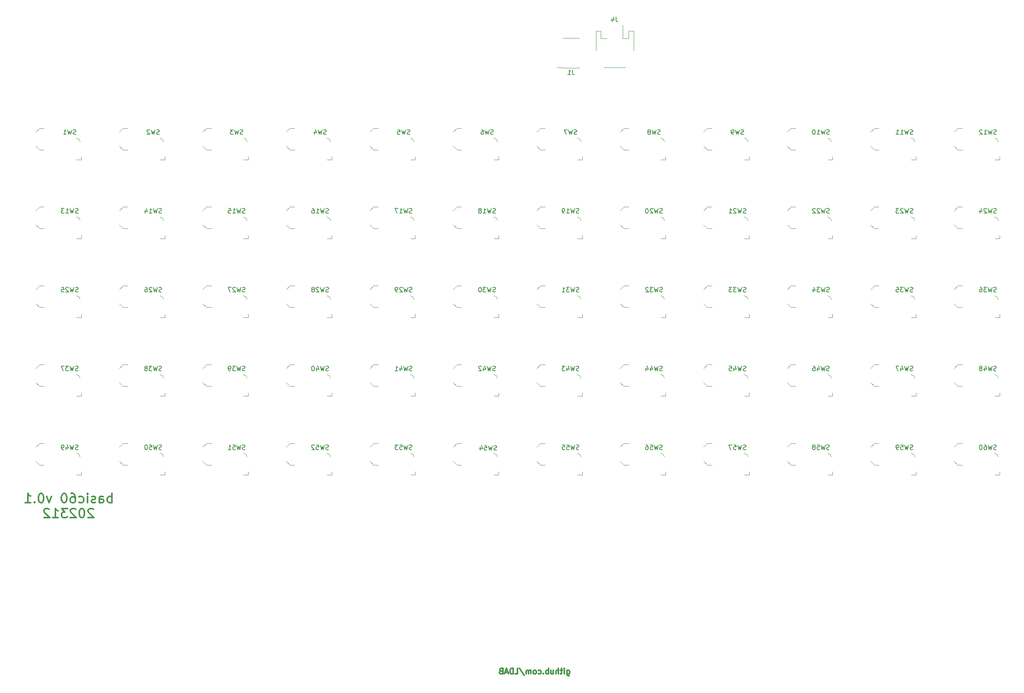
<source format=gbo>
G04 #@! TF.GenerationSoftware,KiCad,Pcbnew,7.0.9-7.0.9~ubuntu22.04.1*
G04 #@! TF.CreationDate,2023-12-21T23:36:55+01:00*
G04 #@! TF.ProjectId,basic60,62617369-6336-4302-9e6b-696361645f70,0.1*
G04 #@! TF.SameCoordinates,Original*
G04 #@! TF.FileFunction,Legend,Bot*
G04 #@! TF.FilePolarity,Positive*
%FSLAX46Y46*%
G04 Gerber Fmt 4.6, Leading zero omitted, Abs format (unit mm)*
G04 Created by KiCad (PCBNEW 7.0.9-7.0.9~ubuntu22.04.1) date 2023-12-21 23:36:55*
%MOMM*%
%LPD*%
G01*
G04 APERTURE LIST*
%ADD10C,0.350000*%
%ADD11C,0.300000*%
%ADD12C,0.150000*%
%ADD13C,0.120000*%
%ADD14C,1.500000*%
%ADD15C,3.500000*%
%ADD16C,1.700000*%
%ADD17C,3.400000*%
%ADD18C,3.300000*%
%ADD19R,2.400000X0.740000*%
G04 APERTURE END LIST*
D10*
X65325715Y-131097038D02*
X65325715Y-129097038D01*
X65325715Y-129858942D02*
X65135239Y-129763704D01*
X65135239Y-129763704D02*
X64754286Y-129763704D01*
X64754286Y-129763704D02*
X64563810Y-129858942D01*
X64563810Y-129858942D02*
X64468572Y-129954180D01*
X64468572Y-129954180D02*
X64373334Y-130144657D01*
X64373334Y-130144657D02*
X64373334Y-130716085D01*
X64373334Y-130716085D02*
X64468572Y-130906561D01*
X64468572Y-130906561D02*
X64563810Y-131001800D01*
X64563810Y-131001800D02*
X64754286Y-131097038D01*
X64754286Y-131097038D02*
X65135239Y-131097038D01*
X65135239Y-131097038D02*
X65325715Y-131001800D01*
X62659048Y-131097038D02*
X62659048Y-130049419D01*
X62659048Y-130049419D02*
X62754286Y-129858942D01*
X62754286Y-129858942D02*
X62944762Y-129763704D01*
X62944762Y-129763704D02*
X63325715Y-129763704D01*
X63325715Y-129763704D02*
X63516191Y-129858942D01*
X62659048Y-131001800D02*
X62849524Y-131097038D01*
X62849524Y-131097038D02*
X63325715Y-131097038D01*
X63325715Y-131097038D02*
X63516191Y-131001800D01*
X63516191Y-131001800D02*
X63611429Y-130811323D01*
X63611429Y-130811323D02*
X63611429Y-130620847D01*
X63611429Y-130620847D02*
X63516191Y-130430371D01*
X63516191Y-130430371D02*
X63325715Y-130335133D01*
X63325715Y-130335133D02*
X62849524Y-130335133D01*
X62849524Y-130335133D02*
X62659048Y-130239895D01*
X61801905Y-131001800D02*
X61611429Y-131097038D01*
X61611429Y-131097038D02*
X61230477Y-131097038D01*
X61230477Y-131097038D02*
X61040000Y-131001800D01*
X61040000Y-131001800D02*
X60944762Y-130811323D01*
X60944762Y-130811323D02*
X60944762Y-130716085D01*
X60944762Y-130716085D02*
X61040000Y-130525609D01*
X61040000Y-130525609D02*
X61230477Y-130430371D01*
X61230477Y-130430371D02*
X61516191Y-130430371D01*
X61516191Y-130430371D02*
X61706667Y-130335133D01*
X61706667Y-130335133D02*
X61801905Y-130144657D01*
X61801905Y-130144657D02*
X61801905Y-130049419D01*
X61801905Y-130049419D02*
X61706667Y-129858942D01*
X61706667Y-129858942D02*
X61516191Y-129763704D01*
X61516191Y-129763704D02*
X61230477Y-129763704D01*
X61230477Y-129763704D02*
X61040000Y-129858942D01*
X60087619Y-131097038D02*
X60087619Y-129763704D01*
X60087619Y-129097038D02*
X60182857Y-129192276D01*
X60182857Y-129192276D02*
X60087619Y-129287514D01*
X60087619Y-129287514D02*
X59992381Y-129192276D01*
X59992381Y-129192276D02*
X60087619Y-129097038D01*
X60087619Y-129097038D02*
X60087619Y-129287514D01*
X58278095Y-131001800D02*
X58468571Y-131097038D01*
X58468571Y-131097038D02*
X58849524Y-131097038D01*
X58849524Y-131097038D02*
X59040000Y-131001800D01*
X59040000Y-131001800D02*
X59135238Y-130906561D01*
X59135238Y-130906561D02*
X59230476Y-130716085D01*
X59230476Y-130716085D02*
X59230476Y-130144657D01*
X59230476Y-130144657D02*
X59135238Y-129954180D01*
X59135238Y-129954180D02*
X59040000Y-129858942D01*
X59040000Y-129858942D02*
X58849524Y-129763704D01*
X58849524Y-129763704D02*
X58468571Y-129763704D01*
X58468571Y-129763704D02*
X58278095Y-129858942D01*
X56563809Y-129097038D02*
X56944762Y-129097038D01*
X56944762Y-129097038D02*
X57135238Y-129192276D01*
X57135238Y-129192276D02*
X57230476Y-129287514D01*
X57230476Y-129287514D02*
X57420952Y-129573228D01*
X57420952Y-129573228D02*
X57516190Y-129954180D01*
X57516190Y-129954180D02*
X57516190Y-130716085D01*
X57516190Y-130716085D02*
X57420952Y-130906561D01*
X57420952Y-130906561D02*
X57325714Y-131001800D01*
X57325714Y-131001800D02*
X57135238Y-131097038D01*
X57135238Y-131097038D02*
X56754285Y-131097038D01*
X56754285Y-131097038D02*
X56563809Y-131001800D01*
X56563809Y-131001800D02*
X56468571Y-130906561D01*
X56468571Y-130906561D02*
X56373333Y-130716085D01*
X56373333Y-130716085D02*
X56373333Y-130239895D01*
X56373333Y-130239895D02*
X56468571Y-130049419D01*
X56468571Y-130049419D02*
X56563809Y-129954180D01*
X56563809Y-129954180D02*
X56754285Y-129858942D01*
X56754285Y-129858942D02*
X57135238Y-129858942D01*
X57135238Y-129858942D02*
X57325714Y-129954180D01*
X57325714Y-129954180D02*
X57420952Y-130049419D01*
X57420952Y-130049419D02*
X57516190Y-130239895D01*
X55135238Y-129097038D02*
X54944761Y-129097038D01*
X54944761Y-129097038D02*
X54754285Y-129192276D01*
X54754285Y-129192276D02*
X54659047Y-129287514D01*
X54659047Y-129287514D02*
X54563809Y-129477990D01*
X54563809Y-129477990D02*
X54468571Y-129858942D01*
X54468571Y-129858942D02*
X54468571Y-130335133D01*
X54468571Y-130335133D02*
X54563809Y-130716085D01*
X54563809Y-130716085D02*
X54659047Y-130906561D01*
X54659047Y-130906561D02*
X54754285Y-131001800D01*
X54754285Y-131001800D02*
X54944761Y-131097038D01*
X54944761Y-131097038D02*
X55135238Y-131097038D01*
X55135238Y-131097038D02*
X55325714Y-131001800D01*
X55325714Y-131001800D02*
X55420952Y-130906561D01*
X55420952Y-130906561D02*
X55516190Y-130716085D01*
X55516190Y-130716085D02*
X55611428Y-130335133D01*
X55611428Y-130335133D02*
X55611428Y-129858942D01*
X55611428Y-129858942D02*
X55516190Y-129477990D01*
X55516190Y-129477990D02*
X55420952Y-129287514D01*
X55420952Y-129287514D02*
X55325714Y-129192276D01*
X55325714Y-129192276D02*
X55135238Y-129097038D01*
X52278094Y-129763704D02*
X51801904Y-131097038D01*
X51801904Y-131097038D02*
X51325713Y-129763704D01*
X50182856Y-129097038D02*
X49992379Y-129097038D01*
X49992379Y-129097038D02*
X49801903Y-129192276D01*
X49801903Y-129192276D02*
X49706665Y-129287514D01*
X49706665Y-129287514D02*
X49611427Y-129477990D01*
X49611427Y-129477990D02*
X49516189Y-129858942D01*
X49516189Y-129858942D02*
X49516189Y-130335133D01*
X49516189Y-130335133D02*
X49611427Y-130716085D01*
X49611427Y-130716085D02*
X49706665Y-130906561D01*
X49706665Y-130906561D02*
X49801903Y-131001800D01*
X49801903Y-131001800D02*
X49992379Y-131097038D01*
X49992379Y-131097038D02*
X50182856Y-131097038D01*
X50182856Y-131097038D02*
X50373332Y-131001800D01*
X50373332Y-131001800D02*
X50468570Y-130906561D01*
X50468570Y-130906561D02*
X50563808Y-130716085D01*
X50563808Y-130716085D02*
X50659046Y-130335133D01*
X50659046Y-130335133D02*
X50659046Y-129858942D01*
X50659046Y-129858942D02*
X50563808Y-129477990D01*
X50563808Y-129477990D02*
X50468570Y-129287514D01*
X50468570Y-129287514D02*
X50373332Y-129192276D01*
X50373332Y-129192276D02*
X50182856Y-129097038D01*
X48659046Y-130906561D02*
X48563808Y-131001800D01*
X48563808Y-131001800D02*
X48659046Y-131097038D01*
X48659046Y-131097038D02*
X48754284Y-131001800D01*
X48754284Y-131001800D02*
X48659046Y-130906561D01*
X48659046Y-130906561D02*
X48659046Y-131097038D01*
X46659046Y-131097038D02*
X47801903Y-131097038D01*
X47230475Y-131097038D02*
X47230475Y-129097038D01*
X47230475Y-129097038D02*
X47420951Y-129382752D01*
X47420951Y-129382752D02*
X47611427Y-129573228D01*
X47611427Y-129573228D02*
X47801903Y-129668466D01*
X61373333Y-132507514D02*
X61278095Y-132412276D01*
X61278095Y-132412276D02*
X61087619Y-132317038D01*
X61087619Y-132317038D02*
X60611428Y-132317038D01*
X60611428Y-132317038D02*
X60420952Y-132412276D01*
X60420952Y-132412276D02*
X60325714Y-132507514D01*
X60325714Y-132507514D02*
X60230476Y-132697990D01*
X60230476Y-132697990D02*
X60230476Y-132888466D01*
X60230476Y-132888466D02*
X60325714Y-133174180D01*
X60325714Y-133174180D02*
X61468571Y-134317038D01*
X61468571Y-134317038D02*
X60230476Y-134317038D01*
X58992381Y-132317038D02*
X58801904Y-132317038D01*
X58801904Y-132317038D02*
X58611428Y-132412276D01*
X58611428Y-132412276D02*
X58516190Y-132507514D01*
X58516190Y-132507514D02*
X58420952Y-132697990D01*
X58420952Y-132697990D02*
X58325714Y-133078942D01*
X58325714Y-133078942D02*
X58325714Y-133555133D01*
X58325714Y-133555133D02*
X58420952Y-133936085D01*
X58420952Y-133936085D02*
X58516190Y-134126561D01*
X58516190Y-134126561D02*
X58611428Y-134221800D01*
X58611428Y-134221800D02*
X58801904Y-134317038D01*
X58801904Y-134317038D02*
X58992381Y-134317038D01*
X58992381Y-134317038D02*
X59182857Y-134221800D01*
X59182857Y-134221800D02*
X59278095Y-134126561D01*
X59278095Y-134126561D02*
X59373333Y-133936085D01*
X59373333Y-133936085D02*
X59468571Y-133555133D01*
X59468571Y-133555133D02*
X59468571Y-133078942D01*
X59468571Y-133078942D02*
X59373333Y-132697990D01*
X59373333Y-132697990D02*
X59278095Y-132507514D01*
X59278095Y-132507514D02*
X59182857Y-132412276D01*
X59182857Y-132412276D02*
X58992381Y-132317038D01*
X57563809Y-132507514D02*
X57468571Y-132412276D01*
X57468571Y-132412276D02*
X57278095Y-132317038D01*
X57278095Y-132317038D02*
X56801904Y-132317038D01*
X56801904Y-132317038D02*
X56611428Y-132412276D01*
X56611428Y-132412276D02*
X56516190Y-132507514D01*
X56516190Y-132507514D02*
X56420952Y-132697990D01*
X56420952Y-132697990D02*
X56420952Y-132888466D01*
X56420952Y-132888466D02*
X56516190Y-133174180D01*
X56516190Y-133174180D02*
X57659047Y-134317038D01*
X57659047Y-134317038D02*
X56420952Y-134317038D01*
X55754285Y-132317038D02*
X54516190Y-132317038D01*
X54516190Y-132317038D02*
X55182857Y-133078942D01*
X55182857Y-133078942D02*
X54897142Y-133078942D01*
X54897142Y-133078942D02*
X54706666Y-133174180D01*
X54706666Y-133174180D02*
X54611428Y-133269419D01*
X54611428Y-133269419D02*
X54516190Y-133459895D01*
X54516190Y-133459895D02*
X54516190Y-133936085D01*
X54516190Y-133936085D02*
X54611428Y-134126561D01*
X54611428Y-134126561D02*
X54706666Y-134221800D01*
X54706666Y-134221800D02*
X54897142Y-134317038D01*
X54897142Y-134317038D02*
X55468571Y-134317038D01*
X55468571Y-134317038D02*
X55659047Y-134221800D01*
X55659047Y-134221800D02*
X55754285Y-134126561D01*
X52611428Y-134317038D02*
X53754285Y-134317038D01*
X53182857Y-134317038D02*
X53182857Y-132317038D01*
X53182857Y-132317038D02*
X53373333Y-132602752D01*
X53373333Y-132602752D02*
X53563809Y-132793228D01*
X53563809Y-132793228D02*
X53754285Y-132888466D01*
X51849523Y-132507514D02*
X51754285Y-132412276D01*
X51754285Y-132412276D02*
X51563809Y-132317038D01*
X51563809Y-132317038D02*
X51087618Y-132317038D01*
X51087618Y-132317038D02*
X50897142Y-132412276D01*
X50897142Y-132412276D02*
X50801904Y-132507514D01*
X50801904Y-132507514D02*
X50706666Y-132697990D01*
X50706666Y-132697990D02*
X50706666Y-132888466D01*
X50706666Y-132888466D02*
X50801904Y-133174180D01*
X50801904Y-133174180D02*
X51944761Y-134317038D01*
X51944761Y-134317038D02*
X50706666Y-134317038D01*
D11*
X163471428Y-167239542D02*
X163471428Y-168210971D01*
X163471428Y-168210971D02*
X163528570Y-168325257D01*
X163528570Y-168325257D02*
X163585713Y-168382400D01*
X163585713Y-168382400D02*
X163699999Y-168439542D01*
X163699999Y-168439542D02*
X163871428Y-168439542D01*
X163871428Y-168439542D02*
X163985713Y-168382400D01*
X163471428Y-167982400D02*
X163585713Y-168039542D01*
X163585713Y-168039542D02*
X163814285Y-168039542D01*
X163814285Y-168039542D02*
X163928570Y-167982400D01*
X163928570Y-167982400D02*
X163985713Y-167925257D01*
X163985713Y-167925257D02*
X164042856Y-167810971D01*
X164042856Y-167810971D02*
X164042856Y-167468114D01*
X164042856Y-167468114D02*
X163985713Y-167353828D01*
X163985713Y-167353828D02*
X163928570Y-167296685D01*
X163928570Y-167296685D02*
X163814285Y-167239542D01*
X163814285Y-167239542D02*
X163585713Y-167239542D01*
X163585713Y-167239542D02*
X163471428Y-167296685D01*
X162899999Y-168039542D02*
X162899999Y-167239542D01*
X162899999Y-166839542D02*
X162957142Y-166896685D01*
X162957142Y-166896685D02*
X162899999Y-166953828D01*
X162899999Y-166953828D02*
X162842856Y-166896685D01*
X162842856Y-166896685D02*
X162899999Y-166839542D01*
X162899999Y-166839542D02*
X162899999Y-166953828D01*
X162499999Y-167239542D02*
X162042856Y-167239542D01*
X162328570Y-166839542D02*
X162328570Y-167868114D01*
X162328570Y-167868114D02*
X162271427Y-167982400D01*
X162271427Y-167982400D02*
X162157142Y-168039542D01*
X162157142Y-168039542D02*
X162042856Y-168039542D01*
X161642856Y-168039542D02*
X161642856Y-166839542D01*
X161128571Y-168039542D02*
X161128571Y-167410971D01*
X161128571Y-167410971D02*
X161185713Y-167296685D01*
X161185713Y-167296685D02*
X161299999Y-167239542D01*
X161299999Y-167239542D02*
X161471428Y-167239542D01*
X161471428Y-167239542D02*
X161585713Y-167296685D01*
X161585713Y-167296685D02*
X161642856Y-167353828D01*
X160042857Y-167239542D02*
X160042857Y-168039542D01*
X160557142Y-167239542D02*
X160557142Y-167868114D01*
X160557142Y-167868114D02*
X160499999Y-167982400D01*
X160499999Y-167982400D02*
X160385714Y-168039542D01*
X160385714Y-168039542D02*
X160214285Y-168039542D01*
X160214285Y-168039542D02*
X160099999Y-167982400D01*
X160099999Y-167982400D02*
X160042857Y-167925257D01*
X159471428Y-168039542D02*
X159471428Y-166839542D01*
X159471428Y-167296685D02*
X159357143Y-167239542D01*
X159357143Y-167239542D02*
X159128571Y-167239542D01*
X159128571Y-167239542D02*
X159014285Y-167296685D01*
X159014285Y-167296685D02*
X158957143Y-167353828D01*
X158957143Y-167353828D02*
X158900000Y-167468114D01*
X158900000Y-167468114D02*
X158900000Y-167810971D01*
X158900000Y-167810971D02*
X158957143Y-167925257D01*
X158957143Y-167925257D02*
X159014285Y-167982400D01*
X159014285Y-167982400D02*
X159128571Y-168039542D01*
X159128571Y-168039542D02*
X159357143Y-168039542D01*
X159357143Y-168039542D02*
X159471428Y-167982400D01*
X158385714Y-167925257D02*
X158328571Y-167982400D01*
X158328571Y-167982400D02*
X158385714Y-168039542D01*
X158385714Y-168039542D02*
X158442857Y-167982400D01*
X158442857Y-167982400D02*
X158385714Y-167925257D01*
X158385714Y-167925257D02*
X158385714Y-168039542D01*
X157300000Y-167982400D02*
X157414285Y-168039542D01*
X157414285Y-168039542D02*
X157642857Y-168039542D01*
X157642857Y-168039542D02*
X157757142Y-167982400D01*
X157757142Y-167982400D02*
X157814285Y-167925257D01*
X157814285Y-167925257D02*
X157871428Y-167810971D01*
X157871428Y-167810971D02*
X157871428Y-167468114D01*
X157871428Y-167468114D02*
X157814285Y-167353828D01*
X157814285Y-167353828D02*
X157757142Y-167296685D01*
X157757142Y-167296685D02*
X157642857Y-167239542D01*
X157642857Y-167239542D02*
X157414285Y-167239542D01*
X157414285Y-167239542D02*
X157300000Y-167296685D01*
X156614286Y-168039542D02*
X156728571Y-167982400D01*
X156728571Y-167982400D02*
X156785714Y-167925257D01*
X156785714Y-167925257D02*
X156842857Y-167810971D01*
X156842857Y-167810971D02*
X156842857Y-167468114D01*
X156842857Y-167468114D02*
X156785714Y-167353828D01*
X156785714Y-167353828D02*
X156728571Y-167296685D01*
X156728571Y-167296685D02*
X156614286Y-167239542D01*
X156614286Y-167239542D02*
X156442857Y-167239542D01*
X156442857Y-167239542D02*
X156328571Y-167296685D01*
X156328571Y-167296685D02*
X156271429Y-167353828D01*
X156271429Y-167353828D02*
X156214286Y-167468114D01*
X156214286Y-167468114D02*
X156214286Y-167810971D01*
X156214286Y-167810971D02*
X156271429Y-167925257D01*
X156271429Y-167925257D02*
X156328571Y-167982400D01*
X156328571Y-167982400D02*
X156442857Y-168039542D01*
X156442857Y-168039542D02*
X156614286Y-168039542D01*
X155700000Y-168039542D02*
X155700000Y-167239542D01*
X155700000Y-167353828D02*
X155642857Y-167296685D01*
X155642857Y-167296685D02*
X155528572Y-167239542D01*
X155528572Y-167239542D02*
X155357143Y-167239542D01*
X155357143Y-167239542D02*
X155242857Y-167296685D01*
X155242857Y-167296685D02*
X155185715Y-167410971D01*
X155185715Y-167410971D02*
X155185715Y-168039542D01*
X155185715Y-167410971D02*
X155128572Y-167296685D01*
X155128572Y-167296685D02*
X155014286Y-167239542D01*
X155014286Y-167239542D02*
X154842857Y-167239542D01*
X154842857Y-167239542D02*
X154728572Y-167296685D01*
X154728572Y-167296685D02*
X154671429Y-167410971D01*
X154671429Y-167410971D02*
X154671429Y-168039542D01*
X153242857Y-166782400D02*
X154271429Y-168325257D01*
X152271429Y-168039542D02*
X152842857Y-168039542D01*
X152842857Y-168039542D02*
X152842857Y-166839542D01*
X151871428Y-168039542D02*
X151871428Y-166839542D01*
X151871428Y-166839542D02*
X151585714Y-166839542D01*
X151585714Y-166839542D02*
X151414285Y-166896685D01*
X151414285Y-166896685D02*
X151300000Y-167010971D01*
X151300000Y-167010971D02*
X151242857Y-167125257D01*
X151242857Y-167125257D02*
X151185714Y-167353828D01*
X151185714Y-167353828D02*
X151185714Y-167525257D01*
X151185714Y-167525257D02*
X151242857Y-167753828D01*
X151242857Y-167753828D02*
X151300000Y-167868114D01*
X151300000Y-167868114D02*
X151414285Y-167982400D01*
X151414285Y-167982400D02*
X151585714Y-168039542D01*
X151585714Y-168039542D02*
X151871428Y-168039542D01*
X150728571Y-167696685D02*
X150157143Y-167696685D01*
X150842857Y-168039542D02*
X150442857Y-166839542D01*
X150442857Y-166839542D02*
X150042857Y-168039542D01*
X149242857Y-167410971D02*
X149071429Y-167468114D01*
X149071429Y-167468114D02*
X149014286Y-167525257D01*
X149014286Y-167525257D02*
X148957143Y-167639542D01*
X148957143Y-167639542D02*
X148957143Y-167810971D01*
X148957143Y-167810971D02*
X149014286Y-167925257D01*
X149014286Y-167925257D02*
X149071429Y-167982400D01*
X149071429Y-167982400D02*
X149185714Y-168039542D01*
X149185714Y-168039542D02*
X149642857Y-168039542D01*
X149642857Y-168039542D02*
X149642857Y-166839542D01*
X149642857Y-166839542D02*
X149242857Y-166839542D01*
X149242857Y-166839542D02*
X149128572Y-166896685D01*
X149128572Y-166896685D02*
X149071429Y-166953828D01*
X149071429Y-166953828D02*
X149014286Y-167068114D01*
X149014286Y-167068114D02*
X149014286Y-167182400D01*
X149014286Y-167182400D02*
X149071429Y-167296685D01*
X149071429Y-167296685D02*
X149128572Y-167353828D01*
X149128572Y-167353828D02*
X149242857Y-167410971D01*
X149242857Y-167410971D02*
X149642857Y-167410971D01*
D12*
X112059523Y-102571666D02*
X111916666Y-102619285D01*
X111916666Y-102619285D02*
X111678571Y-102619285D01*
X111678571Y-102619285D02*
X111583333Y-102571666D01*
X111583333Y-102571666D02*
X111535714Y-102524046D01*
X111535714Y-102524046D02*
X111488095Y-102428808D01*
X111488095Y-102428808D02*
X111488095Y-102333570D01*
X111488095Y-102333570D02*
X111535714Y-102238332D01*
X111535714Y-102238332D02*
X111583333Y-102190713D01*
X111583333Y-102190713D02*
X111678571Y-102143094D01*
X111678571Y-102143094D02*
X111869047Y-102095475D01*
X111869047Y-102095475D02*
X111964285Y-102047856D01*
X111964285Y-102047856D02*
X112011904Y-102000237D01*
X112011904Y-102000237D02*
X112059523Y-101904999D01*
X112059523Y-101904999D02*
X112059523Y-101809761D01*
X112059523Y-101809761D02*
X112011904Y-101714523D01*
X112011904Y-101714523D02*
X111964285Y-101666904D01*
X111964285Y-101666904D02*
X111869047Y-101619285D01*
X111869047Y-101619285D02*
X111630952Y-101619285D01*
X111630952Y-101619285D02*
X111488095Y-101666904D01*
X111154761Y-101619285D02*
X110916666Y-102619285D01*
X110916666Y-102619285D02*
X110726190Y-101904999D01*
X110726190Y-101904999D02*
X110535714Y-102619285D01*
X110535714Y-102619285D02*
X110297619Y-101619285D01*
X109488095Y-101952618D02*
X109488095Y-102619285D01*
X109726190Y-101571666D02*
X109964285Y-102285951D01*
X109964285Y-102285951D02*
X109345238Y-102285951D01*
X108773809Y-101619285D02*
X108678571Y-101619285D01*
X108678571Y-101619285D02*
X108583333Y-101666904D01*
X108583333Y-101666904D02*
X108535714Y-101714523D01*
X108535714Y-101714523D02*
X108488095Y-101809761D01*
X108488095Y-101809761D02*
X108440476Y-102000237D01*
X108440476Y-102000237D02*
X108440476Y-102238332D01*
X108440476Y-102238332D02*
X108488095Y-102428808D01*
X108488095Y-102428808D02*
X108535714Y-102524046D01*
X108535714Y-102524046D02*
X108583333Y-102571666D01*
X108583333Y-102571666D02*
X108678571Y-102619285D01*
X108678571Y-102619285D02*
X108773809Y-102619285D01*
X108773809Y-102619285D02*
X108869047Y-102571666D01*
X108869047Y-102571666D02*
X108916666Y-102524046D01*
X108916666Y-102524046D02*
X108964285Y-102428808D01*
X108964285Y-102428808D02*
X109011904Y-102238332D01*
X109011904Y-102238332D02*
X109011904Y-102000237D01*
X109011904Y-102000237D02*
X108964285Y-101809761D01*
X108964285Y-101809761D02*
X108916666Y-101714523D01*
X108916666Y-101714523D02*
X108869047Y-101666904D01*
X108869047Y-101666904D02*
X108773809Y-101619285D01*
X94059523Y-102571666D02*
X93916666Y-102619285D01*
X93916666Y-102619285D02*
X93678571Y-102619285D01*
X93678571Y-102619285D02*
X93583333Y-102571666D01*
X93583333Y-102571666D02*
X93535714Y-102524046D01*
X93535714Y-102524046D02*
X93488095Y-102428808D01*
X93488095Y-102428808D02*
X93488095Y-102333570D01*
X93488095Y-102333570D02*
X93535714Y-102238332D01*
X93535714Y-102238332D02*
X93583333Y-102190713D01*
X93583333Y-102190713D02*
X93678571Y-102143094D01*
X93678571Y-102143094D02*
X93869047Y-102095475D01*
X93869047Y-102095475D02*
X93964285Y-102047856D01*
X93964285Y-102047856D02*
X94011904Y-102000237D01*
X94011904Y-102000237D02*
X94059523Y-101904999D01*
X94059523Y-101904999D02*
X94059523Y-101809761D01*
X94059523Y-101809761D02*
X94011904Y-101714523D01*
X94011904Y-101714523D02*
X93964285Y-101666904D01*
X93964285Y-101666904D02*
X93869047Y-101619285D01*
X93869047Y-101619285D02*
X93630952Y-101619285D01*
X93630952Y-101619285D02*
X93488095Y-101666904D01*
X93154761Y-101619285D02*
X92916666Y-102619285D01*
X92916666Y-102619285D02*
X92726190Y-101904999D01*
X92726190Y-101904999D02*
X92535714Y-102619285D01*
X92535714Y-102619285D02*
X92297619Y-101619285D01*
X92011904Y-101619285D02*
X91392857Y-101619285D01*
X91392857Y-101619285D02*
X91726190Y-102000237D01*
X91726190Y-102000237D02*
X91583333Y-102000237D01*
X91583333Y-102000237D02*
X91488095Y-102047856D01*
X91488095Y-102047856D02*
X91440476Y-102095475D01*
X91440476Y-102095475D02*
X91392857Y-102190713D01*
X91392857Y-102190713D02*
X91392857Y-102428808D01*
X91392857Y-102428808D02*
X91440476Y-102524046D01*
X91440476Y-102524046D02*
X91488095Y-102571666D01*
X91488095Y-102571666D02*
X91583333Y-102619285D01*
X91583333Y-102619285D02*
X91869047Y-102619285D01*
X91869047Y-102619285D02*
X91964285Y-102571666D01*
X91964285Y-102571666D02*
X92011904Y-102524046D01*
X90916666Y-102619285D02*
X90726190Y-102619285D01*
X90726190Y-102619285D02*
X90630952Y-102571666D01*
X90630952Y-102571666D02*
X90583333Y-102524046D01*
X90583333Y-102524046D02*
X90488095Y-102381189D01*
X90488095Y-102381189D02*
X90440476Y-102190713D01*
X90440476Y-102190713D02*
X90440476Y-101809761D01*
X90440476Y-101809761D02*
X90488095Y-101714523D01*
X90488095Y-101714523D02*
X90535714Y-101666904D01*
X90535714Y-101666904D02*
X90630952Y-101619285D01*
X90630952Y-101619285D02*
X90821428Y-101619285D01*
X90821428Y-101619285D02*
X90916666Y-101666904D01*
X90916666Y-101666904D02*
X90964285Y-101714523D01*
X90964285Y-101714523D02*
X91011904Y-101809761D01*
X91011904Y-101809761D02*
X91011904Y-102047856D01*
X91011904Y-102047856D02*
X90964285Y-102143094D01*
X90964285Y-102143094D02*
X90916666Y-102190713D01*
X90916666Y-102190713D02*
X90821428Y-102238332D01*
X90821428Y-102238332D02*
X90630952Y-102238332D01*
X90630952Y-102238332D02*
X90535714Y-102190713D01*
X90535714Y-102190713D02*
X90488095Y-102143094D01*
X90488095Y-102143094D02*
X90440476Y-102047856D01*
X76059523Y-102571666D02*
X75916666Y-102619285D01*
X75916666Y-102619285D02*
X75678571Y-102619285D01*
X75678571Y-102619285D02*
X75583333Y-102571666D01*
X75583333Y-102571666D02*
X75535714Y-102524046D01*
X75535714Y-102524046D02*
X75488095Y-102428808D01*
X75488095Y-102428808D02*
X75488095Y-102333570D01*
X75488095Y-102333570D02*
X75535714Y-102238332D01*
X75535714Y-102238332D02*
X75583333Y-102190713D01*
X75583333Y-102190713D02*
X75678571Y-102143094D01*
X75678571Y-102143094D02*
X75869047Y-102095475D01*
X75869047Y-102095475D02*
X75964285Y-102047856D01*
X75964285Y-102047856D02*
X76011904Y-102000237D01*
X76011904Y-102000237D02*
X76059523Y-101904999D01*
X76059523Y-101904999D02*
X76059523Y-101809761D01*
X76059523Y-101809761D02*
X76011904Y-101714523D01*
X76011904Y-101714523D02*
X75964285Y-101666904D01*
X75964285Y-101666904D02*
X75869047Y-101619285D01*
X75869047Y-101619285D02*
X75630952Y-101619285D01*
X75630952Y-101619285D02*
X75488095Y-101666904D01*
X75154761Y-101619285D02*
X74916666Y-102619285D01*
X74916666Y-102619285D02*
X74726190Y-101904999D01*
X74726190Y-101904999D02*
X74535714Y-102619285D01*
X74535714Y-102619285D02*
X74297619Y-101619285D01*
X74011904Y-101619285D02*
X73392857Y-101619285D01*
X73392857Y-101619285D02*
X73726190Y-102000237D01*
X73726190Y-102000237D02*
X73583333Y-102000237D01*
X73583333Y-102000237D02*
X73488095Y-102047856D01*
X73488095Y-102047856D02*
X73440476Y-102095475D01*
X73440476Y-102095475D02*
X73392857Y-102190713D01*
X73392857Y-102190713D02*
X73392857Y-102428808D01*
X73392857Y-102428808D02*
X73440476Y-102524046D01*
X73440476Y-102524046D02*
X73488095Y-102571666D01*
X73488095Y-102571666D02*
X73583333Y-102619285D01*
X73583333Y-102619285D02*
X73869047Y-102619285D01*
X73869047Y-102619285D02*
X73964285Y-102571666D01*
X73964285Y-102571666D02*
X74011904Y-102524046D01*
X72821428Y-102047856D02*
X72916666Y-102000237D01*
X72916666Y-102000237D02*
X72964285Y-101952618D01*
X72964285Y-101952618D02*
X73011904Y-101857380D01*
X73011904Y-101857380D02*
X73011904Y-101809761D01*
X73011904Y-101809761D02*
X72964285Y-101714523D01*
X72964285Y-101714523D02*
X72916666Y-101666904D01*
X72916666Y-101666904D02*
X72821428Y-101619285D01*
X72821428Y-101619285D02*
X72630952Y-101619285D01*
X72630952Y-101619285D02*
X72535714Y-101666904D01*
X72535714Y-101666904D02*
X72488095Y-101714523D01*
X72488095Y-101714523D02*
X72440476Y-101809761D01*
X72440476Y-101809761D02*
X72440476Y-101857380D01*
X72440476Y-101857380D02*
X72488095Y-101952618D01*
X72488095Y-101952618D02*
X72535714Y-102000237D01*
X72535714Y-102000237D02*
X72630952Y-102047856D01*
X72630952Y-102047856D02*
X72821428Y-102047856D01*
X72821428Y-102047856D02*
X72916666Y-102095475D01*
X72916666Y-102095475D02*
X72964285Y-102143094D01*
X72964285Y-102143094D02*
X73011904Y-102238332D01*
X73011904Y-102238332D02*
X73011904Y-102428808D01*
X73011904Y-102428808D02*
X72964285Y-102524046D01*
X72964285Y-102524046D02*
X72916666Y-102571666D01*
X72916666Y-102571666D02*
X72821428Y-102619285D01*
X72821428Y-102619285D02*
X72630952Y-102619285D01*
X72630952Y-102619285D02*
X72535714Y-102571666D01*
X72535714Y-102571666D02*
X72488095Y-102524046D01*
X72488095Y-102524046D02*
X72440476Y-102428808D01*
X72440476Y-102428808D02*
X72440476Y-102238332D01*
X72440476Y-102238332D02*
X72488095Y-102143094D01*
X72488095Y-102143094D02*
X72535714Y-102095475D01*
X72535714Y-102095475D02*
X72630952Y-102047856D01*
X58059523Y-102571666D02*
X57916666Y-102619285D01*
X57916666Y-102619285D02*
X57678571Y-102619285D01*
X57678571Y-102619285D02*
X57583333Y-102571666D01*
X57583333Y-102571666D02*
X57535714Y-102524046D01*
X57535714Y-102524046D02*
X57488095Y-102428808D01*
X57488095Y-102428808D02*
X57488095Y-102333570D01*
X57488095Y-102333570D02*
X57535714Y-102238332D01*
X57535714Y-102238332D02*
X57583333Y-102190713D01*
X57583333Y-102190713D02*
X57678571Y-102143094D01*
X57678571Y-102143094D02*
X57869047Y-102095475D01*
X57869047Y-102095475D02*
X57964285Y-102047856D01*
X57964285Y-102047856D02*
X58011904Y-102000237D01*
X58011904Y-102000237D02*
X58059523Y-101904999D01*
X58059523Y-101904999D02*
X58059523Y-101809761D01*
X58059523Y-101809761D02*
X58011904Y-101714523D01*
X58011904Y-101714523D02*
X57964285Y-101666904D01*
X57964285Y-101666904D02*
X57869047Y-101619285D01*
X57869047Y-101619285D02*
X57630952Y-101619285D01*
X57630952Y-101619285D02*
X57488095Y-101666904D01*
X57154761Y-101619285D02*
X56916666Y-102619285D01*
X56916666Y-102619285D02*
X56726190Y-101904999D01*
X56726190Y-101904999D02*
X56535714Y-102619285D01*
X56535714Y-102619285D02*
X56297619Y-101619285D01*
X56011904Y-101619285D02*
X55392857Y-101619285D01*
X55392857Y-101619285D02*
X55726190Y-102000237D01*
X55726190Y-102000237D02*
X55583333Y-102000237D01*
X55583333Y-102000237D02*
X55488095Y-102047856D01*
X55488095Y-102047856D02*
X55440476Y-102095475D01*
X55440476Y-102095475D02*
X55392857Y-102190713D01*
X55392857Y-102190713D02*
X55392857Y-102428808D01*
X55392857Y-102428808D02*
X55440476Y-102524046D01*
X55440476Y-102524046D02*
X55488095Y-102571666D01*
X55488095Y-102571666D02*
X55583333Y-102619285D01*
X55583333Y-102619285D02*
X55869047Y-102619285D01*
X55869047Y-102619285D02*
X55964285Y-102571666D01*
X55964285Y-102571666D02*
X56011904Y-102524046D01*
X55059523Y-101619285D02*
X54392857Y-101619285D01*
X54392857Y-101619285D02*
X54821428Y-102619285D01*
X256059523Y-85571666D02*
X255916666Y-85619285D01*
X255916666Y-85619285D02*
X255678571Y-85619285D01*
X255678571Y-85619285D02*
X255583333Y-85571666D01*
X255583333Y-85571666D02*
X255535714Y-85524046D01*
X255535714Y-85524046D02*
X255488095Y-85428808D01*
X255488095Y-85428808D02*
X255488095Y-85333570D01*
X255488095Y-85333570D02*
X255535714Y-85238332D01*
X255535714Y-85238332D02*
X255583333Y-85190713D01*
X255583333Y-85190713D02*
X255678571Y-85143094D01*
X255678571Y-85143094D02*
X255869047Y-85095475D01*
X255869047Y-85095475D02*
X255964285Y-85047856D01*
X255964285Y-85047856D02*
X256011904Y-85000237D01*
X256011904Y-85000237D02*
X256059523Y-84904999D01*
X256059523Y-84904999D02*
X256059523Y-84809761D01*
X256059523Y-84809761D02*
X256011904Y-84714523D01*
X256011904Y-84714523D02*
X255964285Y-84666904D01*
X255964285Y-84666904D02*
X255869047Y-84619285D01*
X255869047Y-84619285D02*
X255630952Y-84619285D01*
X255630952Y-84619285D02*
X255488095Y-84666904D01*
X255154761Y-84619285D02*
X254916666Y-85619285D01*
X254916666Y-85619285D02*
X254726190Y-84904999D01*
X254726190Y-84904999D02*
X254535714Y-85619285D01*
X254535714Y-85619285D02*
X254297619Y-84619285D01*
X254011904Y-84619285D02*
X253392857Y-84619285D01*
X253392857Y-84619285D02*
X253726190Y-85000237D01*
X253726190Y-85000237D02*
X253583333Y-85000237D01*
X253583333Y-85000237D02*
X253488095Y-85047856D01*
X253488095Y-85047856D02*
X253440476Y-85095475D01*
X253440476Y-85095475D02*
X253392857Y-85190713D01*
X253392857Y-85190713D02*
X253392857Y-85428808D01*
X253392857Y-85428808D02*
X253440476Y-85524046D01*
X253440476Y-85524046D02*
X253488095Y-85571666D01*
X253488095Y-85571666D02*
X253583333Y-85619285D01*
X253583333Y-85619285D02*
X253869047Y-85619285D01*
X253869047Y-85619285D02*
X253964285Y-85571666D01*
X253964285Y-85571666D02*
X254011904Y-85524046D01*
X252535714Y-84619285D02*
X252726190Y-84619285D01*
X252726190Y-84619285D02*
X252821428Y-84666904D01*
X252821428Y-84666904D02*
X252869047Y-84714523D01*
X252869047Y-84714523D02*
X252964285Y-84857380D01*
X252964285Y-84857380D02*
X253011904Y-85047856D01*
X253011904Y-85047856D02*
X253011904Y-85428808D01*
X253011904Y-85428808D02*
X252964285Y-85524046D01*
X252964285Y-85524046D02*
X252916666Y-85571666D01*
X252916666Y-85571666D02*
X252821428Y-85619285D01*
X252821428Y-85619285D02*
X252630952Y-85619285D01*
X252630952Y-85619285D02*
X252535714Y-85571666D01*
X252535714Y-85571666D02*
X252488095Y-85524046D01*
X252488095Y-85524046D02*
X252440476Y-85428808D01*
X252440476Y-85428808D02*
X252440476Y-85190713D01*
X252440476Y-85190713D02*
X252488095Y-85095475D01*
X252488095Y-85095475D02*
X252535714Y-85047856D01*
X252535714Y-85047856D02*
X252630952Y-85000237D01*
X252630952Y-85000237D02*
X252821428Y-85000237D01*
X252821428Y-85000237D02*
X252916666Y-85047856D01*
X252916666Y-85047856D02*
X252964285Y-85095475D01*
X252964285Y-85095475D02*
X253011904Y-85190713D01*
X238059523Y-85571666D02*
X237916666Y-85619285D01*
X237916666Y-85619285D02*
X237678571Y-85619285D01*
X237678571Y-85619285D02*
X237583333Y-85571666D01*
X237583333Y-85571666D02*
X237535714Y-85524046D01*
X237535714Y-85524046D02*
X237488095Y-85428808D01*
X237488095Y-85428808D02*
X237488095Y-85333570D01*
X237488095Y-85333570D02*
X237535714Y-85238332D01*
X237535714Y-85238332D02*
X237583333Y-85190713D01*
X237583333Y-85190713D02*
X237678571Y-85143094D01*
X237678571Y-85143094D02*
X237869047Y-85095475D01*
X237869047Y-85095475D02*
X237964285Y-85047856D01*
X237964285Y-85047856D02*
X238011904Y-85000237D01*
X238011904Y-85000237D02*
X238059523Y-84904999D01*
X238059523Y-84904999D02*
X238059523Y-84809761D01*
X238059523Y-84809761D02*
X238011904Y-84714523D01*
X238011904Y-84714523D02*
X237964285Y-84666904D01*
X237964285Y-84666904D02*
X237869047Y-84619285D01*
X237869047Y-84619285D02*
X237630952Y-84619285D01*
X237630952Y-84619285D02*
X237488095Y-84666904D01*
X237154761Y-84619285D02*
X236916666Y-85619285D01*
X236916666Y-85619285D02*
X236726190Y-84904999D01*
X236726190Y-84904999D02*
X236535714Y-85619285D01*
X236535714Y-85619285D02*
X236297619Y-84619285D01*
X236011904Y-84619285D02*
X235392857Y-84619285D01*
X235392857Y-84619285D02*
X235726190Y-85000237D01*
X235726190Y-85000237D02*
X235583333Y-85000237D01*
X235583333Y-85000237D02*
X235488095Y-85047856D01*
X235488095Y-85047856D02*
X235440476Y-85095475D01*
X235440476Y-85095475D02*
X235392857Y-85190713D01*
X235392857Y-85190713D02*
X235392857Y-85428808D01*
X235392857Y-85428808D02*
X235440476Y-85524046D01*
X235440476Y-85524046D02*
X235488095Y-85571666D01*
X235488095Y-85571666D02*
X235583333Y-85619285D01*
X235583333Y-85619285D02*
X235869047Y-85619285D01*
X235869047Y-85619285D02*
X235964285Y-85571666D01*
X235964285Y-85571666D02*
X236011904Y-85524046D01*
X234488095Y-84619285D02*
X234964285Y-84619285D01*
X234964285Y-84619285D02*
X235011904Y-85095475D01*
X235011904Y-85095475D02*
X234964285Y-85047856D01*
X234964285Y-85047856D02*
X234869047Y-85000237D01*
X234869047Y-85000237D02*
X234630952Y-85000237D01*
X234630952Y-85000237D02*
X234535714Y-85047856D01*
X234535714Y-85047856D02*
X234488095Y-85095475D01*
X234488095Y-85095475D02*
X234440476Y-85190713D01*
X234440476Y-85190713D02*
X234440476Y-85428808D01*
X234440476Y-85428808D02*
X234488095Y-85524046D01*
X234488095Y-85524046D02*
X234535714Y-85571666D01*
X234535714Y-85571666D02*
X234630952Y-85619285D01*
X234630952Y-85619285D02*
X234869047Y-85619285D01*
X234869047Y-85619285D02*
X234964285Y-85571666D01*
X234964285Y-85571666D02*
X235011904Y-85524046D01*
X220059523Y-85571666D02*
X219916666Y-85619285D01*
X219916666Y-85619285D02*
X219678571Y-85619285D01*
X219678571Y-85619285D02*
X219583333Y-85571666D01*
X219583333Y-85571666D02*
X219535714Y-85524046D01*
X219535714Y-85524046D02*
X219488095Y-85428808D01*
X219488095Y-85428808D02*
X219488095Y-85333570D01*
X219488095Y-85333570D02*
X219535714Y-85238332D01*
X219535714Y-85238332D02*
X219583333Y-85190713D01*
X219583333Y-85190713D02*
X219678571Y-85143094D01*
X219678571Y-85143094D02*
X219869047Y-85095475D01*
X219869047Y-85095475D02*
X219964285Y-85047856D01*
X219964285Y-85047856D02*
X220011904Y-85000237D01*
X220011904Y-85000237D02*
X220059523Y-84904999D01*
X220059523Y-84904999D02*
X220059523Y-84809761D01*
X220059523Y-84809761D02*
X220011904Y-84714523D01*
X220011904Y-84714523D02*
X219964285Y-84666904D01*
X219964285Y-84666904D02*
X219869047Y-84619285D01*
X219869047Y-84619285D02*
X219630952Y-84619285D01*
X219630952Y-84619285D02*
X219488095Y-84666904D01*
X219154761Y-84619285D02*
X218916666Y-85619285D01*
X218916666Y-85619285D02*
X218726190Y-84904999D01*
X218726190Y-84904999D02*
X218535714Y-85619285D01*
X218535714Y-85619285D02*
X218297619Y-84619285D01*
X218011904Y-84619285D02*
X217392857Y-84619285D01*
X217392857Y-84619285D02*
X217726190Y-85000237D01*
X217726190Y-85000237D02*
X217583333Y-85000237D01*
X217583333Y-85000237D02*
X217488095Y-85047856D01*
X217488095Y-85047856D02*
X217440476Y-85095475D01*
X217440476Y-85095475D02*
X217392857Y-85190713D01*
X217392857Y-85190713D02*
X217392857Y-85428808D01*
X217392857Y-85428808D02*
X217440476Y-85524046D01*
X217440476Y-85524046D02*
X217488095Y-85571666D01*
X217488095Y-85571666D02*
X217583333Y-85619285D01*
X217583333Y-85619285D02*
X217869047Y-85619285D01*
X217869047Y-85619285D02*
X217964285Y-85571666D01*
X217964285Y-85571666D02*
X218011904Y-85524046D01*
X216535714Y-84952618D02*
X216535714Y-85619285D01*
X216773809Y-84571666D02*
X217011904Y-85285951D01*
X217011904Y-85285951D02*
X216392857Y-85285951D01*
X184059523Y-85571666D02*
X183916666Y-85619285D01*
X183916666Y-85619285D02*
X183678571Y-85619285D01*
X183678571Y-85619285D02*
X183583333Y-85571666D01*
X183583333Y-85571666D02*
X183535714Y-85524046D01*
X183535714Y-85524046D02*
X183488095Y-85428808D01*
X183488095Y-85428808D02*
X183488095Y-85333570D01*
X183488095Y-85333570D02*
X183535714Y-85238332D01*
X183535714Y-85238332D02*
X183583333Y-85190713D01*
X183583333Y-85190713D02*
X183678571Y-85143094D01*
X183678571Y-85143094D02*
X183869047Y-85095475D01*
X183869047Y-85095475D02*
X183964285Y-85047856D01*
X183964285Y-85047856D02*
X184011904Y-85000237D01*
X184011904Y-85000237D02*
X184059523Y-84904999D01*
X184059523Y-84904999D02*
X184059523Y-84809761D01*
X184059523Y-84809761D02*
X184011904Y-84714523D01*
X184011904Y-84714523D02*
X183964285Y-84666904D01*
X183964285Y-84666904D02*
X183869047Y-84619285D01*
X183869047Y-84619285D02*
X183630952Y-84619285D01*
X183630952Y-84619285D02*
X183488095Y-84666904D01*
X183154761Y-84619285D02*
X182916666Y-85619285D01*
X182916666Y-85619285D02*
X182726190Y-84904999D01*
X182726190Y-84904999D02*
X182535714Y-85619285D01*
X182535714Y-85619285D02*
X182297619Y-84619285D01*
X182011904Y-84619285D02*
X181392857Y-84619285D01*
X181392857Y-84619285D02*
X181726190Y-85000237D01*
X181726190Y-85000237D02*
X181583333Y-85000237D01*
X181583333Y-85000237D02*
X181488095Y-85047856D01*
X181488095Y-85047856D02*
X181440476Y-85095475D01*
X181440476Y-85095475D02*
X181392857Y-85190713D01*
X181392857Y-85190713D02*
X181392857Y-85428808D01*
X181392857Y-85428808D02*
X181440476Y-85524046D01*
X181440476Y-85524046D02*
X181488095Y-85571666D01*
X181488095Y-85571666D02*
X181583333Y-85619285D01*
X181583333Y-85619285D02*
X181869047Y-85619285D01*
X181869047Y-85619285D02*
X181964285Y-85571666D01*
X181964285Y-85571666D02*
X182011904Y-85524046D01*
X181011904Y-84714523D02*
X180964285Y-84666904D01*
X180964285Y-84666904D02*
X180869047Y-84619285D01*
X180869047Y-84619285D02*
X180630952Y-84619285D01*
X180630952Y-84619285D02*
X180535714Y-84666904D01*
X180535714Y-84666904D02*
X180488095Y-84714523D01*
X180488095Y-84714523D02*
X180440476Y-84809761D01*
X180440476Y-84809761D02*
X180440476Y-84904999D01*
X180440476Y-84904999D02*
X180488095Y-85047856D01*
X180488095Y-85047856D02*
X181059523Y-85619285D01*
X181059523Y-85619285D02*
X180440476Y-85619285D01*
X166059523Y-85571666D02*
X165916666Y-85619285D01*
X165916666Y-85619285D02*
X165678571Y-85619285D01*
X165678571Y-85619285D02*
X165583333Y-85571666D01*
X165583333Y-85571666D02*
X165535714Y-85524046D01*
X165535714Y-85524046D02*
X165488095Y-85428808D01*
X165488095Y-85428808D02*
X165488095Y-85333570D01*
X165488095Y-85333570D02*
X165535714Y-85238332D01*
X165535714Y-85238332D02*
X165583333Y-85190713D01*
X165583333Y-85190713D02*
X165678571Y-85143094D01*
X165678571Y-85143094D02*
X165869047Y-85095475D01*
X165869047Y-85095475D02*
X165964285Y-85047856D01*
X165964285Y-85047856D02*
X166011904Y-85000237D01*
X166011904Y-85000237D02*
X166059523Y-84904999D01*
X166059523Y-84904999D02*
X166059523Y-84809761D01*
X166059523Y-84809761D02*
X166011904Y-84714523D01*
X166011904Y-84714523D02*
X165964285Y-84666904D01*
X165964285Y-84666904D02*
X165869047Y-84619285D01*
X165869047Y-84619285D02*
X165630952Y-84619285D01*
X165630952Y-84619285D02*
X165488095Y-84666904D01*
X165154761Y-84619285D02*
X164916666Y-85619285D01*
X164916666Y-85619285D02*
X164726190Y-84904999D01*
X164726190Y-84904999D02*
X164535714Y-85619285D01*
X164535714Y-85619285D02*
X164297619Y-84619285D01*
X164011904Y-84619285D02*
X163392857Y-84619285D01*
X163392857Y-84619285D02*
X163726190Y-85000237D01*
X163726190Y-85000237D02*
X163583333Y-85000237D01*
X163583333Y-85000237D02*
X163488095Y-85047856D01*
X163488095Y-85047856D02*
X163440476Y-85095475D01*
X163440476Y-85095475D02*
X163392857Y-85190713D01*
X163392857Y-85190713D02*
X163392857Y-85428808D01*
X163392857Y-85428808D02*
X163440476Y-85524046D01*
X163440476Y-85524046D02*
X163488095Y-85571666D01*
X163488095Y-85571666D02*
X163583333Y-85619285D01*
X163583333Y-85619285D02*
X163869047Y-85619285D01*
X163869047Y-85619285D02*
X163964285Y-85571666D01*
X163964285Y-85571666D02*
X164011904Y-85524046D01*
X162440476Y-85619285D02*
X163011904Y-85619285D01*
X162726190Y-85619285D02*
X162726190Y-84619285D01*
X162726190Y-84619285D02*
X162821428Y-84762142D01*
X162821428Y-84762142D02*
X162916666Y-84857380D01*
X162916666Y-84857380D02*
X163011904Y-84904999D01*
X148059523Y-85571666D02*
X147916666Y-85619285D01*
X147916666Y-85619285D02*
X147678571Y-85619285D01*
X147678571Y-85619285D02*
X147583333Y-85571666D01*
X147583333Y-85571666D02*
X147535714Y-85524046D01*
X147535714Y-85524046D02*
X147488095Y-85428808D01*
X147488095Y-85428808D02*
X147488095Y-85333570D01*
X147488095Y-85333570D02*
X147535714Y-85238332D01*
X147535714Y-85238332D02*
X147583333Y-85190713D01*
X147583333Y-85190713D02*
X147678571Y-85143094D01*
X147678571Y-85143094D02*
X147869047Y-85095475D01*
X147869047Y-85095475D02*
X147964285Y-85047856D01*
X147964285Y-85047856D02*
X148011904Y-85000237D01*
X148011904Y-85000237D02*
X148059523Y-84904999D01*
X148059523Y-84904999D02*
X148059523Y-84809761D01*
X148059523Y-84809761D02*
X148011904Y-84714523D01*
X148011904Y-84714523D02*
X147964285Y-84666904D01*
X147964285Y-84666904D02*
X147869047Y-84619285D01*
X147869047Y-84619285D02*
X147630952Y-84619285D01*
X147630952Y-84619285D02*
X147488095Y-84666904D01*
X147154761Y-84619285D02*
X146916666Y-85619285D01*
X146916666Y-85619285D02*
X146726190Y-84904999D01*
X146726190Y-84904999D02*
X146535714Y-85619285D01*
X146535714Y-85619285D02*
X146297619Y-84619285D01*
X146011904Y-84619285D02*
X145392857Y-84619285D01*
X145392857Y-84619285D02*
X145726190Y-85000237D01*
X145726190Y-85000237D02*
X145583333Y-85000237D01*
X145583333Y-85000237D02*
X145488095Y-85047856D01*
X145488095Y-85047856D02*
X145440476Y-85095475D01*
X145440476Y-85095475D02*
X145392857Y-85190713D01*
X145392857Y-85190713D02*
X145392857Y-85428808D01*
X145392857Y-85428808D02*
X145440476Y-85524046D01*
X145440476Y-85524046D02*
X145488095Y-85571666D01*
X145488095Y-85571666D02*
X145583333Y-85619285D01*
X145583333Y-85619285D02*
X145869047Y-85619285D01*
X145869047Y-85619285D02*
X145964285Y-85571666D01*
X145964285Y-85571666D02*
X146011904Y-85524046D01*
X144773809Y-84619285D02*
X144678571Y-84619285D01*
X144678571Y-84619285D02*
X144583333Y-84666904D01*
X144583333Y-84666904D02*
X144535714Y-84714523D01*
X144535714Y-84714523D02*
X144488095Y-84809761D01*
X144488095Y-84809761D02*
X144440476Y-85000237D01*
X144440476Y-85000237D02*
X144440476Y-85238332D01*
X144440476Y-85238332D02*
X144488095Y-85428808D01*
X144488095Y-85428808D02*
X144535714Y-85524046D01*
X144535714Y-85524046D02*
X144583333Y-85571666D01*
X144583333Y-85571666D02*
X144678571Y-85619285D01*
X144678571Y-85619285D02*
X144773809Y-85619285D01*
X144773809Y-85619285D02*
X144869047Y-85571666D01*
X144869047Y-85571666D02*
X144916666Y-85524046D01*
X144916666Y-85524046D02*
X144964285Y-85428808D01*
X144964285Y-85428808D02*
X145011904Y-85238332D01*
X145011904Y-85238332D02*
X145011904Y-85000237D01*
X145011904Y-85000237D02*
X144964285Y-84809761D01*
X144964285Y-84809761D02*
X144916666Y-84714523D01*
X144916666Y-84714523D02*
X144869047Y-84666904D01*
X144869047Y-84666904D02*
X144773809Y-84619285D01*
X166059523Y-68571666D02*
X165916666Y-68619285D01*
X165916666Y-68619285D02*
X165678571Y-68619285D01*
X165678571Y-68619285D02*
X165583333Y-68571666D01*
X165583333Y-68571666D02*
X165535714Y-68524046D01*
X165535714Y-68524046D02*
X165488095Y-68428808D01*
X165488095Y-68428808D02*
X165488095Y-68333570D01*
X165488095Y-68333570D02*
X165535714Y-68238332D01*
X165535714Y-68238332D02*
X165583333Y-68190713D01*
X165583333Y-68190713D02*
X165678571Y-68143094D01*
X165678571Y-68143094D02*
X165869047Y-68095475D01*
X165869047Y-68095475D02*
X165964285Y-68047856D01*
X165964285Y-68047856D02*
X166011904Y-68000237D01*
X166011904Y-68000237D02*
X166059523Y-67904999D01*
X166059523Y-67904999D02*
X166059523Y-67809761D01*
X166059523Y-67809761D02*
X166011904Y-67714523D01*
X166011904Y-67714523D02*
X165964285Y-67666904D01*
X165964285Y-67666904D02*
X165869047Y-67619285D01*
X165869047Y-67619285D02*
X165630952Y-67619285D01*
X165630952Y-67619285D02*
X165488095Y-67666904D01*
X165154761Y-67619285D02*
X164916666Y-68619285D01*
X164916666Y-68619285D02*
X164726190Y-67904999D01*
X164726190Y-67904999D02*
X164535714Y-68619285D01*
X164535714Y-68619285D02*
X164297619Y-67619285D01*
X163392857Y-68619285D02*
X163964285Y-68619285D01*
X163678571Y-68619285D02*
X163678571Y-67619285D01*
X163678571Y-67619285D02*
X163773809Y-67762142D01*
X163773809Y-67762142D02*
X163869047Y-67857380D01*
X163869047Y-67857380D02*
X163964285Y-67904999D01*
X162916666Y-68619285D02*
X162726190Y-68619285D01*
X162726190Y-68619285D02*
X162630952Y-68571666D01*
X162630952Y-68571666D02*
X162583333Y-68524046D01*
X162583333Y-68524046D02*
X162488095Y-68381189D01*
X162488095Y-68381189D02*
X162440476Y-68190713D01*
X162440476Y-68190713D02*
X162440476Y-67809761D01*
X162440476Y-67809761D02*
X162488095Y-67714523D01*
X162488095Y-67714523D02*
X162535714Y-67666904D01*
X162535714Y-67666904D02*
X162630952Y-67619285D01*
X162630952Y-67619285D02*
X162821428Y-67619285D01*
X162821428Y-67619285D02*
X162916666Y-67666904D01*
X162916666Y-67666904D02*
X162964285Y-67714523D01*
X162964285Y-67714523D02*
X163011904Y-67809761D01*
X163011904Y-67809761D02*
X163011904Y-68047856D01*
X163011904Y-68047856D02*
X162964285Y-68143094D01*
X162964285Y-68143094D02*
X162916666Y-68190713D01*
X162916666Y-68190713D02*
X162821428Y-68238332D01*
X162821428Y-68238332D02*
X162630952Y-68238332D01*
X162630952Y-68238332D02*
X162535714Y-68190713D01*
X162535714Y-68190713D02*
X162488095Y-68143094D01*
X162488095Y-68143094D02*
X162440476Y-68047856D01*
X202059523Y-85571666D02*
X201916666Y-85619285D01*
X201916666Y-85619285D02*
X201678571Y-85619285D01*
X201678571Y-85619285D02*
X201583333Y-85571666D01*
X201583333Y-85571666D02*
X201535714Y-85524046D01*
X201535714Y-85524046D02*
X201488095Y-85428808D01*
X201488095Y-85428808D02*
X201488095Y-85333570D01*
X201488095Y-85333570D02*
X201535714Y-85238332D01*
X201535714Y-85238332D02*
X201583333Y-85190713D01*
X201583333Y-85190713D02*
X201678571Y-85143094D01*
X201678571Y-85143094D02*
X201869047Y-85095475D01*
X201869047Y-85095475D02*
X201964285Y-85047856D01*
X201964285Y-85047856D02*
X202011904Y-85000237D01*
X202011904Y-85000237D02*
X202059523Y-84904999D01*
X202059523Y-84904999D02*
X202059523Y-84809761D01*
X202059523Y-84809761D02*
X202011904Y-84714523D01*
X202011904Y-84714523D02*
X201964285Y-84666904D01*
X201964285Y-84666904D02*
X201869047Y-84619285D01*
X201869047Y-84619285D02*
X201630952Y-84619285D01*
X201630952Y-84619285D02*
X201488095Y-84666904D01*
X201154761Y-84619285D02*
X200916666Y-85619285D01*
X200916666Y-85619285D02*
X200726190Y-84904999D01*
X200726190Y-84904999D02*
X200535714Y-85619285D01*
X200535714Y-85619285D02*
X200297619Y-84619285D01*
X200011904Y-84619285D02*
X199392857Y-84619285D01*
X199392857Y-84619285D02*
X199726190Y-85000237D01*
X199726190Y-85000237D02*
X199583333Y-85000237D01*
X199583333Y-85000237D02*
X199488095Y-85047856D01*
X199488095Y-85047856D02*
X199440476Y-85095475D01*
X199440476Y-85095475D02*
X199392857Y-85190713D01*
X199392857Y-85190713D02*
X199392857Y-85428808D01*
X199392857Y-85428808D02*
X199440476Y-85524046D01*
X199440476Y-85524046D02*
X199488095Y-85571666D01*
X199488095Y-85571666D02*
X199583333Y-85619285D01*
X199583333Y-85619285D02*
X199869047Y-85619285D01*
X199869047Y-85619285D02*
X199964285Y-85571666D01*
X199964285Y-85571666D02*
X200011904Y-85524046D01*
X199059523Y-84619285D02*
X198440476Y-84619285D01*
X198440476Y-84619285D02*
X198773809Y-85000237D01*
X198773809Y-85000237D02*
X198630952Y-85000237D01*
X198630952Y-85000237D02*
X198535714Y-85047856D01*
X198535714Y-85047856D02*
X198488095Y-85095475D01*
X198488095Y-85095475D02*
X198440476Y-85190713D01*
X198440476Y-85190713D02*
X198440476Y-85428808D01*
X198440476Y-85428808D02*
X198488095Y-85524046D01*
X198488095Y-85524046D02*
X198535714Y-85571666D01*
X198535714Y-85571666D02*
X198630952Y-85619285D01*
X198630952Y-85619285D02*
X198916666Y-85619285D01*
X198916666Y-85619285D02*
X199011904Y-85571666D01*
X199011904Y-85571666D02*
X199059523Y-85524046D01*
X130059523Y-85571666D02*
X129916666Y-85619285D01*
X129916666Y-85619285D02*
X129678571Y-85619285D01*
X129678571Y-85619285D02*
X129583333Y-85571666D01*
X129583333Y-85571666D02*
X129535714Y-85524046D01*
X129535714Y-85524046D02*
X129488095Y-85428808D01*
X129488095Y-85428808D02*
X129488095Y-85333570D01*
X129488095Y-85333570D02*
X129535714Y-85238332D01*
X129535714Y-85238332D02*
X129583333Y-85190713D01*
X129583333Y-85190713D02*
X129678571Y-85143094D01*
X129678571Y-85143094D02*
X129869047Y-85095475D01*
X129869047Y-85095475D02*
X129964285Y-85047856D01*
X129964285Y-85047856D02*
X130011904Y-85000237D01*
X130011904Y-85000237D02*
X130059523Y-84904999D01*
X130059523Y-84904999D02*
X130059523Y-84809761D01*
X130059523Y-84809761D02*
X130011904Y-84714523D01*
X130011904Y-84714523D02*
X129964285Y-84666904D01*
X129964285Y-84666904D02*
X129869047Y-84619285D01*
X129869047Y-84619285D02*
X129630952Y-84619285D01*
X129630952Y-84619285D02*
X129488095Y-84666904D01*
X129154761Y-84619285D02*
X128916666Y-85619285D01*
X128916666Y-85619285D02*
X128726190Y-84904999D01*
X128726190Y-84904999D02*
X128535714Y-85619285D01*
X128535714Y-85619285D02*
X128297619Y-84619285D01*
X127964285Y-84714523D02*
X127916666Y-84666904D01*
X127916666Y-84666904D02*
X127821428Y-84619285D01*
X127821428Y-84619285D02*
X127583333Y-84619285D01*
X127583333Y-84619285D02*
X127488095Y-84666904D01*
X127488095Y-84666904D02*
X127440476Y-84714523D01*
X127440476Y-84714523D02*
X127392857Y-84809761D01*
X127392857Y-84809761D02*
X127392857Y-84904999D01*
X127392857Y-84904999D02*
X127440476Y-85047856D01*
X127440476Y-85047856D02*
X128011904Y-85619285D01*
X128011904Y-85619285D02*
X127392857Y-85619285D01*
X126916666Y-85619285D02*
X126726190Y-85619285D01*
X126726190Y-85619285D02*
X126630952Y-85571666D01*
X126630952Y-85571666D02*
X126583333Y-85524046D01*
X126583333Y-85524046D02*
X126488095Y-85381189D01*
X126488095Y-85381189D02*
X126440476Y-85190713D01*
X126440476Y-85190713D02*
X126440476Y-84809761D01*
X126440476Y-84809761D02*
X126488095Y-84714523D01*
X126488095Y-84714523D02*
X126535714Y-84666904D01*
X126535714Y-84666904D02*
X126630952Y-84619285D01*
X126630952Y-84619285D02*
X126821428Y-84619285D01*
X126821428Y-84619285D02*
X126916666Y-84666904D01*
X126916666Y-84666904D02*
X126964285Y-84714523D01*
X126964285Y-84714523D02*
X127011904Y-84809761D01*
X127011904Y-84809761D02*
X127011904Y-85047856D01*
X127011904Y-85047856D02*
X126964285Y-85143094D01*
X126964285Y-85143094D02*
X126916666Y-85190713D01*
X126916666Y-85190713D02*
X126821428Y-85238332D01*
X126821428Y-85238332D02*
X126630952Y-85238332D01*
X126630952Y-85238332D02*
X126535714Y-85190713D01*
X126535714Y-85190713D02*
X126488095Y-85143094D01*
X126488095Y-85143094D02*
X126440476Y-85047856D01*
X112059523Y-85571666D02*
X111916666Y-85619285D01*
X111916666Y-85619285D02*
X111678571Y-85619285D01*
X111678571Y-85619285D02*
X111583333Y-85571666D01*
X111583333Y-85571666D02*
X111535714Y-85524046D01*
X111535714Y-85524046D02*
X111488095Y-85428808D01*
X111488095Y-85428808D02*
X111488095Y-85333570D01*
X111488095Y-85333570D02*
X111535714Y-85238332D01*
X111535714Y-85238332D02*
X111583333Y-85190713D01*
X111583333Y-85190713D02*
X111678571Y-85143094D01*
X111678571Y-85143094D02*
X111869047Y-85095475D01*
X111869047Y-85095475D02*
X111964285Y-85047856D01*
X111964285Y-85047856D02*
X112011904Y-85000237D01*
X112011904Y-85000237D02*
X112059523Y-84904999D01*
X112059523Y-84904999D02*
X112059523Y-84809761D01*
X112059523Y-84809761D02*
X112011904Y-84714523D01*
X112011904Y-84714523D02*
X111964285Y-84666904D01*
X111964285Y-84666904D02*
X111869047Y-84619285D01*
X111869047Y-84619285D02*
X111630952Y-84619285D01*
X111630952Y-84619285D02*
X111488095Y-84666904D01*
X111154761Y-84619285D02*
X110916666Y-85619285D01*
X110916666Y-85619285D02*
X110726190Y-84904999D01*
X110726190Y-84904999D02*
X110535714Y-85619285D01*
X110535714Y-85619285D02*
X110297619Y-84619285D01*
X109964285Y-84714523D02*
X109916666Y-84666904D01*
X109916666Y-84666904D02*
X109821428Y-84619285D01*
X109821428Y-84619285D02*
X109583333Y-84619285D01*
X109583333Y-84619285D02*
X109488095Y-84666904D01*
X109488095Y-84666904D02*
X109440476Y-84714523D01*
X109440476Y-84714523D02*
X109392857Y-84809761D01*
X109392857Y-84809761D02*
X109392857Y-84904999D01*
X109392857Y-84904999D02*
X109440476Y-85047856D01*
X109440476Y-85047856D02*
X110011904Y-85619285D01*
X110011904Y-85619285D02*
X109392857Y-85619285D01*
X108821428Y-85047856D02*
X108916666Y-85000237D01*
X108916666Y-85000237D02*
X108964285Y-84952618D01*
X108964285Y-84952618D02*
X109011904Y-84857380D01*
X109011904Y-84857380D02*
X109011904Y-84809761D01*
X109011904Y-84809761D02*
X108964285Y-84714523D01*
X108964285Y-84714523D02*
X108916666Y-84666904D01*
X108916666Y-84666904D02*
X108821428Y-84619285D01*
X108821428Y-84619285D02*
X108630952Y-84619285D01*
X108630952Y-84619285D02*
X108535714Y-84666904D01*
X108535714Y-84666904D02*
X108488095Y-84714523D01*
X108488095Y-84714523D02*
X108440476Y-84809761D01*
X108440476Y-84809761D02*
X108440476Y-84857380D01*
X108440476Y-84857380D02*
X108488095Y-84952618D01*
X108488095Y-84952618D02*
X108535714Y-85000237D01*
X108535714Y-85000237D02*
X108630952Y-85047856D01*
X108630952Y-85047856D02*
X108821428Y-85047856D01*
X108821428Y-85047856D02*
X108916666Y-85095475D01*
X108916666Y-85095475D02*
X108964285Y-85143094D01*
X108964285Y-85143094D02*
X109011904Y-85238332D01*
X109011904Y-85238332D02*
X109011904Y-85428808D01*
X109011904Y-85428808D02*
X108964285Y-85524046D01*
X108964285Y-85524046D02*
X108916666Y-85571666D01*
X108916666Y-85571666D02*
X108821428Y-85619285D01*
X108821428Y-85619285D02*
X108630952Y-85619285D01*
X108630952Y-85619285D02*
X108535714Y-85571666D01*
X108535714Y-85571666D02*
X108488095Y-85524046D01*
X108488095Y-85524046D02*
X108440476Y-85428808D01*
X108440476Y-85428808D02*
X108440476Y-85238332D01*
X108440476Y-85238332D02*
X108488095Y-85143094D01*
X108488095Y-85143094D02*
X108535714Y-85095475D01*
X108535714Y-85095475D02*
X108630952Y-85047856D01*
X94059523Y-85571666D02*
X93916666Y-85619285D01*
X93916666Y-85619285D02*
X93678571Y-85619285D01*
X93678571Y-85619285D02*
X93583333Y-85571666D01*
X93583333Y-85571666D02*
X93535714Y-85524046D01*
X93535714Y-85524046D02*
X93488095Y-85428808D01*
X93488095Y-85428808D02*
X93488095Y-85333570D01*
X93488095Y-85333570D02*
X93535714Y-85238332D01*
X93535714Y-85238332D02*
X93583333Y-85190713D01*
X93583333Y-85190713D02*
X93678571Y-85143094D01*
X93678571Y-85143094D02*
X93869047Y-85095475D01*
X93869047Y-85095475D02*
X93964285Y-85047856D01*
X93964285Y-85047856D02*
X94011904Y-85000237D01*
X94011904Y-85000237D02*
X94059523Y-84904999D01*
X94059523Y-84904999D02*
X94059523Y-84809761D01*
X94059523Y-84809761D02*
X94011904Y-84714523D01*
X94011904Y-84714523D02*
X93964285Y-84666904D01*
X93964285Y-84666904D02*
X93869047Y-84619285D01*
X93869047Y-84619285D02*
X93630952Y-84619285D01*
X93630952Y-84619285D02*
X93488095Y-84666904D01*
X93154761Y-84619285D02*
X92916666Y-85619285D01*
X92916666Y-85619285D02*
X92726190Y-84904999D01*
X92726190Y-84904999D02*
X92535714Y-85619285D01*
X92535714Y-85619285D02*
X92297619Y-84619285D01*
X91964285Y-84714523D02*
X91916666Y-84666904D01*
X91916666Y-84666904D02*
X91821428Y-84619285D01*
X91821428Y-84619285D02*
X91583333Y-84619285D01*
X91583333Y-84619285D02*
X91488095Y-84666904D01*
X91488095Y-84666904D02*
X91440476Y-84714523D01*
X91440476Y-84714523D02*
X91392857Y-84809761D01*
X91392857Y-84809761D02*
X91392857Y-84904999D01*
X91392857Y-84904999D02*
X91440476Y-85047856D01*
X91440476Y-85047856D02*
X92011904Y-85619285D01*
X92011904Y-85619285D02*
X91392857Y-85619285D01*
X91059523Y-84619285D02*
X90392857Y-84619285D01*
X90392857Y-84619285D02*
X90821428Y-85619285D01*
X76059523Y-85571666D02*
X75916666Y-85619285D01*
X75916666Y-85619285D02*
X75678571Y-85619285D01*
X75678571Y-85619285D02*
X75583333Y-85571666D01*
X75583333Y-85571666D02*
X75535714Y-85524046D01*
X75535714Y-85524046D02*
X75488095Y-85428808D01*
X75488095Y-85428808D02*
X75488095Y-85333570D01*
X75488095Y-85333570D02*
X75535714Y-85238332D01*
X75535714Y-85238332D02*
X75583333Y-85190713D01*
X75583333Y-85190713D02*
X75678571Y-85143094D01*
X75678571Y-85143094D02*
X75869047Y-85095475D01*
X75869047Y-85095475D02*
X75964285Y-85047856D01*
X75964285Y-85047856D02*
X76011904Y-85000237D01*
X76011904Y-85000237D02*
X76059523Y-84904999D01*
X76059523Y-84904999D02*
X76059523Y-84809761D01*
X76059523Y-84809761D02*
X76011904Y-84714523D01*
X76011904Y-84714523D02*
X75964285Y-84666904D01*
X75964285Y-84666904D02*
X75869047Y-84619285D01*
X75869047Y-84619285D02*
X75630952Y-84619285D01*
X75630952Y-84619285D02*
X75488095Y-84666904D01*
X75154761Y-84619285D02*
X74916666Y-85619285D01*
X74916666Y-85619285D02*
X74726190Y-84904999D01*
X74726190Y-84904999D02*
X74535714Y-85619285D01*
X74535714Y-85619285D02*
X74297619Y-84619285D01*
X73964285Y-84714523D02*
X73916666Y-84666904D01*
X73916666Y-84666904D02*
X73821428Y-84619285D01*
X73821428Y-84619285D02*
X73583333Y-84619285D01*
X73583333Y-84619285D02*
X73488095Y-84666904D01*
X73488095Y-84666904D02*
X73440476Y-84714523D01*
X73440476Y-84714523D02*
X73392857Y-84809761D01*
X73392857Y-84809761D02*
X73392857Y-84904999D01*
X73392857Y-84904999D02*
X73440476Y-85047856D01*
X73440476Y-85047856D02*
X74011904Y-85619285D01*
X74011904Y-85619285D02*
X73392857Y-85619285D01*
X72535714Y-84619285D02*
X72726190Y-84619285D01*
X72726190Y-84619285D02*
X72821428Y-84666904D01*
X72821428Y-84666904D02*
X72869047Y-84714523D01*
X72869047Y-84714523D02*
X72964285Y-84857380D01*
X72964285Y-84857380D02*
X73011904Y-85047856D01*
X73011904Y-85047856D02*
X73011904Y-85428808D01*
X73011904Y-85428808D02*
X72964285Y-85524046D01*
X72964285Y-85524046D02*
X72916666Y-85571666D01*
X72916666Y-85571666D02*
X72821428Y-85619285D01*
X72821428Y-85619285D02*
X72630952Y-85619285D01*
X72630952Y-85619285D02*
X72535714Y-85571666D01*
X72535714Y-85571666D02*
X72488095Y-85524046D01*
X72488095Y-85524046D02*
X72440476Y-85428808D01*
X72440476Y-85428808D02*
X72440476Y-85190713D01*
X72440476Y-85190713D02*
X72488095Y-85095475D01*
X72488095Y-85095475D02*
X72535714Y-85047856D01*
X72535714Y-85047856D02*
X72630952Y-85000237D01*
X72630952Y-85000237D02*
X72821428Y-85000237D01*
X72821428Y-85000237D02*
X72916666Y-85047856D01*
X72916666Y-85047856D02*
X72964285Y-85095475D01*
X72964285Y-85095475D02*
X73011904Y-85190713D01*
X58059523Y-85571666D02*
X57916666Y-85619285D01*
X57916666Y-85619285D02*
X57678571Y-85619285D01*
X57678571Y-85619285D02*
X57583333Y-85571666D01*
X57583333Y-85571666D02*
X57535714Y-85524046D01*
X57535714Y-85524046D02*
X57488095Y-85428808D01*
X57488095Y-85428808D02*
X57488095Y-85333570D01*
X57488095Y-85333570D02*
X57535714Y-85238332D01*
X57535714Y-85238332D02*
X57583333Y-85190713D01*
X57583333Y-85190713D02*
X57678571Y-85143094D01*
X57678571Y-85143094D02*
X57869047Y-85095475D01*
X57869047Y-85095475D02*
X57964285Y-85047856D01*
X57964285Y-85047856D02*
X58011904Y-85000237D01*
X58011904Y-85000237D02*
X58059523Y-84904999D01*
X58059523Y-84904999D02*
X58059523Y-84809761D01*
X58059523Y-84809761D02*
X58011904Y-84714523D01*
X58011904Y-84714523D02*
X57964285Y-84666904D01*
X57964285Y-84666904D02*
X57869047Y-84619285D01*
X57869047Y-84619285D02*
X57630952Y-84619285D01*
X57630952Y-84619285D02*
X57488095Y-84666904D01*
X57154761Y-84619285D02*
X56916666Y-85619285D01*
X56916666Y-85619285D02*
X56726190Y-84904999D01*
X56726190Y-84904999D02*
X56535714Y-85619285D01*
X56535714Y-85619285D02*
X56297619Y-84619285D01*
X55964285Y-84714523D02*
X55916666Y-84666904D01*
X55916666Y-84666904D02*
X55821428Y-84619285D01*
X55821428Y-84619285D02*
X55583333Y-84619285D01*
X55583333Y-84619285D02*
X55488095Y-84666904D01*
X55488095Y-84666904D02*
X55440476Y-84714523D01*
X55440476Y-84714523D02*
X55392857Y-84809761D01*
X55392857Y-84809761D02*
X55392857Y-84904999D01*
X55392857Y-84904999D02*
X55440476Y-85047856D01*
X55440476Y-85047856D02*
X56011904Y-85619285D01*
X56011904Y-85619285D02*
X55392857Y-85619285D01*
X54488095Y-84619285D02*
X54964285Y-84619285D01*
X54964285Y-84619285D02*
X55011904Y-85095475D01*
X55011904Y-85095475D02*
X54964285Y-85047856D01*
X54964285Y-85047856D02*
X54869047Y-85000237D01*
X54869047Y-85000237D02*
X54630952Y-85000237D01*
X54630952Y-85000237D02*
X54535714Y-85047856D01*
X54535714Y-85047856D02*
X54488095Y-85095475D01*
X54488095Y-85095475D02*
X54440476Y-85190713D01*
X54440476Y-85190713D02*
X54440476Y-85428808D01*
X54440476Y-85428808D02*
X54488095Y-85524046D01*
X54488095Y-85524046D02*
X54535714Y-85571666D01*
X54535714Y-85571666D02*
X54630952Y-85619285D01*
X54630952Y-85619285D02*
X54869047Y-85619285D01*
X54869047Y-85619285D02*
X54964285Y-85571666D01*
X54964285Y-85571666D02*
X55011904Y-85524046D01*
X256059523Y-68571666D02*
X255916666Y-68619285D01*
X255916666Y-68619285D02*
X255678571Y-68619285D01*
X255678571Y-68619285D02*
X255583333Y-68571666D01*
X255583333Y-68571666D02*
X255535714Y-68524046D01*
X255535714Y-68524046D02*
X255488095Y-68428808D01*
X255488095Y-68428808D02*
X255488095Y-68333570D01*
X255488095Y-68333570D02*
X255535714Y-68238332D01*
X255535714Y-68238332D02*
X255583333Y-68190713D01*
X255583333Y-68190713D02*
X255678571Y-68143094D01*
X255678571Y-68143094D02*
X255869047Y-68095475D01*
X255869047Y-68095475D02*
X255964285Y-68047856D01*
X255964285Y-68047856D02*
X256011904Y-68000237D01*
X256011904Y-68000237D02*
X256059523Y-67904999D01*
X256059523Y-67904999D02*
X256059523Y-67809761D01*
X256059523Y-67809761D02*
X256011904Y-67714523D01*
X256011904Y-67714523D02*
X255964285Y-67666904D01*
X255964285Y-67666904D02*
X255869047Y-67619285D01*
X255869047Y-67619285D02*
X255630952Y-67619285D01*
X255630952Y-67619285D02*
X255488095Y-67666904D01*
X255154761Y-67619285D02*
X254916666Y-68619285D01*
X254916666Y-68619285D02*
X254726190Y-67904999D01*
X254726190Y-67904999D02*
X254535714Y-68619285D01*
X254535714Y-68619285D02*
X254297619Y-67619285D01*
X253964285Y-67714523D02*
X253916666Y-67666904D01*
X253916666Y-67666904D02*
X253821428Y-67619285D01*
X253821428Y-67619285D02*
X253583333Y-67619285D01*
X253583333Y-67619285D02*
X253488095Y-67666904D01*
X253488095Y-67666904D02*
X253440476Y-67714523D01*
X253440476Y-67714523D02*
X253392857Y-67809761D01*
X253392857Y-67809761D02*
X253392857Y-67904999D01*
X253392857Y-67904999D02*
X253440476Y-68047856D01*
X253440476Y-68047856D02*
X254011904Y-68619285D01*
X254011904Y-68619285D02*
X253392857Y-68619285D01*
X252535714Y-67952618D02*
X252535714Y-68619285D01*
X252773809Y-67571666D02*
X253011904Y-68285951D01*
X253011904Y-68285951D02*
X252392857Y-68285951D01*
X130059523Y-119571666D02*
X129916666Y-119619285D01*
X129916666Y-119619285D02*
X129678571Y-119619285D01*
X129678571Y-119619285D02*
X129583333Y-119571666D01*
X129583333Y-119571666D02*
X129535714Y-119524046D01*
X129535714Y-119524046D02*
X129488095Y-119428808D01*
X129488095Y-119428808D02*
X129488095Y-119333570D01*
X129488095Y-119333570D02*
X129535714Y-119238332D01*
X129535714Y-119238332D02*
X129583333Y-119190713D01*
X129583333Y-119190713D02*
X129678571Y-119143094D01*
X129678571Y-119143094D02*
X129869047Y-119095475D01*
X129869047Y-119095475D02*
X129964285Y-119047856D01*
X129964285Y-119047856D02*
X130011904Y-119000237D01*
X130011904Y-119000237D02*
X130059523Y-118904999D01*
X130059523Y-118904999D02*
X130059523Y-118809761D01*
X130059523Y-118809761D02*
X130011904Y-118714523D01*
X130011904Y-118714523D02*
X129964285Y-118666904D01*
X129964285Y-118666904D02*
X129869047Y-118619285D01*
X129869047Y-118619285D02*
X129630952Y-118619285D01*
X129630952Y-118619285D02*
X129488095Y-118666904D01*
X129154761Y-118619285D02*
X128916666Y-119619285D01*
X128916666Y-119619285D02*
X128726190Y-118904999D01*
X128726190Y-118904999D02*
X128535714Y-119619285D01*
X128535714Y-119619285D02*
X128297619Y-118619285D01*
X127440476Y-118619285D02*
X127916666Y-118619285D01*
X127916666Y-118619285D02*
X127964285Y-119095475D01*
X127964285Y-119095475D02*
X127916666Y-119047856D01*
X127916666Y-119047856D02*
X127821428Y-119000237D01*
X127821428Y-119000237D02*
X127583333Y-119000237D01*
X127583333Y-119000237D02*
X127488095Y-119047856D01*
X127488095Y-119047856D02*
X127440476Y-119095475D01*
X127440476Y-119095475D02*
X127392857Y-119190713D01*
X127392857Y-119190713D02*
X127392857Y-119428808D01*
X127392857Y-119428808D02*
X127440476Y-119524046D01*
X127440476Y-119524046D02*
X127488095Y-119571666D01*
X127488095Y-119571666D02*
X127583333Y-119619285D01*
X127583333Y-119619285D02*
X127821428Y-119619285D01*
X127821428Y-119619285D02*
X127916666Y-119571666D01*
X127916666Y-119571666D02*
X127964285Y-119524046D01*
X127059523Y-118619285D02*
X126440476Y-118619285D01*
X126440476Y-118619285D02*
X126773809Y-119000237D01*
X126773809Y-119000237D02*
X126630952Y-119000237D01*
X126630952Y-119000237D02*
X126535714Y-119047856D01*
X126535714Y-119047856D02*
X126488095Y-119095475D01*
X126488095Y-119095475D02*
X126440476Y-119190713D01*
X126440476Y-119190713D02*
X126440476Y-119428808D01*
X126440476Y-119428808D02*
X126488095Y-119524046D01*
X126488095Y-119524046D02*
X126535714Y-119571666D01*
X126535714Y-119571666D02*
X126630952Y-119619285D01*
X126630952Y-119619285D02*
X126916666Y-119619285D01*
X126916666Y-119619285D02*
X127011904Y-119571666D01*
X127011904Y-119571666D02*
X127059523Y-119524046D01*
X238059523Y-68571666D02*
X237916666Y-68619285D01*
X237916666Y-68619285D02*
X237678571Y-68619285D01*
X237678571Y-68619285D02*
X237583333Y-68571666D01*
X237583333Y-68571666D02*
X237535714Y-68524046D01*
X237535714Y-68524046D02*
X237488095Y-68428808D01*
X237488095Y-68428808D02*
X237488095Y-68333570D01*
X237488095Y-68333570D02*
X237535714Y-68238332D01*
X237535714Y-68238332D02*
X237583333Y-68190713D01*
X237583333Y-68190713D02*
X237678571Y-68143094D01*
X237678571Y-68143094D02*
X237869047Y-68095475D01*
X237869047Y-68095475D02*
X237964285Y-68047856D01*
X237964285Y-68047856D02*
X238011904Y-68000237D01*
X238011904Y-68000237D02*
X238059523Y-67904999D01*
X238059523Y-67904999D02*
X238059523Y-67809761D01*
X238059523Y-67809761D02*
X238011904Y-67714523D01*
X238011904Y-67714523D02*
X237964285Y-67666904D01*
X237964285Y-67666904D02*
X237869047Y-67619285D01*
X237869047Y-67619285D02*
X237630952Y-67619285D01*
X237630952Y-67619285D02*
X237488095Y-67666904D01*
X237154761Y-67619285D02*
X236916666Y-68619285D01*
X236916666Y-68619285D02*
X236726190Y-67904999D01*
X236726190Y-67904999D02*
X236535714Y-68619285D01*
X236535714Y-68619285D02*
X236297619Y-67619285D01*
X235964285Y-67714523D02*
X235916666Y-67666904D01*
X235916666Y-67666904D02*
X235821428Y-67619285D01*
X235821428Y-67619285D02*
X235583333Y-67619285D01*
X235583333Y-67619285D02*
X235488095Y-67666904D01*
X235488095Y-67666904D02*
X235440476Y-67714523D01*
X235440476Y-67714523D02*
X235392857Y-67809761D01*
X235392857Y-67809761D02*
X235392857Y-67904999D01*
X235392857Y-67904999D02*
X235440476Y-68047856D01*
X235440476Y-68047856D02*
X236011904Y-68619285D01*
X236011904Y-68619285D02*
X235392857Y-68619285D01*
X235059523Y-67619285D02*
X234440476Y-67619285D01*
X234440476Y-67619285D02*
X234773809Y-68000237D01*
X234773809Y-68000237D02*
X234630952Y-68000237D01*
X234630952Y-68000237D02*
X234535714Y-68047856D01*
X234535714Y-68047856D02*
X234488095Y-68095475D01*
X234488095Y-68095475D02*
X234440476Y-68190713D01*
X234440476Y-68190713D02*
X234440476Y-68428808D01*
X234440476Y-68428808D02*
X234488095Y-68524046D01*
X234488095Y-68524046D02*
X234535714Y-68571666D01*
X234535714Y-68571666D02*
X234630952Y-68619285D01*
X234630952Y-68619285D02*
X234916666Y-68619285D01*
X234916666Y-68619285D02*
X235011904Y-68571666D01*
X235011904Y-68571666D02*
X235059523Y-68524046D01*
X58059523Y-68571666D02*
X57916666Y-68619285D01*
X57916666Y-68619285D02*
X57678571Y-68619285D01*
X57678571Y-68619285D02*
X57583333Y-68571666D01*
X57583333Y-68571666D02*
X57535714Y-68524046D01*
X57535714Y-68524046D02*
X57488095Y-68428808D01*
X57488095Y-68428808D02*
X57488095Y-68333570D01*
X57488095Y-68333570D02*
X57535714Y-68238332D01*
X57535714Y-68238332D02*
X57583333Y-68190713D01*
X57583333Y-68190713D02*
X57678571Y-68143094D01*
X57678571Y-68143094D02*
X57869047Y-68095475D01*
X57869047Y-68095475D02*
X57964285Y-68047856D01*
X57964285Y-68047856D02*
X58011904Y-68000237D01*
X58011904Y-68000237D02*
X58059523Y-67904999D01*
X58059523Y-67904999D02*
X58059523Y-67809761D01*
X58059523Y-67809761D02*
X58011904Y-67714523D01*
X58011904Y-67714523D02*
X57964285Y-67666904D01*
X57964285Y-67666904D02*
X57869047Y-67619285D01*
X57869047Y-67619285D02*
X57630952Y-67619285D01*
X57630952Y-67619285D02*
X57488095Y-67666904D01*
X57154761Y-67619285D02*
X56916666Y-68619285D01*
X56916666Y-68619285D02*
X56726190Y-67904999D01*
X56726190Y-67904999D02*
X56535714Y-68619285D01*
X56535714Y-68619285D02*
X56297619Y-67619285D01*
X55392857Y-68619285D02*
X55964285Y-68619285D01*
X55678571Y-68619285D02*
X55678571Y-67619285D01*
X55678571Y-67619285D02*
X55773809Y-67762142D01*
X55773809Y-67762142D02*
X55869047Y-67857380D01*
X55869047Y-67857380D02*
X55964285Y-67904999D01*
X55059523Y-67619285D02*
X54440476Y-67619285D01*
X54440476Y-67619285D02*
X54773809Y-68000237D01*
X54773809Y-68000237D02*
X54630952Y-68000237D01*
X54630952Y-68000237D02*
X54535714Y-68047856D01*
X54535714Y-68047856D02*
X54488095Y-68095475D01*
X54488095Y-68095475D02*
X54440476Y-68190713D01*
X54440476Y-68190713D02*
X54440476Y-68428808D01*
X54440476Y-68428808D02*
X54488095Y-68524046D01*
X54488095Y-68524046D02*
X54535714Y-68571666D01*
X54535714Y-68571666D02*
X54630952Y-68619285D01*
X54630952Y-68619285D02*
X54916666Y-68619285D01*
X54916666Y-68619285D02*
X55011904Y-68571666D01*
X55011904Y-68571666D02*
X55059523Y-68524046D01*
X130059523Y-68571666D02*
X129916666Y-68619285D01*
X129916666Y-68619285D02*
X129678571Y-68619285D01*
X129678571Y-68619285D02*
X129583333Y-68571666D01*
X129583333Y-68571666D02*
X129535714Y-68524046D01*
X129535714Y-68524046D02*
X129488095Y-68428808D01*
X129488095Y-68428808D02*
X129488095Y-68333570D01*
X129488095Y-68333570D02*
X129535714Y-68238332D01*
X129535714Y-68238332D02*
X129583333Y-68190713D01*
X129583333Y-68190713D02*
X129678571Y-68143094D01*
X129678571Y-68143094D02*
X129869047Y-68095475D01*
X129869047Y-68095475D02*
X129964285Y-68047856D01*
X129964285Y-68047856D02*
X130011904Y-68000237D01*
X130011904Y-68000237D02*
X130059523Y-67904999D01*
X130059523Y-67904999D02*
X130059523Y-67809761D01*
X130059523Y-67809761D02*
X130011904Y-67714523D01*
X130011904Y-67714523D02*
X129964285Y-67666904D01*
X129964285Y-67666904D02*
X129869047Y-67619285D01*
X129869047Y-67619285D02*
X129630952Y-67619285D01*
X129630952Y-67619285D02*
X129488095Y-67666904D01*
X129154761Y-67619285D02*
X128916666Y-68619285D01*
X128916666Y-68619285D02*
X128726190Y-67904999D01*
X128726190Y-67904999D02*
X128535714Y-68619285D01*
X128535714Y-68619285D02*
X128297619Y-67619285D01*
X127392857Y-68619285D02*
X127964285Y-68619285D01*
X127678571Y-68619285D02*
X127678571Y-67619285D01*
X127678571Y-67619285D02*
X127773809Y-67762142D01*
X127773809Y-67762142D02*
X127869047Y-67857380D01*
X127869047Y-67857380D02*
X127964285Y-67904999D01*
X127059523Y-67619285D02*
X126392857Y-67619285D01*
X126392857Y-67619285D02*
X126821428Y-68619285D01*
X112059523Y-68571666D02*
X111916666Y-68619285D01*
X111916666Y-68619285D02*
X111678571Y-68619285D01*
X111678571Y-68619285D02*
X111583333Y-68571666D01*
X111583333Y-68571666D02*
X111535714Y-68524046D01*
X111535714Y-68524046D02*
X111488095Y-68428808D01*
X111488095Y-68428808D02*
X111488095Y-68333570D01*
X111488095Y-68333570D02*
X111535714Y-68238332D01*
X111535714Y-68238332D02*
X111583333Y-68190713D01*
X111583333Y-68190713D02*
X111678571Y-68143094D01*
X111678571Y-68143094D02*
X111869047Y-68095475D01*
X111869047Y-68095475D02*
X111964285Y-68047856D01*
X111964285Y-68047856D02*
X112011904Y-68000237D01*
X112011904Y-68000237D02*
X112059523Y-67904999D01*
X112059523Y-67904999D02*
X112059523Y-67809761D01*
X112059523Y-67809761D02*
X112011904Y-67714523D01*
X112011904Y-67714523D02*
X111964285Y-67666904D01*
X111964285Y-67666904D02*
X111869047Y-67619285D01*
X111869047Y-67619285D02*
X111630952Y-67619285D01*
X111630952Y-67619285D02*
X111488095Y-67666904D01*
X111154761Y-67619285D02*
X110916666Y-68619285D01*
X110916666Y-68619285D02*
X110726190Y-67904999D01*
X110726190Y-67904999D02*
X110535714Y-68619285D01*
X110535714Y-68619285D02*
X110297619Y-67619285D01*
X109392857Y-68619285D02*
X109964285Y-68619285D01*
X109678571Y-68619285D02*
X109678571Y-67619285D01*
X109678571Y-67619285D02*
X109773809Y-67762142D01*
X109773809Y-67762142D02*
X109869047Y-67857380D01*
X109869047Y-67857380D02*
X109964285Y-67904999D01*
X108535714Y-67619285D02*
X108726190Y-67619285D01*
X108726190Y-67619285D02*
X108821428Y-67666904D01*
X108821428Y-67666904D02*
X108869047Y-67714523D01*
X108869047Y-67714523D02*
X108964285Y-67857380D01*
X108964285Y-67857380D02*
X109011904Y-68047856D01*
X109011904Y-68047856D02*
X109011904Y-68428808D01*
X109011904Y-68428808D02*
X108964285Y-68524046D01*
X108964285Y-68524046D02*
X108916666Y-68571666D01*
X108916666Y-68571666D02*
X108821428Y-68619285D01*
X108821428Y-68619285D02*
X108630952Y-68619285D01*
X108630952Y-68619285D02*
X108535714Y-68571666D01*
X108535714Y-68571666D02*
X108488095Y-68524046D01*
X108488095Y-68524046D02*
X108440476Y-68428808D01*
X108440476Y-68428808D02*
X108440476Y-68190713D01*
X108440476Y-68190713D02*
X108488095Y-68095475D01*
X108488095Y-68095475D02*
X108535714Y-68047856D01*
X108535714Y-68047856D02*
X108630952Y-68000237D01*
X108630952Y-68000237D02*
X108821428Y-68000237D01*
X108821428Y-68000237D02*
X108916666Y-68047856D01*
X108916666Y-68047856D02*
X108964285Y-68095475D01*
X108964285Y-68095475D02*
X109011904Y-68190713D01*
X184059523Y-68571666D02*
X183916666Y-68619285D01*
X183916666Y-68619285D02*
X183678571Y-68619285D01*
X183678571Y-68619285D02*
X183583333Y-68571666D01*
X183583333Y-68571666D02*
X183535714Y-68524046D01*
X183535714Y-68524046D02*
X183488095Y-68428808D01*
X183488095Y-68428808D02*
X183488095Y-68333570D01*
X183488095Y-68333570D02*
X183535714Y-68238332D01*
X183535714Y-68238332D02*
X183583333Y-68190713D01*
X183583333Y-68190713D02*
X183678571Y-68143094D01*
X183678571Y-68143094D02*
X183869047Y-68095475D01*
X183869047Y-68095475D02*
X183964285Y-68047856D01*
X183964285Y-68047856D02*
X184011904Y-68000237D01*
X184011904Y-68000237D02*
X184059523Y-67904999D01*
X184059523Y-67904999D02*
X184059523Y-67809761D01*
X184059523Y-67809761D02*
X184011904Y-67714523D01*
X184011904Y-67714523D02*
X183964285Y-67666904D01*
X183964285Y-67666904D02*
X183869047Y-67619285D01*
X183869047Y-67619285D02*
X183630952Y-67619285D01*
X183630952Y-67619285D02*
X183488095Y-67666904D01*
X183154761Y-67619285D02*
X182916666Y-68619285D01*
X182916666Y-68619285D02*
X182726190Y-67904999D01*
X182726190Y-67904999D02*
X182535714Y-68619285D01*
X182535714Y-68619285D02*
X182297619Y-67619285D01*
X181964285Y-67714523D02*
X181916666Y-67666904D01*
X181916666Y-67666904D02*
X181821428Y-67619285D01*
X181821428Y-67619285D02*
X181583333Y-67619285D01*
X181583333Y-67619285D02*
X181488095Y-67666904D01*
X181488095Y-67666904D02*
X181440476Y-67714523D01*
X181440476Y-67714523D02*
X181392857Y-67809761D01*
X181392857Y-67809761D02*
X181392857Y-67904999D01*
X181392857Y-67904999D02*
X181440476Y-68047856D01*
X181440476Y-68047856D02*
X182011904Y-68619285D01*
X182011904Y-68619285D02*
X181392857Y-68619285D01*
X180773809Y-67619285D02*
X180678571Y-67619285D01*
X180678571Y-67619285D02*
X180583333Y-67666904D01*
X180583333Y-67666904D02*
X180535714Y-67714523D01*
X180535714Y-67714523D02*
X180488095Y-67809761D01*
X180488095Y-67809761D02*
X180440476Y-68000237D01*
X180440476Y-68000237D02*
X180440476Y-68238332D01*
X180440476Y-68238332D02*
X180488095Y-68428808D01*
X180488095Y-68428808D02*
X180535714Y-68524046D01*
X180535714Y-68524046D02*
X180583333Y-68571666D01*
X180583333Y-68571666D02*
X180678571Y-68619285D01*
X180678571Y-68619285D02*
X180773809Y-68619285D01*
X180773809Y-68619285D02*
X180869047Y-68571666D01*
X180869047Y-68571666D02*
X180916666Y-68524046D01*
X180916666Y-68524046D02*
X180964285Y-68428808D01*
X180964285Y-68428808D02*
X181011904Y-68238332D01*
X181011904Y-68238332D02*
X181011904Y-68000237D01*
X181011904Y-68000237D02*
X180964285Y-67809761D01*
X180964285Y-67809761D02*
X180916666Y-67714523D01*
X180916666Y-67714523D02*
X180869047Y-67666904D01*
X180869047Y-67666904D02*
X180773809Y-67619285D01*
X166059523Y-102571666D02*
X165916666Y-102619285D01*
X165916666Y-102619285D02*
X165678571Y-102619285D01*
X165678571Y-102619285D02*
X165583333Y-102571666D01*
X165583333Y-102571666D02*
X165535714Y-102524046D01*
X165535714Y-102524046D02*
X165488095Y-102428808D01*
X165488095Y-102428808D02*
X165488095Y-102333570D01*
X165488095Y-102333570D02*
X165535714Y-102238332D01*
X165535714Y-102238332D02*
X165583333Y-102190713D01*
X165583333Y-102190713D02*
X165678571Y-102143094D01*
X165678571Y-102143094D02*
X165869047Y-102095475D01*
X165869047Y-102095475D02*
X165964285Y-102047856D01*
X165964285Y-102047856D02*
X166011904Y-102000237D01*
X166011904Y-102000237D02*
X166059523Y-101904999D01*
X166059523Y-101904999D02*
X166059523Y-101809761D01*
X166059523Y-101809761D02*
X166011904Y-101714523D01*
X166011904Y-101714523D02*
X165964285Y-101666904D01*
X165964285Y-101666904D02*
X165869047Y-101619285D01*
X165869047Y-101619285D02*
X165630952Y-101619285D01*
X165630952Y-101619285D02*
X165488095Y-101666904D01*
X165154761Y-101619285D02*
X164916666Y-102619285D01*
X164916666Y-102619285D02*
X164726190Y-101904999D01*
X164726190Y-101904999D02*
X164535714Y-102619285D01*
X164535714Y-102619285D02*
X164297619Y-101619285D01*
X163488095Y-101952618D02*
X163488095Y-102619285D01*
X163726190Y-101571666D02*
X163964285Y-102285951D01*
X163964285Y-102285951D02*
X163345238Y-102285951D01*
X163059523Y-101619285D02*
X162440476Y-101619285D01*
X162440476Y-101619285D02*
X162773809Y-102000237D01*
X162773809Y-102000237D02*
X162630952Y-102000237D01*
X162630952Y-102000237D02*
X162535714Y-102047856D01*
X162535714Y-102047856D02*
X162488095Y-102095475D01*
X162488095Y-102095475D02*
X162440476Y-102190713D01*
X162440476Y-102190713D02*
X162440476Y-102428808D01*
X162440476Y-102428808D02*
X162488095Y-102524046D01*
X162488095Y-102524046D02*
X162535714Y-102571666D01*
X162535714Y-102571666D02*
X162630952Y-102619285D01*
X162630952Y-102619285D02*
X162916666Y-102619285D01*
X162916666Y-102619285D02*
X163011904Y-102571666D01*
X163011904Y-102571666D02*
X163059523Y-102524046D01*
X76059523Y-68571666D02*
X75916666Y-68619285D01*
X75916666Y-68619285D02*
X75678571Y-68619285D01*
X75678571Y-68619285D02*
X75583333Y-68571666D01*
X75583333Y-68571666D02*
X75535714Y-68524046D01*
X75535714Y-68524046D02*
X75488095Y-68428808D01*
X75488095Y-68428808D02*
X75488095Y-68333570D01*
X75488095Y-68333570D02*
X75535714Y-68238332D01*
X75535714Y-68238332D02*
X75583333Y-68190713D01*
X75583333Y-68190713D02*
X75678571Y-68143094D01*
X75678571Y-68143094D02*
X75869047Y-68095475D01*
X75869047Y-68095475D02*
X75964285Y-68047856D01*
X75964285Y-68047856D02*
X76011904Y-68000237D01*
X76011904Y-68000237D02*
X76059523Y-67904999D01*
X76059523Y-67904999D02*
X76059523Y-67809761D01*
X76059523Y-67809761D02*
X76011904Y-67714523D01*
X76011904Y-67714523D02*
X75964285Y-67666904D01*
X75964285Y-67666904D02*
X75869047Y-67619285D01*
X75869047Y-67619285D02*
X75630952Y-67619285D01*
X75630952Y-67619285D02*
X75488095Y-67666904D01*
X75154761Y-67619285D02*
X74916666Y-68619285D01*
X74916666Y-68619285D02*
X74726190Y-67904999D01*
X74726190Y-67904999D02*
X74535714Y-68619285D01*
X74535714Y-68619285D02*
X74297619Y-67619285D01*
X73392857Y-68619285D02*
X73964285Y-68619285D01*
X73678571Y-68619285D02*
X73678571Y-67619285D01*
X73678571Y-67619285D02*
X73773809Y-67762142D01*
X73773809Y-67762142D02*
X73869047Y-67857380D01*
X73869047Y-67857380D02*
X73964285Y-67904999D01*
X72535714Y-67952618D02*
X72535714Y-68619285D01*
X72773809Y-67571666D02*
X73011904Y-68285951D01*
X73011904Y-68285951D02*
X72392857Y-68285951D01*
X220059523Y-68571666D02*
X219916666Y-68619285D01*
X219916666Y-68619285D02*
X219678571Y-68619285D01*
X219678571Y-68619285D02*
X219583333Y-68571666D01*
X219583333Y-68571666D02*
X219535714Y-68524046D01*
X219535714Y-68524046D02*
X219488095Y-68428808D01*
X219488095Y-68428808D02*
X219488095Y-68333570D01*
X219488095Y-68333570D02*
X219535714Y-68238332D01*
X219535714Y-68238332D02*
X219583333Y-68190713D01*
X219583333Y-68190713D02*
X219678571Y-68143094D01*
X219678571Y-68143094D02*
X219869047Y-68095475D01*
X219869047Y-68095475D02*
X219964285Y-68047856D01*
X219964285Y-68047856D02*
X220011904Y-68000237D01*
X220011904Y-68000237D02*
X220059523Y-67904999D01*
X220059523Y-67904999D02*
X220059523Y-67809761D01*
X220059523Y-67809761D02*
X220011904Y-67714523D01*
X220011904Y-67714523D02*
X219964285Y-67666904D01*
X219964285Y-67666904D02*
X219869047Y-67619285D01*
X219869047Y-67619285D02*
X219630952Y-67619285D01*
X219630952Y-67619285D02*
X219488095Y-67666904D01*
X219154761Y-67619285D02*
X218916666Y-68619285D01*
X218916666Y-68619285D02*
X218726190Y-67904999D01*
X218726190Y-67904999D02*
X218535714Y-68619285D01*
X218535714Y-68619285D02*
X218297619Y-67619285D01*
X217964285Y-67714523D02*
X217916666Y-67666904D01*
X217916666Y-67666904D02*
X217821428Y-67619285D01*
X217821428Y-67619285D02*
X217583333Y-67619285D01*
X217583333Y-67619285D02*
X217488095Y-67666904D01*
X217488095Y-67666904D02*
X217440476Y-67714523D01*
X217440476Y-67714523D02*
X217392857Y-67809761D01*
X217392857Y-67809761D02*
X217392857Y-67904999D01*
X217392857Y-67904999D02*
X217440476Y-68047856D01*
X217440476Y-68047856D02*
X218011904Y-68619285D01*
X218011904Y-68619285D02*
X217392857Y-68619285D01*
X217011904Y-67714523D02*
X216964285Y-67666904D01*
X216964285Y-67666904D02*
X216869047Y-67619285D01*
X216869047Y-67619285D02*
X216630952Y-67619285D01*
X216630952Y-67619285D02*
X216535714Y-67666904D01*
X216535714Y-67666904D02*
X216488095Y-67714523D01*
X216488095Y-67714523D02*
X216440476Y-67809761D01*
X216440476Y-67809761D02*
X216440476Y-67904999D01*
X216440476Y-67904999D02*
X216488095Y-68047856D01*
X216488095Y-68047856D02*
X217059523Y-68619285D01*
X217059523Y-68619285D02*
X216440476Y-68619285D01*
X202059523Y-68571666D02*
X201916666Y-68619285D01*
X201916666Y-68619285D02*
X201678571Y-68619285D01*
X201678571Y-68619285D02*
X201583333Y-68571666D01*
X201583333Y-68571666D02*
X201535714Y-68524046D01*
X201535714Y-68524046D02*
X201488095Y-68428808D01*
X201488095Y-68428808D02*
X201488095Y-68333570D01*
X201488095Y-68333570D02*
X201535714Y-68238332D01*
X201535714Y-68238332D02*
X201583333Y-68190713D01*
X201583333Y-68190713D02*
X201678571Y-68143094D01*
X201678571Y-68143094D02*
X201869047Y-68095475D01*
X201869047Y-68095475D02*
X201964285Y-68047856D01*
X201964285Y-68047856D02*
X202011904Y-68000237D01*
X202011904Y-68000237D02*
X202059523Y-67904999D01*
X202059523Y-67904999D02*
X202059523Y-67809761D01*
X202059523Y-67809761D02*
X202011904Y-67714523D01*
X202011904Y-67714523D02*
X201964285Y-67666904D01*
X201964285Y-67666904D02*
X201869047Y-67619285D01*
X201869047Y-67619285D02*
X201630952Y-67619285D01*
X201630952Y-67619285D02*
X201488095Y-67666904D01*
X201154761Y-67619285D02*
X200916666Y-68619285D01*
X200916666Y-68619285D02*
X200726190Y-67904999D01*
X200726190Y-67904999D02*
X200535714Y-68619285D01*
X200535714Y-68619285D02*
X200297619Y-67619285D01*
X199964285Y-67714523D02*
X199916666Y-67666904D01*
X199916666Y-67666904D02*
X199821428Y-67619285D01*
X199821428Y-67619285D02*
X199583333Y-67619285D01*
X199583333Y-67619285D02*
X199488095Y-67666904D01*
X199488095Y-67666904D02*
X199440476Y-67714523D01*
X199440476Y-67714523D02*
X199392857Y-67809761D01*
X199392857Y-67809761D02*
X199392857Y-67904999D01*
X199392857Y-67904999D02*
X199440476Y-68047856D01*
X199440476Y-68047856D02*
X200011904Y-68619285D01*
X200011904Y-68619285D02*
X199392857Y-68619285D01*
X198440476Y-68619285D02*
X199011904Y-68619285D01*
X198726190Y-68619285D02*
X198726190Y-67619285D01*
X198726190Y-67619285D02*
X198821428Y-67762142D01*
X198821428Y-67762142D02*
X198916666Y-67857380D01*
X198916666Y-67857380D02*
X199011904Y-67904999D01*
X256059523Y-102571666D02*
X255916666Y-102619285D01*
X255916666Y-102619285D02*
X255678571Y-102619285D01*
X255678571Y-102619285D02*
X255583333Y-102571666D01*
X255583333Y-102571666D02*
X255535714Y-102524046D01*
X255535714Y-102524046D02*
X255488095Y-102428808D01*
X255488095Y-102428808D02*
X255488095Y-102333570D01*
X255488095Y-102333570D02*
X255535714Y-102238332D01*
X255535714Y-102238332D02*
X255583333Y-102190713D01*
X255583333Y-102190713D02*
X255678571Y-102143094D01*
X255678571Y-102143094D02*
X255869047Y-102095475D01*
X255869047Y-102095475D02*
X255964285Y-102047856D01*
X255964285Y-102047856D02*
X256011904Y-102000237D01*
X256011904Y-102000237D02*
X256059523Y-101904999D01*
X256059523Y-101904999D02*
X256059523Y-101809761D01*
X256059523Y-101809761D02*
X256011904Y-101714523D01*
X256011904Y-101714523D02*
X255964285Y-101666904D01*
X255964285Y-101666904D02*
X255869047Y-101619285D01*
X255869047Y-101619285D02*
X255630952Y-101619285D01*
X255630952Y-101619285D02*
X255488095Y-101666904D01*
X255154761Y-101619285D02*
X254916666Y-102619285D01*
X254916666Y-102619285D02*
X254726190Y-101904999D01*
X254726190Y-101904999D02*
X254535714Y-102619285D01*
X254535714Y-102619285D02*
X254297619Y-101619285D01*
X253488095Y-101952618D02*
X253488095Y-102619285D01*
X253726190Y-101571666D02*
X253964285Y-102285951D01*
X253964285Y-102285951D02*
X253345238Y-102285951D01*
X252821428Y-102047856D02*
X252916666Y-102000237D01*
X252916666Y-102000237D02*
X252964285Y-101952618D01*
X252964285Y-101952618D02*
X253011904Y-101857380D01*
X253011904Y-101857380D02*
X253011904Y-101809761D01*
X253011904Y-101809761D02*
X252964285Y-101714523D01*
X252964285Y-101714523D02*
X252916666Y-101666904D01*
X252916666Y-101666904D02*
X252821428Y-101619285D01*
X252821428Y-101619285D02*
X252630952Y-101619285D01*
X252630952Y-101619285D02*
X252535714Y-101666904D01*
X252535714Y-101666904D02*
X252488095Y-101714523D01*
X252488095Y-101714523D02*
X252440476Y-101809761D01*
X252440476Y-101809761D02*
X252440476Y-101857380D01*
X252440476Y-101857380D02*
X252488095Y-101952618D01*
X252488095Y-101952618D02*
X252535714Y-102000237D01*
X252535714Y-102000237D02*
X252630952Y-102047856D01*
X252630952Y-102047856D02*
X252821428Y-102047856D01*
X252821428Y-102047856D02*
X252916666Y-102095475D01*
X252916666Y-102095475D02*
X252964285Y-102143094D01*
X252964285Y-102143094D02*
X253011904Y-102238332D01*
X253011904Y-102238332D02*
X253011904Y-102428808D01*
X253011904Y-102428808D02*
X252964285Y-102524046D01*
X252964285Y-102524046D02*
X252916666Y-102571666D01*
X252916666Y-102571666D02*
X252821428Y-102619285D01*
X252821428Y-102619285D02*
X252630952Y-102619285D01*
X252630952Y-102619285D02*
X252535714Y-102571666D01*
X252535714Y-102571666D02*
X252488095Y-102524046D01*
X252488095Y-102524046D02*
X252440476Y-102428808D01*
X252440476Y-102428808D02*
X252440476Y-102238332D01*
X252440476Y-102238332D02*
X252488095Y-102143094D01*
X252488095Y-102143094D02*
X252535714Y-102095475D01*
X252535714Y-102095475D02*
X252630952Y-102047856D01*
X238059523Y-102571666D02*
X237916666Y-102619285D01*
X237916666Y-102619285D02*
X237678571Y-102619285D01*
X237678571Y-102619285D02*
X237583333Y-102571666D01*
X237583333Y-102571666D02*
X237535714Y-102524046D01*
X237535714Y-102524046D02*
X237488095Y-102428808D01*
X237488095Y-102428808D02*
X237488095Y-102333570D01*
X237488095Y-102333570D02*
X237535714Y-102238332D01*
X237535714Y-102238332D02*
X237583333Y-102190713D01*
X237583333Y-102190713D02*
X237678571Y-102143094D01*
X237678571Y-102143094D02*
X237869047Y-102095475D01*
X237869047Y-102095475D02*
X237964285Y-102047856D01*
X237964285Y-102047856D02*
X238011904Y-102000237D01*
X238011904Y-102000237D02*
X238059523Y-101904999D01*
X238059523Y-101904999D02*
X238059523Y-101809761D01*
X238059523Y-101809761D02*
X238011904Y-101714523D01*
X238011904Y-101714523D02*
X237964285Y-101666904D01*
X237964285Y-101666904D02*
X237869047Y-101619285D01*
X237869047Y-101619285D02*
X237630952Y-101619285D01*
X237630952Y-101619285D02*
X237488095Y-101666904D01*
X237154761Y-101619285D02*
X236916666Y-102619285D01*
X236916666Y-102619285D02*
X236726190Y-101904999D01*
X236726190Y-101904999D02*
X236535714Y-102619285D01*
X236535714Y-102619285D02*
X236297619Y-101619285D01*
X235488095Y-101952618D02*
X235488095Y-102619285D01*
X235726190Y-101571666D02*
X235964285Y-102285951D01*
X235964285Y-102285951D02*
X235345238Y-102285951D01*
X235059523Y-101619285D02*
X234392857Y-101619285D01*
X234392857Y-101619285D02*
X234821428Y-102619285D01*
X220059523Y-102571666D02*
X219916666Y-102619285D01*
X219916666Y-102619285D02*
X219678571Y-102619285D01*
X219678571Y-102619285D02*
X219583333Y-102571666D01*
X219583333Y-102571666D02*
X219535714Y-102524046D01*
X219535714Y-102524046D02*
X219488095Y-102428808D01*
X219488095Y-102428808D02*
X219488095Y-102333570D01*
X219488095Y-102333570D02*
X219535714Y-102238332D01*
X219535714Y-102238332D02*
X219583333Y-102190713D01*
X219583333Y-102190713D02*
X219678571Y-102143094D01*
X219678571Y-102143094D02*
X219869047Y-102095475D01*
X219869047Y-102095475D02*
X219964285Y-102047856D01*
X219964285Y-102047856D02*
X220011904Y-102000237D01*
X220011904Y-102000237D02*
X220059523Y-101904999D01*
X220059523Y-101904999D02*
X220059523Y-101809761D01*
X220059523Y-101809761D02*
X220011904Y-101714523D01*
X220011904Y-101714523D02*
X219964285Y-101666904D01*
X219964285Y-101666904D02*
X219869047Y-101619285D01*
X219869047Y-101619285D02*
X219630952Y-101619285D01*
X219630952Y-101619285D02*
X219488095Y-101666904D01*
X219154761Y-101619285D02*
X218916666Y-102619285D01*
X218916666Y-102619285D02*
X218726190Y-101904999D01*
X218726190Y-101904999D02*
X218535714Y-102619285D01*
X218535714Y-102619285D02*
X218297619Y-101619285D01*
X217488095Y-101952618D02*
X217488095Y-102619285D01*
X217726190Y-101571666D02*
X217964285Y-102285951D01*
X217964285Y-102285951D02*
X217345238Y-102285951D01*
X216535714Y-101619285D02*
X216726190Y-101619285D01*
X216726190Y-101619285D02*
X216821428Y-101666904D01*
X216821428Y-101666904D02*
X216869047Y-101714523D01*
X216869047Y-101714523D02*
X216964285Y-101857380D01*
X216964285Y-101857380D02*
X217011904Y-102047856D01*
X217011904Y-102047856D02*
X217011904Y-102428808D01*
X217011904Y-102428808D02*
X216964285Y-102524046D01*
X216964285Y-102524046D02*
X216916666Y-102571666D01*
X216916666Y-102571666D02*
X216821428Y-102619285D01*
X216821428Y-102619285D02*
X216630952Y-102619285D01*
X216630952Y-102619285D02*
X216535714Y-102571666D01*
X216535714Y-102571666D02*
X216488095Y-102524046D01*
X216488095Y-102524046D02*
X216440476Y-102428808D01*
X216440476Y-102428808D02*
X216440476Y-102190713D01*
X216440476Y-102190713D02*
X216488095Y-102095475D01*
X216488095Y-102095475D02*
X216535714Y-102047856D01*
X216535714Y-102047856D02*
X216630952Y-102000237D01*
X216630952Y-102000237D02*
X216821428Y-102000237D01*
X216821428Y-102000237D02*
X216916666Y-102047856D01*
X216916666Y-102047856D02*
X216964285Y-102095475D01*
X216964285Y-102095475D02*
X217011904Y-102190713D01*
X202059523Y-102571666D02*
X201916666Y-102619285D01*
X201916666Y-102619285D02*
X201678571Y-102619285D01*
X201678571Y-102619285D02*
X201583333Y-102571666D01*
X201583333Y-102571666D02*
X201535714Y-102524046D01*
X201535714Y-102524046D02*
X201488095Y-102428808D01*
X201488095Y-102428808D02*
X201488095Y-102333570D01*
X201488095Y-102333570D02*
X201535714Y-102238332D01*
X201535714Y-102238332D02*
X201583333Y-102190713D01*
X201583333Y-102190713D02*
X201678571Y-102143094D01*
X201678571Y-102143094D02*
X201869047Y-102095475D01*
X201869047Y-102095475D02*
X201964285Y-102047856D01*
X201964285Y-102047856D02*
X202011904Y-102000237D01*
X202011904Y-102000237D02*
X202059523Y-101904999D01*
X202059523Y-101904999D02*
X202059523Y-101809761D01*
X202059523Y-101809761D02*
X202011904Y-101714523D01*
X202011904Y-101714523D02*
X201964285Y-101666904D01*
X201964285Y-101666904D02*
X201869047Y-101619285D01*
X201869047Y-101619285D02*
X201630952Y-101619285D01*
X201630952Y-101619285D02*
X201488095Y-101666904D01*
X201154761Y-101619285D02*
X200916666Y-102619285D01*
X200916666Y-102619285D02*
X200726190Y-101904999D01*
X200726190Y-101904999D02*
X200535714Y-102619285D01*
X200535714Y-102619285D02*
X200297619Y-101619285D01*
X199488095Y-101952618D02*
X199488095Y-102619285D01*
X199726190Y-101571666D02*
X199964285Y-102285951D01*
X199964285Y-102285951D02*
X199345238Y-102285951D01*
X198488095Y-101619285D02*
X198964285Y-101619285D01*
X198964285Y-101619285D02*
X199011904Y-102095475D01*
X199011904Y-102095475D02*
X198964285Y-102047856D01*
X198964285Y-102047856D02*
X198869047Y-102000237D01*
X198869047Y-102000237D02*
X198630952Y-102000237D01*
X198630952Y-102000237D02*
X198535714Y-102047856D01*
X198535714Y-102047856D02*
X198488095Y-102095475D01*
X198488095Y-102095475D02*
X198440476Y-102190713D01*
X198440476Y-102190713D02*
X198440476Y-102428808D01*
X198440476Y-102428808D02*
X198488095Y-102524046D01*
X198488095Y-102524046D02*
X198535714Y-102571666D01*
X198535714Y-102571666D02*
X198630952Y-102619285D01*
X198630952Y-102619285D02*
X198869047Y-102619285D01*
X198869047Y-102619285D02*
X198964285Y-102571666D01*
X198964285Y-102571666D02*
X199011904Y-102524046D01*
X184059523Y-102571666D02*
X183916666Y-102619285D01*
X183916666Y-102619285D02*
X183678571Y-102619285D01*
X183678571Y-102619285D02*
X183583333Y-102571666D01*
X183583333Y-102571666D02*
X183535714Y-102524046D01*
X183535714Y-102524046D02*
X183488095Y-102428808D01*
X183488095Y-102428808D02*
X183488095Y-102333570D01*
X183488095Y-102333570D02*
X183535714Y-102238332D01*
X183535714Y-102238332D02*
X183583333Y-102190713D01*
X183583333Y-102190713D02*
X183678571Y-102143094D01*
X183678571Y-102143094D02*
X183869047Y-102095475D01*
X183869047Y-102095475D02*
X183964285Y-102047856D01*
X183964285Y-102047856D02*
X184011904Y-102000237D01*
X184011904Y-102000237D02*
X184059523Y-101904999D01*
X184059523Y-101904999D02*
X184059523Y-101809761D01*
X184059523Y-101809761D02*
X184011904Y-101714523D01*
X184011904Y-101714523D02*
X183964285Y-101666904D01*
X183964285Y-101666904D02*
X183869047Y-101619285D01*
X183869047Y-101619285D02*
X183630952Y-101619285D01*
X183630952Y-101619285D02*
X183488095Y-101666904D01*
X183154761Y-101619285D02*
X182916666Y-102619285D01*
X182916666Y-102619285D02*
X182726190Y-101904999D01*
X182726190Y-101904999D02*
X182535714Y-102619285D01*
X182535714Y-102619285D02*
X182297619Y-101619285D01*
X181488095Y-101952618D02*
X181488095Y-102619285D01*
X181726190Y-101571666D02*
X181964285Y-102285951D01*
X181964285Y-102285951D02*
X181345238Y-102285951D01*
X180535714Y-101952618D02*
X180535714Y-102619285D01*
X180773809Y-101571666D02*
X181011904Y-102285951D01*
X181011904Y-102285951D02*
X180392857Y-102285951D01*
X148059523Y-102571666D02*
X147916666Y-102619285D01*
X147916666Y-102619285D02*
X147678571Y-102619285D01*
X147678571Y-102619285D02*
X147583333Y-102571666D01*
X147583333Y-102571666D02*
X147535714Y-102524046D01*
X147535714Y-102524046D02*
X147488095Y-102428808D01*
X147488095Y-102428808D02*
X147488095Y-102333570D01*
X147488095Y-102333570D02*
X147535714Y-102238332D01*
X147535714Y-102238332D02*
X147583333Y-102190713D01*
X147583333Y-102190713D02*
X147678571Y-102143094D01*
X147678571Y-102143094D02*
X147869047Y-102095475D01*
X147869047Y-102095475D02*
X147964285Y-102047856D01*
X147964285Y-102047856D02*
X148011904Y-102000237D01*
X148011904Y-102000237D02*
X148059523Y-101904999D01*
X148059523Y-101904999D02*
X148059523Y-101809761D01*
X148059523Y-101809761D02*
X148011904Y-101714523D01*
X148011904Y-101714523D02*
X147964285Y-101666904D01*
X147964285Y-101666904D02*
X147869047Y-101619285D01*
X147869047Y-101619285D02*
X147630952Y-101619285D01*
X147630952Y-101619285D02*
X147488095Y-101666904D01*
X147154761Y-101619285D02*
X146916666Y-102619285D01*
X146916666Y-102619285D02*
X146726190Y-101904999D01*
X146726190Y-101904999D02*
X146535714Y-102619285D01*
X146535714Y-102619285D02*
X146297619Y-101619285D01*
X145488095Y-101952618D02*
X145488095Y-102619285D01*
X145726190Y-101571666D02*
X145964285Y-102285951D01*
X145964285Y-102285951D02*
X145345238Y-102285951D01*
X145011904Y-101714523D02*
X144964285Y-101666904D01*
X144964285Y-101666904D02*
X144869047Y-101619285D01*
X144869047Y-101619285D02*
X144630952Y-101619285D01*
X144630952Y-101619285D02*
X144535714Y-101666904D01*
X144535714Y-101666904D02*
X144488095Y-101714523D01*
X144488095Y-101714523D02*
X144440476Y-101809761D01*
X144440476Y-101809761D02*
X144440476Y-101904999D01*
X144440476Y-101904999D02*
X144488095Y-102047856D01*
X144488095Y-102047856D02*
X145059523Y-102619285D01*
X145059523Y-102619285D02*
X144440476Y-102619285D01*
X130059523Y-102571666D02*
X129916666Y-102619285D01*
X129916666Y-102619285D02*
X129678571Y-102619285D01*
X129678571Y-102619285D02*
X129583333Y-102571666D01*
X129583333Y-102571666D02*
X129535714Y-102524046D01*
X129535714Y-102524046D02*
X129488095Y-102428808D01*
X129488095Y-102428808D02*
X129488095Y-102333570D01*
X129488095Y-102333570D02*
X129535714Y-102238332D01*
X129535714Y-102238332D02*
X129583333Y-102190713D01*
X129583333Y-102190713D02*
X129678571Y-102143094D01*
X129678571Y-102143094D02*
X129869047Y-102095475D01*
X129869047Y-102095475D02*
X129964285Y-102047856D01*
X129964285Y-102047856D02*
X130011904Y-102000237D01*
X130011904Y-102000237D02*
X130059523Y-101904999D01*
X130059523Y-101904999D02*
X130059523Y-101809761D01*
X130059523Y-101809761D02*
X130011904Y-101714523D01*
X130011904Y-101714523D02*
X129964285Y-101666904D01*
X129964285Y-101666904D02*
X129869047Y-101619285D01*
X129869047Y-101619285D02*
X129630952Y-101619285D01*
X129630952Y-101619285D02*
X129488095Y-101666904D01*
X129154761Y-101619285D02*
X128916666Y-102619285D01*
X128916666Y-102619285D02*
X128726190Y-101904999D01*
X128726190Y-101904999D02*
X128535714Y-102619285D01*
X128535714Y-102619285D02*
X128297619Y-101619285D01*
X127488095Y-101952618D02*
X127488095Y-102619285D01*
X127726190Y-101571666D02*
X127964285Y-102285951D01*
X127964285Y-102285951D02*
X127345238Y-102285951D01*
X126440476Y-102619285D02*
X127011904Y-102619285D01*
X126726190Y-102619285D02*
X126726190Y-101619285D01*
X126726190Y-101619285D02*
X126821428Y-101762142D01*
X126821428Y-101762142D02*
X126916666Y-101857380D01*
X126916666Y-101857380D02*
X127011904Y-101904999D01*
X94059523Y-68571666D02*
X93916666Y-68619285D01*
X93916666Y-68619285D02*
X93678571Y-68619285D01*
X93678571Y-68619285D02*
X93583333Y-68571666D01*
X93583333Y-68571666D02*
X93535714Y-68524046D01*
X93535714Y-68524046D02*
X93488095Y-68428808D01*
X93488095Y-68428808D02*
X93488095Y-68333570D01*
X93488095Y-68333570D02*
X93535714Y-68238332D01*
X93535714Y-68238332D02*
X93583333Y-68190713D01*
X93583333Y-68190713D02*
X93678571Y-68143094D01*
X93678571Y-68143094D02*
X93869047Y-68095475D01*
X93869047Y-68095475D02*
X93964285Y-68047856D01*
X93964285Y-68047856D02*
X94011904Y-68000237D01*
X94011904Y-68000237D02*
X94059523Y-67904999D01*
X94059523Y-67904999D02*
X94059523Y-67809761D01*
X94059523Y-67809761D02*
X94011904Y-67714523D01*
X94011904Y-67714523D02*
X93964285Y-67666904D01*
X93964285Y-67666904D02*
X93869047Y-67619285D01*
X93869047Y-67619285D02*
X93630952Y-67619285D01*
X93630952Y-67619285D02*
X93488095Y-67666904D01*
X93154761Y-67619285D02*
X92916666Y-68619285D01*
X92916666Y-68619285D02*
X92726190Y-67904999D01*
X92726190Y-67904999D02*
X92535714Y-68619285D01*
X92535714Y-68619285D02*
X92297619Y-67619285D01*
X91392857Y-68619285D02*
X91964285Y-68619285D01*
X91678571Y-68619285D02*
X91678571Y-67619285D01*
X91678571Y-67619285D02*
X91773809Y-67762142D01*
X91773809Y-67762142D02*
X91869047Y-67857380D01*
X91869047Y-67857380D02*
X91964285Y-67904999D01*
X90488095Y-67619285D02*
X90964285Y-67619285D01*
X90964285Y-67619285D02*
X91011904Y-68095475D01*
X91011904Y-68095475D02*
X90964285Y-68047856D01*
X90964285Y-68047856D02*
X90869047Y-68000237D01*
X90869047Y-68000237D02*
X90630952Y-68000237D01*
X90630952Y-68000237D02*
X90535714Y-68047856D01*
X90535714Y-68047856D02*
X90488095Y-68095475D01*
X90488095Y-68095475D02*
X90440476Y-68190713D01*
X90440476Y-68190713D02*
X90440476Y-68428808D01*
X90440476Y-68428808D02*
X90488095Y-68524046D01*
X90488095Y-68524046D02*
X90535714Y-68571666D01*
X90535714Y-68571666D02*
X90630952Y-68619285D01*
X90630952Y-68619285D02*
X90869047Y-68619285D01*
X90869047Y-68619285D02*
X90964285Y-68571666D01*
X90964285Y-68571666D02*
X91011904Y-68524046D01*
X148059523Y-68571666D02*
X147916666Y-68619285D01*
X147916666Y-68619285D02*
X147678571Y-68619285D01*
X147678571Y-68619285D02*
X147583333Y-68571666D01*
X147583333Y-68571666D02*
X147535714Y-68524046D01*
X147535714Y-68524046D02*
X147488095Y-68428808D01*
X147488095Y-68428808D02*
X147488095Y-68333570D01*
X147488095Y-68333570D02*
X147535714Y-68238332D01*
X147535714Y-68238332D02*
X147583333Y-68190713D01*
X147583333Y-68190713D02*
X147678571Y-68143094D01*
X147678571Y-68143094D02*
X147869047Y-68095475D01*
X147869047Y-68095475D02*
X147964285Y-68047856D01*
X147964285Y-68047856D02*
X148011904Y-68000237D01*
X148011904Y-68000237D02*
X148059523Y-67904999D01*
X148059523Y-67904999D02*
X148059523Y-67809761D01*
X148059523Y-67809761D02*
X148011904Y-67714523D01*
X148011904Y-67714523D02*
X147964285Y-67666904D01*
X147964285Y-67666904D02*
X147869047Y-67619285D01*
X147869047Y-67619285D02*
X147630952Y-67619285D01*
X147630952Y-67619285D02*
X147488095Y-67666904D01*
X147154761Y-67619285D02*
X146916666Y-68619285D01*
X146916666Y-68619285D02*
X146726190Y-67904999D01*
X146726190Y-67904999D02*
X146535714Y-68619285D01*
X146535714Y-68619285D02*
X146297619Y-67619285D01*
X145392857Y-68619285D02*
X145964285Y-68619285D01*
X145678571Y-68619285D02*
X145678571Y-67619285D01*
X145678571Y-67619285D02*
X145773809Y-67762142D01*
X145773809Y-67762142D02*
X145869047Y-67857380D01*
X145869047Y-67857380D02*
X145964285Y-67904999D01*
X144821428Y-68047856D02*
X144916666Y-68000237D01*
X144916666Y-68000237D02*
X144964285Y-67952618D01*
X144964285Y-67952618D02*
X145011904Y-67857380D01*
X145011904Y-67857380D02*
X145011904Y-67809761D01*
X145011904Y-67809761D02*
X144964285Y-67714523D01*
X144964285Y-67714523D02*
X144916666Y-67666904D01*
X144916666Y-67666904D02*
X144821428Y-67619285D01*
X144821428Y-67619285D02*
X144630952Y-67619285D01*
X144630952Y-67619285D02*
X144535714Y-67666904D01*
X144535714Y-67666904D02*
X144488095Y-67714523D01*
X144488095Y-67714523D02*
X144440476Y-67809761D01*
X144440476Y-67809761D02*
X144440476Y-67857380D01*
X144440476Y-67857380D02*
X144488095Y-67952618D01*
X144488095Y-67952618D02*
X144535714Y-68000237D01*
X144535714Y-68000237D02*
X144630952Y-68047856D01*
X144630952Y-68047856D02*
X144821428Y-68047856D01*
X144821428Y-68047856D02*
X144916666Y-68095475D01*
X144916666Y-68095475D02*
X144964285Y-68143094D01*
X144964285Y-68143094D02*
X145011904Y-68238332D01*
X145011904Y-68238332D02*
X145011904Y-68428808D01*
X145011904Y-68428808D02*
X144964285Y-68524046D01*
X144964285Y-68524046D02*
X144916666Y-68571666D01*
X144916666Y-68571666D02*
X144821428Y-68619285D01*
X144821428Y-68619285D02*
X144630952Y-68619285D01*
X144630952Y-68619285D02*
X144535714Y-68571666D01*
X144535714Y-68571666D02*
X144488095Y-68524046D01*
X144488095Y-68524046D02*
X144440476Y-68428808D01*
X144440476Y-68428808D02*
X144440476Y-68238332D01*
X144440476Y-68238332D02*
X144488095Y-68143094D01*
X144488095Y-68143094D02*
X144535714Y-68095475D01*
X144535714Y-68095475D02*
X144630952Y-68047856D01*
X112059523Y-119571666D02*
X111916666Y-119619285D01*
X111916666Y-119619285D02*
X111678571Y-119619285D01*
X111678571Y-119619285D02*
X111583333Y-119571666D01*
X111583333Y-119571666D02*
X111535714Y-119524046D01*
X111535714Y-119524046D02*
X111488095Y-119428808D01*
X111488095Y-119428808D02*
X111488095Y-119333570D01*
X111488095Y-119333570D02*
X111535714Y-119238332D01*
X111535714Y-119238332D02*
X111583333Y-119190713D01*
X111583333Y-119190713D02*
X111678571Y-119143094D01*
X111678571Y-119143094D02*
X111869047Y-119095475D01*
X111869047Y-119095475D02*
X111964285Y-119047856D01*
X111964285Y-119047856D02*
X112011904Y-119000237D01*
X112011904Y-119000237D02*
X112059523Y-118904999D01*
X112059523Y-118904999D02*
X112059523Y-118809761D01*
X112059523Y-118809761D02*
X112011904Y-118714523D01*
X112011904Y-118714523D02*
X111964285Y-118666904D01*
X111964285Y-118666904D02*
X111869047Y-118619285D01*
X111869047Y-118619285D02*
X111630952Y-118619285D01*
X111630952Y-118619285D02*
X111488095Y-118666904D01*
X111154761Y-118619285D02*
X110916666Y-119619285D01*
X110916666Y-119619285D02*
X110726190Y-118904999D01*
X110726190Y-118904999D02*
X110535714Y-119619285D01*
X110535714Y-119619285D02*
X110297619Y-118619285D01*
X109440476Y-118619285D02*
X109916666Y-118619285D01*
X109916666Y-118619285D02*
X109964285Y-119095475D01*
X109964285Y-119095475D02*
X109916666Y-119047856D01*
X109916666Y-119047856D02*
X109821428Y-119000237D01*
X109821428Y-119000237D02*
X109583333Y-119000237D01*
X109583333Y-119000237D02*
X109488095Y-119047856D01*
X109488095Y-119047856D02*
X109440476Y-119095475D01*
X109440476Y-119095475D02*
X109392857Y-119190713D01*
X109392857Y-119190713D02*
X109392857Y-119428808D01*
X109392857Y-119428808D02*
X109440476Y-119524046D01*
X109440476Y-119524046D02*
X109488095Y-119571666D01*
X109488095Y-119571666D02*
X109583333Y-119619285D01*
X109583333Y-119619285D02*
X109821428Y-119619285D01*
X109821428Y-119619285D02*
X109916666Y-119571666D01*
X109916666Y-119571666D02*
X109964285Y-119524046D01*
X109011904Y-118714523D02*
X108964285Y-118666904D01*
X108964285Y-118666904D02*
X108869047Y-118619285D01*
X108869047Y-118619285D02*
X108630952Y-118619285D01*
X108630952Y-118619285D02*
X108535714Y-118666904D01*
X108535714Y-118666904D02*
X108488095Y-118714523D01*
X108488095Y-118714523D02*
X108440476Y-118809761D01*
X108440476Y-118809761D02*
X108440476Y-118904999D01*
X108440476Y-118904999D02*
X108488095Y-119047856D01*
X108488095Y-119047856D02*
X109059523Y-119619285D01*
X109059523Y-119619285D02*
X108440476Y-119619285D01*
X184059523Y-119571666D02*
X183916666Y-119619285D01*
X183916666Y-119619285D02*
X183678571Y-119619285D01*
X183678571Y-119619285D02*
X183583333Y-119571666D01*
X183583333Y-119571666D02*
X183535714Y-119524046D01*
X183535714Y-119524046D02*
X183488095Y-119428808D01*
X183488095Y-119428808D02*
X183488095Y-119333570D01*
X183488095Y-119333570D02*
X183535714Y-119238332D01*
X183535714Y-119238332D02*
X183583333Y-119190713D01*
X183583333Y-119190713D02*
X183678571Y-119143094D01*
X183678571Y-119143094D02*
X183869047Y-119095475D01*
X183869047Y-119095475D02*
X183964285Y-119047856D01*
X183964285Y-119047856D02*
X184011904Y-119000237D01*
X184011904Y-119000237D02*
X184059523Y-118904999D01*
X184059523Y-118904999D02*
X184059523Y-118809761D01*
X184059523Y-118809761D02*
X184011904Y-118714523D01*
X184011904Y-118714523D02*
X183964285Y-118666904D01*
X183964285Y-118666904D02*
X183869047Y-118619285D01*
X183869047Y-118619285D02*
X183630952Y-118619285D01*
X183630952Y-118619285D02*
X183488095Y-118666904D01*
X183154761Y-118619285D02*
X182916666Y-119619285D01*
X182916666Y-119619285D02*
X182726190Y-118904999D01*
X182726190Y-118904999D02*
X182535714Y-119619285D01*
X182535714Y-119619285D02*
X182297619Y-118619285D01*
X181440476Y-118619285D02*
X181916666Y-118619285D01*
X181916666Y-118619285D02*
X181964285Y-119095475D01*
X181964285Y-119095475D02*
X181916666Y-119047856D01*
X181916666Y-119047856D02*
X181821428Y-119000237D01*
X181821428Y-119000237D02*
X181583333Y-119000237D01*
X181583333Y-119000237D02*
X181488095Y-119047856D01*
X181488095Y-119047856D02*
X181440476Y-119095475D01*
X181440476Y-119095475D02*
X181392857Y-119190713D01*
X181392857Y-119190713D02*
X181392857Y-119428808D01*
X181392857Y-119428808D02*
X181440476Y-119524046D01*
X181440476Y-119524046D02*
X181488095Y-119571666D01*
X181488095Y-119571666D02*
X181583333Y-119619285D01*
X181583333Y-119619285D02*
X181821428Y-119619285D01*
X181821428Y-119619285D02*
X181916666Y-119571666D01*
X181916666Y-119571666D02*
X181964285Y-119524046D01*
X180535714Y-118619285D02*
X180726190Y-118619285D01*
X180726190Y-118619285D02*
X180821428Y-118666904D01*
X180821428Y-118666904D02*
X180869047Y-118714523D01*
X180869047Y-118714523D02*
X180964285Y-118857380D01*
X180964285Y-118857380D02*
X181011904Y-119047856D01*
X181011904Y-119047856D02*
X181011904Y-119428808D01*
X181011904Y-119428808D02*
X180964285Y-119524046D01*
X180964285Y-119524046D02*
X180916666Y-119571666D01*
X180916666Y-119571666D02*
X180821428Y-119619285D01*
X180821428Y-119619285D02*
X180630952Y-119619285D01*
X180630952Y-119619285D02*
X180535714Y-119571666D01*
X180535714Y-119571666D02*
X180488095Y-119524046D01*
X180488095Y-119524046D02*
X180440476Y-119428808D01*
X180440476Y-119428808D02*
X180440476Y-119190713D01*
X180440476Y-119190713D02*
X180488095Y-119095475D01*
X180488095Y-119095475D02*
X180535714Y-119047856D01*
X180535714Y-119047856D02*
X180630952Y-119000237D01*
X180630952Y-119000237D02*
X180821428Y-119000237D01*
X180821428Y-119000237D02*
X180916666Y-119047856D01*
X180916666Y-119047856D02*
X180964285Y-119095475D01*
X180964285Y-119095475D02*
X181011904Y-119190713D01*
X202059523Y-119571666D02*
X201916666Y-119619285D01*
X201916666Y-119619285D02*
X201678571Y-119619285D01*
X201678571Y-119619285D02*
X201583333Y-119571666D01*
X201583333Y-119571666D02*
X201535714Y-119524046D01*
X201535714Y-119524046D02*
X201488095Y-119428808D01*
X201488095Y-119428808D02*
X201488095Y-119333570D01*
X201488095Y-119333570D02*
X201535714Y-119238332D01*
X201535714Y-119238332D02*
X201583333Y-119190713D01*
X201583333Y-119190713D02*
X201678571Y-119143094D01*
X201678571Y-119143094D02*
X201869047Y-119095475D01*
X201869047Y-119095475D02*
X201964285Y-119047856D01*
X201964285Y-119047856D02*
X202011904Y-119000237D01*
X202011904Y-119000237D02*
X202059523Y-118904999D01*
X202059523Y-118904999D02*
X202059523Y-118809761D01*
X202059523Y-118809761D02*
X202011904Y-118714523D01*
X202011904Y-118714523D02*
X201964285Y-118666904D01*
X201964285Y-118666904D02*
X201869047Y-118619285D01*
X201869047Y-118619285D02*
X201630952Y-118619285D01*
X201630952Y-118619285D02*
X201488095Y-118666904D01*
X201154761Y-118619285D02*
X200916666Y-119619285D01*
X200916666Y-119619285D02*
X200726190Y-118904999D01*
X200726190Y-118904999D02*
X200535714Y-119619285D01*
X200535714Y-119619285D02*
X200297619Y-118619285D01*
X199440476Y-118619285D02*
X199916666Y-118619285D01*
X199916666Y-118619285D02*
X199964285Y-119095475D01*
X199964285Y-119095475D02*
X199916666Y-119047856D01*
X199916666Y-119047856D02*
X199821428Y-119000237D01*
X199821428Y-119000237D02*
X199583333Y-119000237D01*
X199583333Y-119000237D02*
X199488095Y-119047856D01*
X199488095Y-119047856D02*
X199440476Y-119095475D01*
X199440476Y-119095475D02*
X199392857Y-119190713D01*
X199392857Y-119190713D02*
X199392857Y-119428808D01*
X199392857Y-119428808D02*
X199440476Y-119524046D01*
X199440476Y-119524046D02*
X199488095Y-119571666D01*
X199488095Y-119571666D02*
X199583333Y-119619285D01*
X199583333Y-119619285D02*
X199821428Y-119619285D01*
X199821428Y-119619285D02*
X199916666Y-119571666D01*
X199916666Y-119571666D02*
X199964285Y-119524046D01*
X199059523Y-118619285D02*
X198392857Y-118619285D01*
X198392857Y-118619285D02*
X198821428Y-119619285D01*
X166059523Y-119571666D02*
X165916666Y-119619285D01*
X165916666Y-119619285D02*
X165678571Y-119619285D01*
X165678571Y-119619285D02*
X165583333Y-119571666D01*
X165583333Y-119571666D02*
X165535714Y-119524046D01*
X165535714Y-119524046D02*
X165488095Y-119428808D01*
X165488095Y-119428808D02*
X165488095Y-119333570D01*
X165488095Y-119333570D02*
X165535714Y-119238332D01*
X165535714Y-119238332D02*
X165583333Y-119190713D01*
X165583333Y-119190713D02*
X165678571Y-119143094D01*
X165678571Y-119143094D02*
X165869047Y-119095475D01*
X165869047Y-119095475D02*
X165964285Y-119047856D01*
X165964285Y-119047856D02*
X166011904Y-119000237D01*
X166011904Y-119000237D02*
X166059523Y-118904999D01*
X166059523Y-118904999D02*
X166059523Y-118809761D01*
X166059523Y-118809761D02*
X166011904Y-118714523D01*
X166011904Y-118714523D02*
X165964285Y-118666904D01*
X165964285Y-118666904D02*
X165869047Y-118619285D01*
X165869047Y-118619285D02*
X165630952Y-118619285D01*
X165630952Y-118619285D02*
X165488095Y-118666904D01*
X165154761Y-118619285D02*
X164916666Y-119619285D01*
X164916666Y-119619285D02*
X164726190Y-118904999D01*
X164726190Y-118904999D02*
X164535714Y-119619285D01*
X164535714Y-119619285D02*
X164297619Y-118619285D01*
X163440476Y-118619285D02*
X163916666Y-118619285D01*
X163916666Y-118619285D02*
X163964285Y-119095475D01*
X163964285Y-119095475D02*
X163916666Y-119047856D01*
X163916666Y-119047856D02*
X163821428Y-119000237D01*
X163821428Y-119000237D02*
X163583333Y-119000237D01*
X163583333Y-119000237D02*
X163488095Y-119047856D01*
X163488095Y-119047856D02*
X163440476Y-119095475D01*
X163440476Y-119095475D02*
X163392857Y-119190713D01*
X163392857Y-119190713D02*
X163392857Y-119428808D01*
X163392857Y-119428808D02*
X163440476Y-119524046D01*
X163440476Y-119524046D02*
X163488095Y-119571666D01*
X163488095Y-119571666D02*
X163583333Y-119619285D01*
X163583333Y-119619285D02*
X163821428Y-119619285D01*
X163821428Y-119619285D02*
X163916666Y-119571666D01*
X163916666Y-119571666D02*
X163964285Y-119524046D01*
X162488095Y-118619285D02*
X162964285Y-118619285D01*
X162964285Y-118619285D02*
X163011904Y-119095475D01*
X163011904Y-119095475D02*
X162964285Y-119047856D01*
X162964285Y-119047856D02*
X162869047Y-119000237D01*
X162869047Y-119000237D02*
X162630952Y-119000237D01*
X162630952Y-119000237D02*
X162535714Y-119047856D01*
X162535714Y-119047856D02*
X162488095Y-119095475D01*
X162488095Y-119095475D02*
X162440476Y-119190713D01*
X162440476Y-119190713D02*
X162440476Y-119428808D01*
X162440476Y-119428808D02*
X162488095Y-119524046D01*
X162488095Y-119524046D02*
X162535714Y-119571666D01*
X162535714Y-119571666D02*
X162630952Y-119619285D01*
X162630952Y-119619285D02*
X162869047Y-119619285D01*
X162869047Y-119619285D02*
X162964285Y-119571666D01*
X162964285Y-119571666D02*
X163011904Y-119524046D01*
X94059523Y-119571666D02*
X93916666Y-119619285D01*
X93916666Y-119619285D02*
X93678571Y-119619285D01*
X93678571Y-119619285D02*
X93583333Y-119571666D01*
X93583333Y-119571666D02*
X93535714Y-119524046D01*
X93535714Y-119524046D02*
X93488095Y-119428808D01*
X93488095Y-119428808D02*
X93488095Y-119333570D01*
X93488095Y-119333570D02*
X93535714Y-119238332D01*
X93535714Y-119238332D02*
X93583333Y-119190713D01*
X93583333Y-119190713D02*
X93678571Y-119143094D01*
X93678571Y-119143094D02*
X93869047Y-119095475D01*
X93869047Y-119095475D02*
X93964285Y-119047856D01*
X93964285Y-119047856D02*
X94011904Y-119000237D01*
X94011904Y-119000237D02*
X94059523Y-118904999D01*
X94059523Y-118904999D02*
X94059523Y-118809761D01*
X94059523Y-118809761D02*
X94011904Y-118714523D01*
X94011904Y-118714523D02*
X93964285Y-118666904D01*
X93964285Y-118666904D02*
X93869047Y-118619285D01*
X93869047Y-118619285D02*
X93630952Y-118619285D01*
X93630952Y-118619285D02*
X93488095Y-118666904D01*
X93154761Y-118619285D02*
X92916666Y-119619285D01*
X92916666Y-119619285D02*
X92726190Y-118904999D01*
X92726190Y-118904999D02*
X92535714Y-119619285D01*
X92535714Y-119619285D02*
X92297619Y-118619285D01*
X91440476Y-118619285D02*
X91916666Y-118619285D01*
X91916666Y-118619285D02*
X91964285Y-119095475D01*
X91964285Y-119095475D02*
X91916666Y-119047856D01*
X91916666Y-119047856D02*
X91821428Y-119000237D01*
X91821428Y-119000237D02*
X91583333Y-119000237D01*
X91583333Y-119000237D02*
X91488095Y-119047856D01*
X91488095Y-119047856D02*
X91440476Y-119095475D01*
X91440476Y-119095475D02*
X91392857Y-119190713D01*
X91392857Y-119190713D02*
X91392857Y-119428808D01*
X91392857Y-119428808D02*
X91440476Y-119524046D01*
X91440476Y-119524046D02*
X91488095Y-119571666D01*
X91488095Y-119571666D02*
X91583333Y-119619285D01*
X91583333Y-119619285D02*
X91821428Y-119619285D01*
X91821428Y-119619285D02*
X91916666Y-119571666D01*
X91916666Y-119571666D02*
X91964285Y-119524046D01*
X90440476Y-119619285D02*
X91011904Y-119619285D01*
X90726190Y-119619285D02*
X90726190Y-118619285D01*
X90726190Y-118619285D02*
X90821428Y-118762142D01*
X90821428Y-118762142D02*
X90916666Y-118857380D01*
X90916666Y-118857380D02*
X91011904Y-118904999D01*
X75583332Y-51571666D02*
X75440475Y-51619285D01*
X75440475Y-51619285D02*
X75202380Y-51619285D01*
X75202380Y-51619285D02*
X75107142Y-51571666D01*
X75107142Y-51571666D02*
X75059523Y-51524046D01*
X75059523Y-51524046D02*
X75011904Y-51428808D01*
X75011904Y-51428808D02*
X75011904Y-51333570D01*
X75011904Y-51333570D02*
X75059523Y-51238332D01*
X75059523Y-51238332D02*
X75107142Y-51190713D01*
X75107142Y-51190713D02*
X75202380Y-51143094D01*
X75202380Y-51143094D02*
X75392856Y-51095475D01*
X75392856Y-51095475D02*
X75488094Y-51047856D01*
X75488094Y-51047856D02*
X75535713Y-51000237D01*
X75535713Y-51000237D02*
X75583332Y-50904999D01*
X75583332Y-50904999D02*
X75583332Y-50809761D01*
X75583332Y-50809761D02*
X75535713Y-50714523D01*
X75535713Y-50714523D02*
X75488094Y-50666904D01*
X75488094Y-50666904D02*
X75392856Y-50619285D01*
X75392856Y-50619285D02*
X75154761Y-50619285D01*
X75154761Y-50619285D02*
X75011904Y-50666904D01*
X74678570Y-50619285D02*
X74440475Y-51619285D01*
X74440475Y-51619285D02*
X74249999Y-50904999D01*
X74249999Y-50904999D02*
X74059523Y-51619285D01*
X74059523Y-51619285D02*
X73821428Y-50619285D01*
X73488094Y-50714523D02*
X73440475Y-50666904D01*
X73440475Y-50666904D02*
X73345237Y-50619285D01*
X73345237Y-50619285D02*
X73107142Y-50619285D01*
X73107142Y-50619285D02*
X73011904Y-50666904D01*
X73011904Y-50666904D02*
X72964285Y-50714523D01*
X72964285Y-50714523D02*
X72916666Y-50809761D01*
X72916666Y-50809761D02*
X72916666Y-50904999D01*
X72916666Y-50904999D02*
X72964285Y-51047856D01*
X72964285Y-51047856D02*
X73535713Y-51619285D01*
X73535713Y-51619285D02*
X72916666Y-51619285D01*
X57583332Y-51571666D02*
X57440475Y-51619285D01*
X57440475Y-51619285D02*
X57202380Y-51619285D01*
X57202380Y-51619285D02*
X57107142Y-51571666D01*
X57107142Y-51571666D02*
X57059523Y-51524046D01*
X57059523Y-51524046D02*
X57011904Y-51428808D01*
X57011904Y-51428808D02*
X57011904Y-51333570D01*
X57011904Y-51333570D02*
X57059523Y-51238332D01*
X57059523Y-51238332D02*
X57107142Y-51190713D01*
X57107142Y-51190713D02*
X57202380Y-51143094D01*
X57202380Y-51143094D02*
X57392856Y-51095475D01*
X57392856Y-51095475D02*
X57488094Y-51047856D01*
X57488094Y-51047856D02*
X57535713Y-51000237D01*
X57535713Y-51000237D02*
X57583332Y-50904999D01*
X57583332Y-50904999D02*
X57583332Y-50809761D01*
X57583332Y-50809761D02*
X57535713Y-50714523D01*
X57535713Y-50714523D02*
X57488094Y-50666904D01*
X57488094Y-50666904D02*
X57392856Y-50619285D01*
X57392856Y-50619285D02*
X57154761Y-50619285D01*
X57154761Y-50619285D02*
X57011904Y-50666904D01*
X56678570Y-50619285D02*
X56440475Y-51619285D01*
X56440475Y-51619285D02*
X56249999Y-50904999D01*
X56249999Y-50904999D02*
X56059523Y-51619285D01*
X56059523Y-51619285D02*
X55821428Y-50619285D01*
X54916666Y-51619285D02*
X55488094Y-51619285D01*
X55202380Y-51619285D02*
X55202380Y-50619285D01*
X55202380Y-50619285D02*
X55297618Y-50762142D01*
X55297618Y-50762142D02*
X55392856Y-50857380D01*
X55392856Y-50857380D02*
X55488094Y-50904999D01*
X58059523Y-119571666D02*
X57916666Y-119619285D01*
X57916666Y-119619285D02*
X57678571Y-119619285D01*
X57678571Y-119619285D02*
X57583333Y-119571666D01*
X57583333Y-119571666D02*
X57535714Y-119524046D01*
X57535714Y-119524046D02*
X57488095Y-119428808D01*
X57488095Y-119428808D02*
X57488095Y-119333570D01*
X57488095Y-119333570D02*
X57535714Y-119238332D01*
X57535714Y-119238332D02*
X57583333Y-119190713D01*
X57583333Y-119190713D02*
X57678571Y-119143094D01*
X57678571Y-119143094D02*
X57869047Y-119095475D01*
X57869047Y-119095475D02*
X57964285Y-119047856D01*
X57964285Y-119047856D02*
X58011904Y-119000237D01*
X58011904Y-119000237D02*
X58059523Y-118904999D01*
X58059523Y-118904999D02*
X58059523Y-118809761D01*
X58059523Y-118809761D02*
X58011904Y-118714523D01*
X58011904Y-118714523D02*
X57964285Y-118666904D01*
X57964285Y-118666904D02*
X57869047Y-118619285D01*
X57869047Y-118619285D02*
X57630952Y-118619285D01*
X57630952Y-118619285D02*
X57488095Y-118666904D01*
X57154761Y-118619285D02*
X56916666Y-119619285D01*
X56916666Y-119619285D02*
X56726190Y-118904999D01*
X56726190Y-118904999D02*
X56535714Y-119619285D01*
X56535714Y-119619285D02*
X56297619Y-118619285D01*
X55488095Y-118952618D02*
X55488095Y-119619285D01*
X55726190Y-118571666D02*
X55964285Y-119285951D01*
X55964285Y-119285951D02*
X55345238Y-119285951D01*
X54916666Y-119619285D02*
X54726190Y-119619285D01*
X54726190Y-119619285D02*
X54630952Y-119571666D01*
X54630952Y-119571666D02*
X54583333Y-119524046D01*
X54583333Y-119524046D02*
X54488095Y-119381189D01*
X54488095Y-119381189D02*
X54440476Y-119190713D01*
X54440476Y-119190713D02*
X54440476Y-118809761D01*
X54440476Y-118809761D02*
X54488095Y-118714523D01*
X54488095Y-118714523D02*
X54535714Y-118666904D01*
X54535714Y-118666904D02*
X54630952Y-118619285D01*
X54630952Y-118619285D02*
X54821428Y-118619285D01*
X54821428Y-118619285D02*
X54916666Y-118666904D01*
X54916666Y-118666904D02*
X54964285Y-118714523D01*
X54964285Y-118714523D02*
X55011904Y-118809761D01*
X55011904Y-118809761D02*
X55011904Y-119047856D01*
X55011904Y-119047856D02*
X54964285Y-119143094D01*
X54964285Y-119143094D02*
X54916666Y-119190713D01*
X54916666Y-119190713D02*
X54821428Y-119238332D01*
X54821428Y-119238332D02*
X54630952Y-119238332D01*
X54630952Y-119238332D02*
X54535714Y-119190713D01*
X54535714Y-119190713D02*
X54488095Y-119143094D01*
X54488095Y-119143094D02*
X54440476Y-119047856D01*
X76059523Y-119571666D02*
X75916666Y-119619285D01*
X75916666Y-119619285D02*
X75678571Y-119619285D01*
X75678571Y-119619285D02*
X75583333Y-119571666D01*
X75583333Y-119571666D02*
X75535714Y-119524046D01*
X75535714Y-119524046D02*
X75488095Y-119428808D01*
X75488095Y-119428808D02*
X75488095Y-119333570D01*
X75488095Y-119333570D02*
X75535714Y-119238332D01*
X75535714Y-119238332D02*
X75583333Y-119190713D01*
X75583333Y-119190713D02*
X75678571Y-119143094D01*
X75678571Y-119143094D02*
X75869047Y-119095475D01*
X75869047Y-119095475D02*
X75964285Y-119047856D01*
X75964285Y-119047856D02*
X76011904Y-119000237D01*
X76011904Y-119000237D02*
X76059523Y-118904999D01*
X76059523Y-118904999D02*
X76059523Y-118809761D01*
X76059523Y-118809761D02*
X76011904Y-118714523D01*
X76011904Y-118714523D02*
X75964285Y-118666904D01*
X75964285Y-118666904D02*
X75869047Y-118619285D01*
X75869047Y-118619285D02*
X75630952Y-118619285D01*
X75630952Y-118619285D02*
X75488095Y-118666904D01*
X75154761Y-118619285D02*
X74916666Y-119619285D01*
X74916666Y-119619285D02*
X74726190Y-118904999D01*
X74726190Y-118904999D02*
X74535714Y-119619285D01*
X74535714Y-119619285D02*
X74297619Y-118619285D01*
X73440476Y-118619285D02*
X73916666Y-118619285D01*
X73916666Y-118619285D02*
X73964285Y-119095475D01*
X73964285Y-119095475D02*
X73916666Y-119047856D01*
X73916666Y-119047856D02*
X73821428Y-119000237D01*
X73821428Y-119000237D02*
X73583333Y-119000237D01*
X73583333Y-119000237D02*
X73488095Y-119047856D01*
X73488095Y-119047856D02*
X73440476Y-119095475D01*
X73440476Y-119095475D02*
X73392857Y-119190713D01*
X73392857Y-119190713D02*
X73392857Y-119428808D01*
X73392857Y-119428808D02*
X73440476Y-119524046D01*
X73440476Y-119524046D02*
X73488095Y-119571666D01*
X73488095Y-119571666D02*
X73583333Y-119619285D01*
X73583333Y-119619285D02*
X73821428Y-119619285D01*
X73821428Y-119619285D02*
X73916666Y-119571666D01*
X73916666Y-119571666D02*
X73964285Y-119524046D01*
X72773809Y-118619285D02*
X72678571Y-118619285D01*
X72678571Y-118619285D02*
X72583333Y-118666904D01*
X72583333Y-118666904D02*
X72535714Y-118714523D01*
X72535714Y-118714523D02*
X72488095Y-118809761D01*
X72488095Y-118809761D02*
X72440476Y-119000237D01*
X72440476Y-119000237D02*
X72440476Y-119238332D01*
X72440476Y-119238332D02*
X72488095Y-119428808D01*
X72488095Y-119428808D02*
X72535714Y-119524046D01*
X72535714Y-119524046D02*
X72583333Y-119571666D01*
X72583333Y-119571666D02*
X72678571Y-119619285D01*
X72678571Y-119619285D02*
X72773809Y-119619285D01*
X72773809Y-119619285D02*
X72869047Y-119571666D01*
X72869047Y-119571666D02*
X72916666Y-119524046D01*
X72916666Y-119524046D02*
X72964285Y-119428808D01*
X72964285Y-119428808D02*
X73011904Y-119238332D01*
X73011904Y-119238332D02*
X73011904Y-119000237D01*
X73011904Y-119000237D02*
X72964285Y-118809761D01*
X72964285Y-118809761D02*
X72916666Y-118714523D01*
X72916666Y-118714523D02*
X72869047Y-118666904D01*
X72869047Y-118666904D02*
X72773809Y-118619285D01*
X220059523Y-51571666D02*
X219916666Y-51619285D01*
X219916666Y-51619285D02*
X219678571Y-51619285D01*
X219678571Y-51619285D02*
X219583333Y-51571666D01*
X219583333Y-51571666D02*
X219535714Y-51524046D01*
X219535714Y-51524046D02*
X219488095Y-51428808D01*
X219488095Y-51428808D02*
X219488095Y-51333570D01*
X219488095Y-51333570D02*
X219535714Y-51238332D01*
X219535714Y-51238332D02*
X219583333Y-51190713D01*
X219583333Y-51190713D02*
X219678571Y-51143094D01*
X219678571Y-51143094D02*
X219869047Y-51095475D01*
X219869047Y-51095475D02*
X219964285Y-51047856D01*
X219964285Y-51047856D02*
X220011904Y-51000237D01*
X220011904Y-51000237D02*
X220059523Y-50904999D01*
X220059523Y-50904999D02*
X220059523Y-50809761D01*
X220059523Y-50809761D02*
X220011904Y-50714523D01*
X220011904Y-50714523D02*
X219964285Y-50666904D01*
X219964285Y-50666904D02*
X219869047Y-50619285D01*
X219869047Y-50619285D02*
X219630952Y-50619285D01*
X219630952Y-50619285D02*
X219488095Y-50666904D01*
X219154761Y-50619285D02*
X218916666Y-51619285D01*
X218916666Y-51619285D02*
X218726190Y-50904999D01*
X218726190Y-50904999D02*
X218535714Y-51619285D01*
X218535714Y-51619285D02*
X218297619Y-50619285D01*
X217392857Y-51619285D02*
X217964285Y-51619285D01*
X217678571Y-51619285D02*
X217678571Y-50619285D01*
X217678571Y-50619285D02*
X217773809Y-50762142D01*
X217773809Y-50762142D02*
X217869047Y-50857380D01*
X217869047Y-50857380D02*
X217964285Y-50904999D01*
X216773809Y-50619285D02*
X216678571Y-50619285D01*
X216678571Y-50619285D02*
X216583333Y-50666904D01*
X216583333Y-50666904D02*
X216535714Y-50714523D01*
X216535714Y-50714523D02*
X216488095Y-50809761D01*
X216488095Y-50809761D02*
X216440476Y-51000237D01*
X216440476Y-51000237D02*
X216440476Y-51238332D01*
X216440476Y-51238332D02*
X216488095Y-51428808D01*
X216488095Y-51428808D02*
X216535714Y-51524046D01*
X216535714Y-51524046D02*
X216583333Y-51571666D01*
X216583333Y-51571666D02*
X216678571Y-51619285D01*
X216678571Y-51619285D02*
X216773809Y-51619285D01*
X216773809Y-51619285D02*
X216869047Y-51571666D01*
X216869047Y-51571666D02*
X216916666Y-51524046D01*
X216916666Y-51524046D02*
X216964285Y-51428808D01*
X216964285Y-51428808D02*
X217011904Y-51238332D01*
X217011904Y-51238332D02*
X217011904Y-51000237D01*
X217011904Y-51000237D02*
X216964285Y-50809761D01*
X216964285Y-50809761D02*
X216916666Y-50714523D01*
X216916666Y-50714523D02*
X216869047Y-50666904D01*
X216869047Y-50666904D02*
X216773809Y-50619285D01*
X220059523Y-119571666D02*
X219916666Y-119619285D01*
X219916666Y-119619285D02*
X219678571Y-119619285D01*
X219678571Y-119619285D02*
X219583333Y-119571666D01*
X219583333Y-119571666D02*
X219535714Y-119524046D01*
X219535714Y-119524046D02*
X219488095Y-119428808D01*
X219488095Y-119428808D02*
X219488095Y-119333570D01*
X219488095Y-119333570D02*
X219535714Y-119238332D01*
X219535714Y-119238332D02*
X219583333Y-119190713D01*
X219583333Y-119190713D02*
X219678571Y-119143094D01*
X219678571Y-119143094D02*
X219869047Y-119095475D01*
X219869047Y-119095475D02*
X219964285Y-119047856D01*
X219964285Y-119047856D02*
X220011904Y-119000237D01*
X220011904Y-119000237D02*
X220059523Y-118904999D01*
X220059523Y-118904999D02*
X220059523Y-118809761D01*
X220059523Y-118809761D02*
X220011904Y-118714523D01*
X220011904Y-118714523D02*
X219964285Y-118666904D01*
X219964285Y-118666904D02*
X219869047Y-118619285D01*
X219869047Y-118619285D02*
X219630952Y-118619285D01*
X219630952Y-118619285D02*
X219488095Y-118666904D01*
X219154761Y-118619285D02*
X218916666Y-119619285D01*
X218916666Y-119619285D02*
X218726190Y-118904999D01*
X218726190Y-118904999D02*
X218535714Y-119619285D01*
X218535714Y-119619285D02*
X218297619Y-118619285D01*
X217440476Y-118619285D02*
X217916666Y-118619285D01*
X217916666Y-118619285D02*
X217964285Y-119095475D01*
X217964285Y-119095475D02*
X217916666Y-119047856D01*
X217916666Y-119047856D02*
X217821428Y-119000237D01*
X217821428Y-119000237D02*
X217583333Y-119000237D01*
X217583333Y-119000237D02*
X217488095Y-119047856D01*
X217488095Y-119047856D02*
X217440476Y-119095475D01*
X217440476Y-119095475D02*
X217392857Y-119190713D01*
X217392857Y-119190713D02*
X217392857Y-119428808D01*
X217392857Y-119428808D02*
X217440476Y-119524046D01*
X217440476Y-119524046D02*
X217488095Y-119571666D01*
X217488095Y-119571666D02*
X217583333Y-119619285D01*
X217583333Y-119619285D02*
X217821428Y-119619285D01*
X217821428Y-119619285D02*
X217916666Y-119571666D01*
X217916666Y-119571666D02*
X217964285Y-119524046D01*
X216821428Y-119047856D02*
X216916666Y-119000237D01*
X216916666Y-119000237D02*
X216964285Y-118952618D01*
X216964285Y-118952618D02*
X217011904Y-118857380D01*
X217011904Y-118857380D02*
X217011904Y-118809761D01*
X217011904Y-118809761D02*
X216964285Y-118714523D01*
X216964285Y-118714523D02*
X216916666Y-118666904D01*
X216916666Y-118666904D02*
X216821428Y-118619285D01*
X216821428Y-118619285D02*
X216630952Y-118619285D01*
X216630952Y-118619285D02*
X216535714Y-118666904D01*
X216535714Y-118666904D02*
X216488095Y-118714523D01*
X216488095Y-118714523D02*
X216440476Y-118809761D01*
X216440476Y-118809761D02*
X216440476Y-118857380D01*
X216440476Y-118857380D02*
X216488095Y-118952618D01*
X216488095Y-118952618D02*
X216535714Y-119000237D01*
X216535714Y-119000237D02*
X216630952Y-119047856D01*
X216630952Y-119047856D02*
X216821428Y-119047856D01*
X216821428Y-119047856D02*
X216916666Y-119095475D01*
X216916666Y-119095475D02*
X216964285Y-119143094D01*
X216964285Y-119143094D02*
X217011904Y-119238332D01*
X217011904Y-119238332D02*
X217011904Y-119428808D01*
X217011904Y-119428808D02*
X216964285Y-119524046D01*
X216964285Y-119524046D02*
X216916666Y-119571666D01*
X216916666Y-119571666D02*
X216821428Y-119619285D01*
X216821428Y-119619285D02*
X216630952Y-119619285D01*
X216630952Y-119619285D02*
X216535714Y-119571666D01*
X216535714Y-119571666D02*
X216488095Y-119524046D01*
X216488095Y-119524046D02*
X216440476Y-119428808D01*
X216440476Y-119428808D02*
X216440476Y-119238332D01*
X216440476Y-119238332D02*
X216488095Y-119143094D01*
X216488095Y-119143094D02*
X216535714Y-119095475D01*
X216535714Y-119095475D02*
X216630952Y-119047856D01*
X164683333Y-37734819D02*
X164683333Y-38449104D01*
X164683333Y-38449104D02*
X164730952Y-38591961D01*
X164730952Y-38591961D02*
X164826190Y-38687200D01*
X164826190Y-38687200D02*
X164969047Y-38734819D01*
X164969047Y-38734819D02*
X165064285Y-38734819D01*
X163683333Y-38734819D02*
X164254761Y-38734819D01*
X163969047Y-38734819D02*
X163969047Y-37734819D01*
X163969047Y-37734819D02*
X164064285Y-37877676D01*
X164064285Y-37877676D02*
X164159523Y-37972914D01*
X164159523Y-37972914D02*
X164254761Y-38020533D01*
X256059523Y-51571666D02*
X255916666Y-51619285D01*
X255916666Y-51619285D02*
X255678571Y-51619285D01*
X255678571Y-51619285D02*
X255583333Y-51571666D01*
X255583333Y-51571666D02*
X255535714Y-51524046D01*
X255535714Y-51524046D02*
X255488095Y-51428808D01*
X255488095Y-51428808D02*
X255488095Y-51333570D01*
X255488095Y-51333570D02*
X255535714Y-51238332D01*
X255535714Y-51238332D02*
X255583333Y-51190713D01*
X255583333Y-51190713D02*
X255678571Y-51143094D01*
X255678571Y-51143094D02*
X255869047Y-51095475D01*
X255869047Y-51095475D02*
X255964285Y-51047856D01*
X255964285Y-51047856D02*
X256011904Y-51000237D01*
X256011904Y-51000237D02*
X256059523Y-50904999D01*
X256059523Y-50904999D02*
X256059523Y-50809761D01*
X256059523Y-50809761D02*
X256011904Y-50714523D01*
X256011904Y-50714523D02*
X255964285Y-50666904D01*
X255964285Y-50666904D02*
X255869047Y-50619285D01*
X255869047Y-50619285D02*
X255630952Y-50619285D01*
X255630952Y-50619285D02*
X255488095Y-50666904D01*
X255154761Y-50619285D02*
X254916666Y-51619285D01*
X254916666Y-51619285D02*
X254726190Y-50904999D01*
X254726190Y-50904999D02*
X254535714Y-51619285D01*
X254535714Y-51619285D02*
X254297619Y-50619285D01*
X253392857Y-51619285D02*
X253964285Y-51619285D01*
X253678571Y-51619285D02*
X253678571Y-50619285D01*
X253678571Y-50619285D02*
X253773809Y-50762142D01*
X253773809Y-50762142D02*
X253869047Y-50857380D01*
X253869047Y-50857380D02*
X253964285Y-50904999D01*
X253011904Y-50714523D02*
X252964285Y-50666904D01*
X252964285Y-50666904D02*
X252869047Y-50619285D01*
X252869047Y-50619285D02*
X252630952Y-50619285D01*
X252630952Y-50619285D02*
X252535714Y-50666904D01*
X252535714Y-50666904D02*
X252488095Y-50714523D01*
X252488095Y-50714523D02*
X252440476Y-50809761D01*
X252440476Y-50809761D02*
X252440476Y-50904999D01*
X252440476Y-50904999D02*
X252488095Y-51047856D01*
X252488095Y-51047856D02*
X253059523Y-51619285D01*
X253059523Y-51619285D02*
X252440476Y-51619285D01*
X111583332Y-51571666D02*
X111440475Y-51619285D01*
X111440475Y-51619285D02*
X111202380Y-51619285D01*
X111202380Y-51619285D02*
X111107142Y-51571666D01*
X111107142Y-51571666D02*
X111059523Y-51524046D01*
X111059523Y-51524046D02*
X111011904Y-51428808D01*
X111011904Y-51428808D02*
X111011904Y-51333570D01*
X111011904Y-51333570D02*
X111059523Y-51238332D01*
X111059523Y-51238332D02*
X111107142Y-51190713D01*
X111107142Y-51190713D02*
X111202380Y-51143094D01*
X111202380Y-51143094D02*
X111392856Y-51095475D01*
X111392856Y-51095475D02*
X111488094Y-51047856D01*
X111488094Y-51047856D02*
X111535713Y-51000237D01*
X111535713Y-51000237D02*
X111583332Y-50904999D01*
X111583332Y-50904999D02*
X111583332Y-50809761D01*
X111583332Y-50809761D02*
X111535713Y-50714523D01*
X111535713Y-50714523D02*
X111488094Y-50666904D01*
X111488094Y-50666904D02*
X111392856Y-50619285D01*
X111392856Y-50619285D02*
X111154761Y-50619285D01*
X111154761Y-50619285D02*
X111011904Y-50666904D01*
X110678570Y-50619285D02*
X110440475Y-51619285D01*
X110440475Y-51619285D02*
X110249999Y-50904999D01*
X110249999Y-50904999D02*
X110059523Y-51619285D01*
X110059523Y-51619285D02*
X109821428Y-50619285D01*
X109011904Y-50952618D02*
X109011904Y-51619285D01*
X109249999Y-50571666D02*
X109488094Y-51285951D01*
X109488094Y-51285951D02*
X108869047Y-51285951D01*
X147583332Y-51571666D02*
X147440475Y-51619285D01*
X147440475Y-51619285D02*
X147202380Y-51619285D01*
X147202380Y-51619285D02*
X147107142Y-51571666D01*
X147107142Y-51571666D02*
X147059523Y-51524046D01*
X147059523Y-51524046D02*
X147011904Y-51428808D01*
X147011904Y-51428808D02*
X147011904Y-51333570D01*
X147011904Y-51333570D02*
X147059523Y-51238332D01*
X147059523Y-51238332D02*
X147107142Y-51190713D01*
X147107142Y-51190713D02*
X147202380Y-51143094D01*
X147202380Y-51143094D02*
X147392856Y-51095475D01*
X147392856Y-51095475D02*
X147488094Y-51047856D01*
X147488094Y-51047856D02*
X147535713Y-51000237D01*
X147535713Y-51000237D02*
X147583332Y-50904999D01*
X147583332Y-50904999D02*
X147583332Y-50809761D01*
X147583332Y-50809761D02*
X147535713Y-50714523D01*
X147535713Y-50714523D02*
X147488094Y-50666904D01*
X147488094Y-50666904D02*
X147392856Y-50619285D01*
X147392856Y-50619285D02*
X147154761Y-50619285D01*
X147154761Y-50619285D02*
X147011904Y-50666904D01*
X146678570Y-50619285D02*
X146440475Y-51619285D01*
X146440475Y-51619285D02*
X146249999Y-50904999D01*
X146249999Y-50904999D02*
X146059523Y-51619285D01*
X146059523Y-51619285D02*
X145821428Y-50619285D01*
X145011904Y-50619285D02*
X145202380Y-50619285D01*
X145202380Y-50619285D02*
X145297618Y-50666904D01*
X145297618Y-50666904D02*
X145345237Y-50714523D01*
X145345237Y-50714523D02*
X145440475Y-50857380D01*
X145440475Y-50857380D02*
X145488094Y-51047856D01*
X145488094Y-51047856D02*
X145488094Y-51428808D01*
X145488094Y-51428808D02*
X145440475Y-51524046D01*
X145440475Y-51524046D02*
X145392856Y-51571666D01*
X145392856Y-51571666D02*
X145297618Y-51619285D01*
X145297618Y-51619285D02*
X145107142Y-51619285D01*
X145107142Y-51619285D02*
X145011904Y-51571666D01*
X145011904Y-51571666D02*
X144964285Y-51524046D01*
X144964285Y-51524046D02*
X144916666Y-51428808D01*
X144916666Y-51428808D02*
X144916666Y-51190713D01*
X144916666Y-51190713D02*
X144964285Y-51095475D01*
X144964285Y-51095475D02*
X145011904Y-51047856D01*
X145011904Y-51047856D02*
X145107142Y-51000237D01*
X145107142Y-51000237D02*
X145297618Y-51000237D01*
X145297618Y-51000237D02*
X145392856Y-51047856D01*
X145392856Y-51047856D02*
X145440475Y-51095475D01*
X145440475Y-51095475D02*
X145488094Y-51190713D01*
X183583332Y-51571666D02*
X183440475Y-51619285D01*
X183440475Y-51619285D02*
X183202380Y-51619285D01*
X183202380Y-51619285D02*
X183107142Y-51571666D01*
X183107142Y-51571666D02*
X183059523Y-51524046D01*
X183059523Y-51524046D02*
X183011904Y-51428808D01*
X183011904Y-51428808D02*
X183011904Y-51333570D01*
X183011904Y-51333570D02*
X183059523Y-51238332D01*
X183059523Y-51238332D02*
X183107142Y-51190713D01*
X183107142Y-51190713D02*
X183202380Y-51143094D01*
X183202380Y-51143094D02*
X183392856Y-51095475D01*
X183392856Y-51095475D02*
X183488094Y-51047856D01*
X183488094Y-51047856D02*
X183535713Y-51000237D01*
X183535713Y-51000237D02*
X183583332Y-50904999D01*
X183583332Y-50904999D02*
X183583332Y-50809761D01*
X183583332Y-50809761D02*
X183535713Y-50714523D01*
X183535713Y-50714523D02*
X183488094Y-50666904D01*
X183488094Y-50666904D02*
X183392856Y-50619285D01*
X183392856Y-50619285D02*
X183154761Y-50619285D01*
X183154761Y-50619285D02*
X183011904Y-50666904D01*
X182678570Y-50619285D02*
X182440475Y-51619285D01*
X182440475Y-51619285D02*
X182249999Y-50904999D01*
X182249999Y-50904999D02*
X182059523Y-51619285D01*
X182059523Y-51619285D02*
X181821428Y-50619285D01*
X181297618Y-51047856D02*
X181392856Y-51000237D01*
X181392856Y-51000237D02*
X181440475Y-50952618D01*
X181440475Y-50952618D02*
X181488094Y-50857380D01*
X181488094Y-50857380D02*
X181488094Y-50809761D01*
X181488094Y-50809761D02*
X181440475Y-50714523D01*
X181440475Y-50714523D02*
X181392856Y-50666904D01*
X181392856Y-50666904D02*
X181297618Y-50619285D01*
X181297618Y-50619285D02*
X181107142Y-50619285D01*
X181107142Y-50619285D02*
X181011904Y-50666904D01*
X181011904Y-50666904D02*
X180964285Y-50714523D01*
X180964285Y-50714523D02*
X180916666Y-50809761D01*
X180916666Y-50809761D02*
X180916666Y-50857380D01*
X180916666Y-50857380D02*
X180964285Y-50952618D01*
X180964285Y-50952618D02*
X181011904Y-51000237D01*
X181011904Y-51000237D02*
X181107142Y-51047856D01*
X181107142Y-51047856D02*
X181297618Y-51047856D01*
X181297618Y-51047856D02*
X181392856Y-51095475D01*
X181392856Y-51095475D02*
X181440475Y-51143094D01*
X181440475Y-51143094D02*
X181488094Y-51238332D01*
X181488094Y-51238332D02*
X181488094Y-51428808D01*
X181488094Y-51428808D02*
X181440475Y-51524046D01*
X181440475Y-51524046D02*
X181392856Y-51571666D01*
X181392856Y-51571666D02*
X181297618Y-51619285D01*
X181297618Y-51619285D02*
X181107142Y-51619285D01*
X181107142Y-51619285D02*
X181011904Y-51571666D01*
X181011904Y-51571666D02*
X180964285Y-51524046D01*
X180964285Y-51524046D02*
X180916666Y-51428808D01*
X180916666Y-51428808D02*
X180916666Y-51238332D01*
X180916666Y-51238332D02*
X180964285Y-51143094D01*
X180964285Y-51143094D02*
X181011904Y-51095475D01*
X181011904Y-51095475D02*
X181107142Y-51047856D01*
X238059523Y-51571666D02*
X237916666Y-51619285D01*
X237916666Y-51619285D02*
X237678571Y-51619285D01*
X237678571Y-51619285D02*
X237583333Y-51571666D01*
X237583333Y-51571666D02*
X237535714Y-51524046D01*
X237535714Y-51524046D02*
X237488095Y-51428808D01*
X237488095Y-51428808D02*
X237488095Y-51333570D01*
X237488095Y-51333570D02*
X237535714Y-51238332D01*
X237535714Y-51238332D02*
X237583333Y-51190713D01*
X237583333Y-51190713D02*
X237678571Y-51143094D01*
X237678571Y-51143094D02*
X237869047Y-51095475D01*
X237869047Y-51095475D02*
X237964285Y-51047856D01*
X237964285Y-51047856D02*
X238011904Y-51000237D01*
X238011904Y-51000237D02*
X238059523Y-50904999D01*
X238059523Y-50904999D02*
X238059523Y-50809761D01*
X238059523Y-50809761D02*
X238011904Y-50714523D01*
X238011904Y-50714523D02*
X237964285Y-50666904D01*
X237964285Y-50666904D02*
X237869047Y-50619285D01*
X237869047Y-50619285D02*
X237630952Y-50619285D01*
X237630952Y-50619285D02*
X237488095Y-50666904D01*
X237154761Y-50619285D02*
X236916666Y-51619285D01*
X236916666Y-51619285D02*
X236726190Y-50904999D01*
X236726190Y-50904999D02*
X236535714Y-51619285D01*
X236535714Y-51619285D02*
X236297619Y-50619285D01*
X235392857Y-51619285D02*
X235964285Y-51619285D01*
X235678571Y-51619285D02*
X235678571Y-50619285D01*
X235678571Y-50619285D02*
X235773809Y-50762142D01*
X235773809Y-50762142D02*
X235869047Y-50857380D01*
X235869047Y-50857380D02*
X235964285Y-50904999D01*
X234440476Y-51619285D02*
X235011904Y-51619285D01*
X234726190Y-51619285D02*
X234726190Y-50619285D01*
X234726190Y-50619285D02*
X234821428Y-50762142D01*
X234821428Y-50762142D02*
X234916666Y-50857380D01*
X234916666Y-50857380D02*
X235011904Y-50904999D01*
X201583332Y-51571666D02*
X201440475Y-51619285D01*
X201440475Y-51619285D02*
X201202380Y-51619285D01*
X201202380Y-51619285D02*
X201107142Y-51571666D01*
X201107142Y-51571666D02*
X201059523Y-51524046D01*
X201059523Y-51524046D02*
X201011904Y-51428808D01*
X201011904Y-51428808D02*
X201011904Y-51333570D01*
X201011904Y-51333570D02*
X201059523Y-51238332D01*
X201059523Y-51238332D02*
X201107142Y-51190713D01*
X201107142Y-51190713D02*
X201202380Y-51143094D01*
X201202380Y-51143094D02*
X201392856Y-51095475D01*
X201392856Y-51095475D02*
X201488094Y-51047856D01*
X201488094Y-51047856D02*
X201535713Y-51000237D01*
X201535713Y-51000237D02*
X201583332Y-50904999D01*
X201583332Y-50904999D02*
X201583332Y-50809761D01*
X201583332Y-50809761D02*
X201535713Y-50714523D01*
X201535713Y-50714523D02*
X201488094Y-50666904D01*
X201488094Y-50666904D02*
X201392856Y-50619285D01*
X201392856Y-50619285D02*
X201154761Y-50619285D01*
X201154761Y-50619285D02*
X201011904Y-50666904D01*
X200678570Y-50619285D02*
X200440475Y-51619285D01*
X200440475Y-51619285D02*
X200249999Y-50904999D01*
X200249999Y-50904999D02*
X200059523Y-51619285D01*
X200059523Y-51619285D02*
X199821428Y-50619285D01*
X199392856Y-51619285D02*
X199202380Y-51619285D01*
X199202380Y-51619285D02*
X199107142Y-51571666D01*
X199107142Y-51571666D02*
X199059523Y-51524046D01*
X199059523Y-51524046D02*
X198964285Y-51381189D01*
X198964285Y-51381189D02*
X198916666Y-51190713D01*
X198916666Y-51190713D02*
X198916666Y-50809761D01*
X198916666Y-50809761D02*
X198964285Y-50714523D01*
X198964285Y-50714523D02*
X199011904Y-50666904D01*
X199011904Y-50666904D02*
X199107142Y-50619285D01*
X199107142Y-50619285D02*
X199297618Y-50619285D01*
X199297618Y-50619285D02*
X199392856Y-50666904D01*
X199392856Y-50666904D02*
X199440475Y-50714523D01*
X199440475Y-50714523D02*
X199488094Y-50809761D01*
X199488094Y-50809761D02*
X199488094Y-51047856D01*
X199488094Y-51047856D02*
X199440475Y-51143094D01*
X199440475Y-51143094D02*
X199392856Y-51190713D01*
X199392856Y-51190713D02*
X199297618Y-51238332D01*
X199297618Y-51238332D02*
X199107142Y-51238332D01*
X199107142Y-51238332D02*
X199011904Y-51190713D01*
X199011904Y-51190713D02*
X198964285Y-51143094D01*
X198964285Y-51143094D02*
X198916666Y-51047856D01*
X93583332Y-51571666D02*
X93440475Y-51619285D01*
X93440475Y-51619285D02*
X93202380Y-51619285D01*
X93202380Y-51619285D02*
X93107142Y-51571666D01*
X93107142Y-51571666D02*
X93059523Y-51524046D01*
X93059523Y-51524046D02*
X93011904Y-51428808D01*
X93011904Y-51428808D02*
X93011904Y-51333570D01*
X93011904Y-51333570D02*
X93059523Y-51238332D01*
X93059523Y-51238332D02*
X93107142Y-51190713D01*
X93107142Y-51190713D02*
X93202380Y-51143094D01*
X93202380Y-51143094D02*
X93392856Y-51095475D01*
X93392856Y-51095475D02*
X93488094Y-51047856D01*
X93488094Y-51047856D02*
X93535713Y-51000237D01*
X93535713Y-51000237D02*
X93583332Y-50904999D01*
X93583332Y-50904999D02*
X93583332Y-50809761D01*
X93583332Y-50809761D02*
X93535713Y-50714523D01*
X93535713Y-50714523D02*
X93488094Y-50666904D01*
X93488094Y-50666904D02*
X93392856Y-50619285D01*
X93392856Y-50619285D02*
X93154761Y-50619285D01*
X93154761Y-50619285D02*
X93011904Y-50666904D01*
X92678570Y-50619285D02*
X92440475Y-51619285D01*
X92440475Y-51619285D02*
X92249999Y-50904999D01*
X92249999Y-50904999D02*
X92059523Y-51619285D01*
X92059523Y-51619285D02*
X91821428Y-50619285D01*
X91535713Y-50619285D02*
X90916666Y-50619285D01*
X90916666Y-50619285D02*
X91249999Y-51000237D01*
X91249999Y-51000237D02*
X91107142Y-51000237D01*
X91107142Y-51000237D02*
X91011904Y-51047856D01*
X91011904Y-51047856D02*
X90964285Y-51095475D01*
X90964285Y-51095475D02*
X90916666Y-51190713D01*
X90916666Y-51190713D02*
X90916666Y-51428808D01*
X90916666Y-51428808D02*
X90964285Y-51524046D01*
X90964285Y-51524046D02*
X91011904Y-51571666D01*
X91011904Y-51571666D02*
X91107142Y-51619285D01*
X91107142Y-51619285D02*
X91392856Y-51619285D01*
X91392856Y-51619285D02*
X91488094Y-51571666D01*
X91488094Y-51571666D02*
X91535713Y-51524046D01*
X129583332Y-51571666D02*
X129440475Y-51619285D01*
X129440475Y-51619285D02*
X129202380Y-51619285D01*
X129202380Y-51619285D02*
X129107142Y-51571666D01*
X129107142Y-51571666D02*
X129059523Y-51524046D01*
X129059523Y-51524046D02*
X129011904Y-51428808D01*
X129011904Y-51428808D02*
X129011904Y-51333570D01*
X129011904Y-51333570D02*
X129059523Y-51238332D01*
X129059523Y-51238332D02*
X129107142Y-51190713D01*
X129107142Y-51190713D02*
X129202380Y-51143094D01*
X129202380Y-51143094D02*
X129392856Y-51095475D01*
X129392856Y-51095475D02*
X129488094Y-51047856D01*
X129488094Y-51047856D02*
X129535713Y-51000237D01*
X129535713Y-51000237D02*
X129583332Y-50904999D01*
X129583332Y-50904999D02*
X129583332Y-50809761D01*
X129583332Y-50809761D02*
X129535713Y-50714523D01*
X129535713Y-50714523D02*
X129488094Y-50666904D01*
X129488094Y-50666904D02*
X129392856Y-50619285D01*
X129392856Y-50619285D02*
X129154761Y-50619285D01*
X129154761Y-50619285D02*
X129011904Y-50666904D01*
X128678570Y-50619285D02*
X128440475Y-51619285D01*
X128440475Y-51619285D02*
X128249999Y-50904999D01*
X128249999Y-50904999D02*
X128059523Y-51619285D01*
X128059523Y-51619285D02*
X127821428Y-50619285D01*
X126964285Y-50619285D02*
X127440475Y-50619285D01*
X127440475Y-50619285D02*
X127488094Y-51095475D01*
X127488094Y-51095475D02*
X127440475Y-51047856D01*
X127440475Y-51047856D02*
X127345237Y-51000237D01*
X127345237Y-51000237D02*
X127107142Y-51000237D01*
X127107142Y-51000237D02*
X127011904Y-51047856D01*
X127011904Y-51047856D02*
X126964285Y-51095475D01*
X126964285Y-51095475D02*
X126916666Y-51190713D01*
X126916666Y-51190713D02*
X126916666Y-51428808D01*
X126916666Y-51428808D02*
X126964285Y-51524046D01*
X126964285Y-51524046D02*
X127011904Y-51571666D01*
X127011904Y-51571666D02*
X127107142Y-51619285D01*
X127107142Y-51619285D02*
X127345237Y-51619285D01*
X127345237Y-51619285D02*
X127440475Y-51571666D01*
X127440475Y-51571666D02*
X127488094Y-51524046D01*
X256059523Y-119571666D02*
X255916666Y-119619285D01*
X255916666Y-119619285D02*
X255678571Y-119619285D01*
X255678571Y-119619285D02*
X255583333Y-119571666D01*
X255583333Y-119571666D02*
X255535714Y-119524046D01*
X255535714Y-119524046D02*
X255488095Y-119428808D01*
X255488095Y-119428808D02*
X255488095Y-119333570D01*
X255488095Y-119333570D02*
X255535714Y-119238332D01*
X255535714Y-119238332D02*
X255583333Y-119190713D01*
X255583333Y-119190713D02*
X255678571Y-119143094D01*
X255678571Y-119143094D02*
X255869047Y-119095475D01*
X255869047Y-119095475D02*
X255964285Y-119047856D01*
X255964285Y-119047856D02*
X256011904Y-119000237D01*
X256011904Y-119000237D02*
X256059523Y-118904999D01*
X256059523Y-118904999D02*
X256059523Y-118809761D01*
X256059523Y-118809761D02*
X256011904Y-118714523D01*
X256011904Y-118714523D02*
X255964285Y-118666904D01*
X255964285Y-118666904D02*
X255869047Y-118619285D01*
X255869047Y-118619285D02*
X255630952Y-118619285D01*
X255630952Y-118619285D02*
X255488095Y-118666904D01*
X255154761Y-118619285D02*
X254916666Y-119619285D01*
X254916666Y-119619285D02*
X254726190Y-118904999D01*
X254726190Y-118904999D02*
X254535714Y-119619285D01*
X254535714Y-119619285D02*
X254297619Y-118619285D01*
X253488095Y-118619285D02*
X253678571Y-118619285D01*
X253678571Y-118619285D02*
X253773809Y-118666904D01*
X253773809Y-118666904D02*
X253821428Y-118714523D01*
X253821428Y-118714523D02*
X253916666Y-118857380D01*
X253916666Y-118857380D02*
X253964285Y-119047856D01*
X253964285Y-119047856D02*
X253964285Y-119428808D01*
X253964285Y-119428808D02*
X253916666Y-119524046D01*
X253916666Y-119524046D02*
X253869047Y-119571666D01*
X253869047Y-119571666D02*
X253773809Y-119619285D01*
X253773809Y-119619285D02*
X253583333Y-119619285D01*
X253583333Y-119619285D02*
X253488095Y-119571666D01*
X253488095Y-119571666D02*
X253440476Y-119524046D01*
X253440476Y-119524046D02*
X253392857Y-119428808D01*
X253392857Y-119428808D02*
X253392857Y-119190713D01*
X253392857Y-119190713D02*
X253440476Y-119095475D01*
X253440476Y-119095475D02*
X253488095Y-119047856D01*
X253488095Y-119047856D02*
X253583333Y-119000237D01*
X253583333Y-119000237D02*
X253773809Y-119000237D01*
X253773809Y-119000237D02*
X253869047Y-119047856D01*
X253869047Y-119047856D02*
X253916666Y-119095475D01*
X253916666Y-119095475D02*
X253964285Y-119190713D01*
X252773809Y-118619285D02*
X252678571Y-118619285D01*
X252678571Y-118619285D02*
X252583333Y-118666904D01*
X252583333Y-118666904D02*
X252535714Y-118714523D01*
X252535714Y-118714523D02*
X252488095Y-118809761D01*
X252488095Y-118809761D02*
X252440476Y-119000237D01*
X252440476Y-119000237D02*
X252440476Y-119238332D01*
X252440476Y-119238332D02*
X252488095Y-119428808D01*
X252488095Y-119428808D02*
X252535714Y-119524046D01*
X252535714Y-119524046D02*
X252583333Y-119571666D01*
X252583333Y-119571666D02*
X252678571Y-119619285D01*
X252678571Y-119619285D02*
X252773809Y-119619285D01*
X252773809Y-119619285D02*
X252869047Y-119571666D01*
X252869047Y-119571666D02*
X252916666Y-119524046D01*
X252916666Y-119524046D02*
X252964285Y-119428808D01*
X252964285Y-119428808D02*
X253011904Y-119238332D01*
X253011904Y-119238332D02*
X253011904Y-119000237D01*
X253011904Y-119000237D02*
X252964285Y-118809761D01*
X252964285Y-118809761D02*
X252916666Y-118714523D01*
X252916666Y-118714523D02*
X252869047Y-118666904D01*
X252869047Y-118666904D02*
X252773809Y-118619285D01*
X148309523Y-119721666D02*
X148166666Y-119769285D01*
X148166666Y-119769285D02*
X147928571Y-119769285D01*
X147928571Y-119769285D02*
X147833333Y-119721666D01*
X147833333Y-119721666D02*
X147785714Y-119674046D01*
X147785714Y-119674046D02*
X147738095Y-119578808D01*
X147738095Y-119578808D02*
X147738095Y-119483570D01*
X147738095Y-119483570D02*
X147785714Y-119388332D01*
X147785714Y-119388332D02*
X147833333Y-119340713D01*
X147833333Y-119340713D02*
X147928571Y-119293094D01*
X147928571Y-119293094D02*
X148119047Y-119245475D01*
X148119047Y-119245475D02*
X148214285Y-119197856D01*
X148214285Y-119197856D02*
X148261904Y-119150237D01*
X148261904Y-119150237D02*
X148309523Y-119054999D01*
X148309523Y-119054999D02*
X148309523Y-118959761D01*
X148309523Y-118959761D02*
X148261904Y-118864523D01*
X148261904Y-118864523D02*
X148214285Y-118816904D01*
X148214285Y-118816904D02*
X148119047Y-118769285D01*
X148119047Y-118769285D02*
X147880952Y-118769285D01*
X147880952Y-118769285D02*
X147738095Y-118816904D01*
X147404761Y-118769285D02*
X147166666Y-119769285D01*
X147166666Y-119769285D02*
X146976190Y-119054999D01*
X146976190Y-119054999D02*
X146785714Y-119769285D01*
X146785714Y-119769285D02*
X146547619Y-118769285D01*
X145690476Y-118769285D02*
X146166666Y-118769285D01*
X146166666Y-118769285D02*
X146214285Y-119245475D01*
X146214285Y-119245475D02*
X146166666Y-119197856D01*
X146166666Y-119197856D02*
X146071428Y-119150237D01*
X146071428Y-119150237D02*
X145833333Y-119150237D01*
X145833333Y-119150237D02*
X145738095Y-119197856D01*
X145738095Y-119197856D02*
X145690476Y-119245475D01*
X145690476Y-119245475D02*
X145642857Y-119340713D01*
X145642857Y-119340713D02*
X145642857Y-119578808D01*
X145642857Y-119578808D02*
X145690476Y-119674046D01*
X145690476Y-119674046D02*
X145738095Y-119721666D01*
X145738095Y-119721666D02*
X145833333Y-119769285D01*
X145833333Y-119769285D02*
X146071428Y-119769285D01*
X146071428Y-119769285D02*
X146166666Y-119721666D01*
X146166666Y-119721666D02*
X146214285Y-119674046D01*
X144785714Y-119102618D02*
X144785714Y-119769285D01*
X145023809Y-118721666D02*
X145261904Y-119435951D01*
X145261904Y-119435951D02*
X144642857Y-119435951D01*
X165583332Y-51571666D02*
X165440475Y-51619285D01*
X165440475Y-51619285D02*
X165202380Y-51619285D01*
X165202380Y-51619285D02*
X165107142Y-51571666D01*
X165107142Y-51571666D02*
X165059523Y-51524046D01*
X165059523Y-51524046D02*
X165011904Y-51428808D01*
X165011904Y-51428808D02*
X165011904Y-51333570D01*
X165011904Y-51333570D02*
X165059523Y-51238332D01*
X165059523Y-51238332D02*
X165107142Y-51190713D01*
X165107142Y-51190713D02*
X165202380Y-51143094D01*
X165202380Y-51143094D02*
X165392856Y-51095475D01*
X165392856Y-51095475D02*
X165488094Y-51047856D01*
X165488094Y-51047856D02*
X165535713Y-51000237D01*
X165535713Y-51000237D02*
X165583332Y-50904999D01*
X165583332Y-50904999D02*
X165583332Y-50809761D01*
X165583332Y-50809761D02*
X165535713Y-50714523D01*
X165535713Y-50714523D02*
X165488094Y-50666904D01*
X165488094Y-50666904D02*
X165392856Y-50619285D01*
X165392856Y-50619285D02*
X165154761Y-50619285D01*
X165154761Y-50619285D02*
X165011904Y-50666904D01*
X164678570Y-50619285D02*
X164440475Y-51619285D01*
X164440475Y-51619285D02*
X164249999Y-50904999D01*
X164249999Y-50904999D02*
X164059523Y-51619285D01*
X164059523Y-51619285D02*
X163821428Y-50619285D01*
X163535713Y-50619285D02*
X162869047Y-50619285D01*
X162869047Y-50619285D02*
X163297618Y-51619285D01*
X238059523Y-119571666D02*
X237916666Y-119619285D01*
X237916666Y-119619285D02*
X237678571Y-119619285D01*
X237678571Y-119619285D02*
X237583333Y-119571666D01*
X237583333Y-119571666D02*
X237535714Y-119524046D01*
X237535714Y-119524046D02*
X237488095Y-119428808D01*
X237488095Y-119428808D02*
X237488095Y-119333570D01*
X237488095Y-119333570D02*
X237535714Y-119238332D01*
X237535714Y-119238332D02*
X237583333Y-119190713D01*
X237583333Y-119190713D02*
X237678571Y-119143094D01*
X237678571Y-119143094D02*
X237869047Y-119095475D01*
X237869047Y-119095475D02*
X237964285Y-119047856D01*
X237964285Y-119047856D02*
X238011904Y-119000237D01*
X238011904Y-119000237D02*
X238059523Y-118904999D01*
X238059523Y-118904999D02*
X238059523Y-118809761D01*
X238059523Y-118809761D02*
X238011904Y-118714523D01*
X238011904Y-118714523D02*
X237964285Y-118666904D01*
X237964285Y-118666904D02*
X237869047Y-118619285D01*
X237869047Y-118619285D02*
X237630952Y-118619285D01*
X237630952Y-118619285D02*
X237488095Y-118666904D01*
X237154761Y-118619285D02*
X236916666Y-119619285D01*
X236916666Y-119619285D02*
X236726190Y-118904999D01*
X236726190Y-118904999D02*
X236535714Y-119619285D01*
X236535714Y-119619285D02*
X236297619Y-118619285D01*
X235440476Y-118619285D02*
X235916666Y-118619285D01*
X235916666Y-118619285D02*
X235964285Y-119095475D01*
X235964285Y-119095475D02*
X235916666Y-119047856D01*
X235916666Y-119047856D02*
X235821428Y-119000237D01*
X235821428Y-119000237D02*
X235583333Y-119000237D01*
X235583333Y-119000237D02*
X235488095Y-119047856D01*
X235488095Y-119047856D02*
X235440476Y-119095475D01*
X235440476Y-119095475D02*
X235392857Y-119190713D01*
X235392857Y-119190713D02*
X235392857Y-119428808D01*
X235392857Y-119428808D02*
X235440476Y-119524046D01*
X235440476Y-119524046D02*
X235488095Y-119571666D01*
X235488095Y-119571666D02*
X235583333Y-119619285D01*
X235583333Y-119619285D02*
X235821428Y-119619285D01*
X235821428Y-119619285D02*
X235916666Y-119571666D01*
X235916666Y-119571666D02*
X235964285Y-119524046D01*
X234916666Y-119619285D02*
X234726190Y-119619285D01*
X234726190Y-119619285D02*
X234630952Y-119571666D01*
X234630952Y-119571666D02*
X234583333Y-119524046D01*
X234583333Y-119524046D02*
X234488095Y-119381189D01*
X234488095Y-119381189D02*
X234440476Y-119190713D01*
X234440476Y-119190713D02*
X234440476Y-118809761D01*
X234440476Y-118809761D02*
X234488095Y-118714523D01*
X234488095Y-118714523D02*
X234535714Y-118666904D01*
X234535714Y-118666904D02*
X234630952Y-118619285D01*
X234630952Y-118619285D02*
X234821428Y-118619285D01*
X234821428Y-118619285D02*
X234916666Y-118666904D01*
X234916666Y-118666904D02*
X234964285Y-118714523D01*
X234964285Y-118714523D02*
X235011904Y-118809761D01*
X235011904Y-118809761D02*
X235011904Y-119047856D01*
X235011904Y-119047856D02*
X234964285Y-119143094D01*
X234964285Y-119143094D02*
X234916666Y-119190713D01*
X234916666Y-119190713D02*
X234821428Y-119238332D01*
X234821428Y-119238332D02*
X234630952Y-119238332D01*
X234630952Y-119238332D02*
X234535714Y-119190713D01*
X234535714Y-119190713D02*
X234488095Y-119143094D01*
X234488095Y-119143094D02*
X234440476Y-119047856D01*
X174108333Y-26304819D02*
X174108333Y-27019104D01*
X174108333Y-27019104D02*
X174155952Y-27161961D01*
X174155952Y-27161961D02*
X174251190Y-27257200D01*
X174251190Y-27257200D02*
X174394047Y-27304819D01*
X174394047Y-27304819D02*
X174489285Y-27304819D01*
X173203571Y-26638152D02*
X173203571Y-27304819D01*
X173441666Y-26257200D02*
X173679761Y-26971485D01*
X173679761Y-26971485D02*
X173060714Y-26971485D01*
D13*
X102950000Y-102089466D02*
X103750000Y-101289466D01*
X103750000Y-101289466D02*
X104750000Y-101289466D01*
X103750000Y-105939466D02*
X102950000Y-105139466D01*
X103750000Y-105939466D02*
X104750000Y-105939466D01*
X112754000Y-108089466D02*
X111754000Y-108089466D01*
X112754000Y-108089466D02*
X112754000Y-107389466D01*
X112500000Y-104239466D02*
G75*
G03*
X111700000Y-103439466I-800000J0D01*
G01*
X84950000Y-102089466D02*
X85750000Y-101289466D01*
X85750000Y-101289466D02*
X86750000Y-101289466D01*
X85750000Y-105939466D02*
X84950000Y-105139466D01*
X85750000Y-105939466D02*
X86750000Y-105939466D01*
X94754000Y-108089466D02*
X93754000Y-108089466D01*
X94754000Y-108089466D02*
X94754000Y-107389466D01*
X94500000Y-104239466D02*
G75*
G03*
X93700000Y-103439466I-800000J0D01*
G01*
X66950000Y-102089466D02*
X67750000Y-101289466D01*
X67750000Y-101289466D02*
X68750000Y-101289466D01*
X67750000Y-105939466D02*
X66950000Y-105139466D01*
X67750000Y-105939466D02*
X68750000Y-105939466D01*
X76754000Y-108089466D02*
X75754000Y-108089466D01*
X76754000Y-108089466D02*
X76754000Y-107389466D01*
X76500000Y-104239466D02*
G75*
G03*
X75700000Y-103439466I-800000J0D01*
G01*
X48950000Y-102089466D02*
X49750000Y-101289466D01*
X49750000Y-101289466D02*
X50750000Y-101289466D01*
X49750000Y-105939466D02*
X48950000Y-105139466D01*
X49750000Y-105939466D02*
X50750000Y-105939466D01*
X58754000Y-108089466D02*
X57754000Y-108089466D01*
X58754000Y-108089466D02*
X58754000Y-107389466D01*
X58500000Y-104239466D02*
G75*
G03*
X57700000Y-103439466I-800000J0D01*
G01*
X246950000Y-85089466D02*
X247750000Y-84289466D01*
X247750000Y-84289466D02*
X248750000Y-84289466D01*
X247750000Y-88939466D02*
X246950000Y-88139466D01*
X247750000Y-88939466D02*
X248750000Y-88939466D01*
X256754000Y-91089466D02*
X255754000Y-91089466D01*
X256754000Y-91089466D02*
X256754000Y-90389466D01*
X256500000Y-87239466D02*
G75*
G03*
X255700000Y-86439466I-800000J0D01*
G01*
X228950000Y-85089466D02*
X229750000Y-84289466D01*
X229750000Y-84289466D02*
X230750000Y-84289466D01*
X229750000Y-88939466D02*
X228950000Y-88139466D01*
X229750000Y-88939466D02*
X230750000Y-88939466D01*
X238754000Y-91089466D02*
X237754000Y-91089466D01*
X238754000Y-91089466D02*
X238754000Y-90389466D01*
X238500000Y-87239466D02*
G75*
G03*
X237700000Y-86439466I-800000J0D01*
G01*
X210950000Y-85089466D02*
X211750000Y-84289466D01*
X211750000Y-84289466D02*
X212750000Y-84289466D01*
X211750000Y-88939466D02*
X210950000Y-88139466D01*
X211750000Y-88939466D02*
X212750000Y-88939466D01*
X220754000Y-91089466D02*
X219754000Y-91089466D01*
X220754000Y-91089466D02*
X220754000Y-90389466D01*
X220500000Y-87239466D02*
G75*
G03*
X219700000Y-86439466I-800000J0D01*
G01*
X174950000Y-85089466D02*
X175750000Y-84289466D01*
X175750000Y-84289466D02*
X176750000Y-84289466D01*
X175750000Y-88939466D02*
X174950000Y-88139466D01*
X175750000Y-88939466D02*
X176750000Y-88939466D01*
X184754000Y-91089466D02*
X183754000Y-91089466D01*
X184754000Y-91089466D02*
X184754000Y-90389466D01*
X184500000Y-87239466D02*
G75*
G03*
X183700000Y-86439466I-800000J0D01*
G01*
X156950000Y-85089466D02*
X157750000Y-84289466D01*
X157750000Y-84289466D02*
X158750000Y-84289466D01*
X157750000Y-88939466D02*
X156950000Y-88139466D01*
X157750000Y-88939466D02*
X158750000Y-88939466D01*
X166754000Y-91089466D02*
X165754000Y-91089466D01*
X166754000Y-91089466D02*
X166754000Y-90389466D01*
X166500000Y-87239466D02*
G75*
G03*
X165700000Y-86439466I-800000J0D01*
G01*
X138950000Y-85089466D02*
X139750000Y-84289466D01*
X139750000Y-84289466D02*
X140750000Y-84289466D01*
X139750000Y-88939466D02*
X138950000Y-88139466D01*
X139750000Y-88939466D02*
X140750000Y-88939466D01*
X148754000Y-91089466D02*
X147754000Y-91089466D01*
X148754000Y-91089466D02*
X148754000Y-90389466D01*
X148500000Y-87239466D02*
G75*
G03*
X147700000Y-86439466I-800000J0D01*
G01*
X156950000Y-68089466D02*
X157750000Y-67289466D01*
X157750000Y-67289466D02*
X158750000Y-67289466D01*
X157750000Y-71939466D02*
X156950000Y-71139466D01*
X157750000Y-71939466D02*
X158750000Y-71939466D01*
X166754000Y-74089466D02*
X165754000Y-74089466D01*
X166754000Y-74089466D02*
X166754000Y-73389466D01*
X166500000Y-70239466D02*
G75*
G03*
X165700000Y-69439466I-800000J0D01*
G01*
X192950000Y-85089466D02*
X193750000Y-84289466D01*
X193750000Y-84289466D02*
X194750000Y-84289466D01*
X193750000Y-88939466D02*
X192950000Y-88139466D01*
X193750000Y-88939466D02*
X194750000Y-88939466D01*
X202754000Y-91089466D02*
X201754000Y-91089466D01*
X202754000Y-91089466D02*
X202754000Y-90389466D01*
X202500000Y-87239466D02*
G75*
G03*
X201700000Y-86439466I-800000J0D01*
G01*
X120950000Y-85089466D02*
X121750000Y-84289466D01*
X121750000Y-84289466D02*
X122750000Y-84289466D01*
X121750000Y-88939466D02*
X120950000Y-88139466D01*
X121750000Y-88939466D02*
X122750000Y-88939466D01*
X130754000Y-91089466D02*
X129754000Y-91089466D01*
X130754000Y-91089466D02*
X130754000Y-90389466D01*
X130500000Y-87239466D02*
G75*
G03*
X129700000Y-86439466I-800000J0D01*
G01*
X102950000Y-85089466D02*
X103750000Y-84289466D01*
X103750000Y-84289466D02*
X104750000Y-84289466D01*
X103750000Y-88939466D02*
X102950000Y-88139466D01*
X103750000Y-88939466D02*
X104750000Y-88939466D01*
X112754000Y-91089466D02*
X111754000Y-91089466D01*
X112754000Y-91089466D02*
X112754000Y-90389466D01*
X112500000Y-87239466D02*
G75*
G03*
X111700000Y-86439466I-800000J0D01*
G01*
X84950000Y-85089466D02*
X85750000Y-84289466D01*
X85750000Y-84289466D02*
X86750000Y-84289466D01*
X85750000Y-88939466D02*
X84950000Y-88139466D01*
X85750000Y-88939466D02*
X86750000Y-88939466D01*
X94754000Y-91089466D02*
X93754000Y-91089466D01*
X94754000Y-91089466D02*
X94754000Y-90389466D01*
X94500000Y-87239466D02*
G75*
G03*
X93700000Y-86439466I-800000J0D01*
G01*
X66950000Y-85089466D02*
X67750000Y-84289466D01*
X67750000Y-84289466D02*
X68750000Y-84289466D01*
X67750000Y-88939466D02*
X66950000Y-88139466D01*
X67750000Y-88939466D02*
X68750000Y-88939466D01*
X76754000Y-91089466D02*
X75754000Y-91089466D01*
X76754000Y-91089466D02*
X76754000Y-90389466D01*
X76500000Y-87239466D02*
G75*
G03*
X75700000Y-86439466I-800000J0D01*
G01*
X48950000Y-85089466D02*
X49750000Y-84289466D01*
X49750000Y-84289466D02*
X50750000Y-84289466D01*
X49750000Y-88939466D02*
X48950000Y-88139466D01*
X49750000Y-88939466D02*
X50750000Y-88939466D01*
X58754000Y-91089466D02*
X57754000Y-91089466D01*
X58754000Y-91089466D02*
X58754000Y-90389466D01*
X58500000Y-87239466D02*
G75*
G03*
X57700000Y-86439466I-800000J0D01*
G01*
X246950000Y-68089466D02*
X247750000Y-67289466D01*
X247750000Y-67289466D02*
X248750000Y-67289466D01*
X247750000Y-71939466D02*
X246950000Y-71139466D01*
X247750000Y-71939466D02*
X248750000Y-71939466D01*
X256754000Y-74089466D02*
X255754000Y-74089466D01*
X256754000Y-74089466D02*
X256754000Y-73389466D01*
X256500000Y-70239466D02*
G75*
G03*
X255700000Y-69439466I-800000J0D01*
G01*
X120950000Y-119089466D02*
X121750000Y-118289466D01*
X121750000Y-118289466D02*
X122750000Y-118289466D01*
X121750000Y-122939466D02*
X120950000Y-122139466D01*
X121750000Y-122939466D02*
X122750000Y-122939466D01*
X130754000Y-125089466D02*
X129754000Y-125089466D01*
X130754000Y-125089466D02*
X130754000Y-124389466D01*
X130500000Y-121239466D02*
G75*
G03*
X129700000Y-120439466I-800000J0D01*
G01*
X228950000Y-68089466D02*
X229750000Y-67289466D01*
X229750000Y-67289466D02*
X230750000Y-67289466D01*
X229750000Y-71939466D02*
X228950000Y-71139466D01*
X229750000Y-71939466D02*
X230750000Y-71939466D01*
X238754000Y-74089466D02*
X237754000Y-74089466D01*
X238754000Y-74089466D02*
X238754000Y-73389466D01*
X238500000Y-70239466D02*
G75*
G03*
X237700000Y-69439466I-800000J0D01*
G01*
X48950000Y-68089466D02*
X49750000Y-67289466D01*
X49750000Y-67289466D02*
X50750000Y-67289466D01*
X49750000Y-71939466D02*
X48950000Y-71139466D01*
X49750000Y-71939466D02*
X50750000Y-71939466D01*
X58754000Y-74089466D02*
X57754000Y-74089466D01*
X58754000Y-74089466D02*
X58754000Y-73389466D01*
X58500000Y-70239466D02*
G75*
G03*
X57700000Y-69439466I-800000J0D01*
G01*
X120950000Y-68089466D02*
X121750000Y-67289466D01*
X121750000Y-67289466D02*
X122750000Y-67289466D01*
X121750000Y-71939466D02*
X120950000Y-71139466D01*
X121750000Y-71939466D02*
X122750000Y-71939466D01*
X130754000Y-74089466D02*
X129754000Y-74089466D01*
X130754000Y-74089466D02*
X130754000Y-73389466D01*
X130500000Y-70239466D02*
G75*
G03*
X129700000Y-69439466I-800000J0D01*
G01*
X102950000Y-68089466D02*
X103750000Y-67289466D01*
X103750000Y-67289466D02*
X104750000Y-67289466D01*
X103750000Y-71939466D02*
X102950000Y-71139466D01*
X103750000Y-71939466D02*
X104750000Y-71939466D01*
X112754000Y-74089466D02*
X111754000Y-74089466D01*
X112754000Y-74089466D02*
X112754000Y-73389466D01*
X112500000Y-70239466D02*
G75*
G03*
X111700000Y-69439466I-800000J0D01*
G01*
X174950000Y-68089466D02*
X175750000Y-67289466D01*
X175750000Y-67289466D02*
X176750000Y-67289466D01*
X175750000Y-71939466D02*
X174950000Y-71139466D01*
X175750000Y-71939466D02*
X176750000Y-71939466D01*
X184754000Y-74089466D02*
X183754000Y-74089466D01*
X184754000Y-74089466D02*
X184754000Y-73389466D01*
X184500000Y-70239466D02*
G75*
G03*
X183700000Y-69439466I-800000J0D01*
G01*
X156950000Y-102089466D02*
X157750000Y-101289466D01*
X157750000Y-101289466D02*
X158750000Y-101289466D01*
X157750000Y-105939466D02*
X156950000Y-105139466D01*
X157750000Y-105939466D02*
X158750000Y-105939466D01*
X166754000Y-108089466D02*
X165754000Y-108089466D01*
X166754000Y-108089466D02*
X166754000Y-107389466D01*
X166500000Y-104239466D02*
G75*
G03*
X165700000Y-103439466I-800000J0D01*
G01*
X66950000Y-68089466D02*
X67750000Y-67289466D01*
X67750000Y-67289466D02*
X68750000Y-67289466D01*
X67750000Y-71939466D02*
X66950000Y-71139466D01*
X67750000Y-71939466D02*
X68750000Y-71939466D01*
X76754000Y-74089466D02*
X75754000Y-74089466D01*
X76754000Y-74089466D02*
X76754000Y-73389466D01*
X76500000Y-70239466D02*
G75*
G03*
X75700000Y-69439466I-800000J0D01*
G01*
X210950000Y-68089466D02*
X211750000Y-67289466D01*
X211750000Y-67289466D02*
X212750000Y-67289466D01*
X211750000Y-71939466D02*
X210950000Y-71139466D01*
X211750000Y-71939466D02*
X212750000Y-71939466D01*
X220754000Y-74089466D02*
X219754000Y-74089466D01*
X220754000Y-74089466D02*
X220754000Y-73389466D01*
X220500000Y-70239466D02*
G75*
G03*
X219700000Y-69439466I-800000J0D01*
G01*
X192950000Y-68089466D02*
X193750000Y-67289466D01*
X193750000Y-67289466D02*
X194750000Y-67289466D01*
X193750000Y-71939466D02*
X192950000Y-71139466D01*
X193750000Y-71939466D02*
X194750000Y-71939466D01*
X202754000Y-74089466D02*
X201754000Y-74089466D01*
X202754000Y-74089466D02*
X202754000Y-73389466D01*
X202500000Y-70239466D02*
G75*
G03*
X201700000Y-69439466I-800000J0D01*
G01*
X246950000Y-102089466D02*
X247750000Y-101289466D01*
X247750000Y-101289466D02*
X248750000Y-101289466D01*
X247750000Y-105939466D02*
X246950000Y-105139466D01*
X247750000Y-105939466D02*
X248750000Y-105939466D01*
X256754000Y-108089466D02*
X255754000Y-108089466D01*
X256754000Y-108089466D02*
X256754000Y-107389466D01*
X256500000Y-104239466D02*
G75*
G03*
X255700000Y-103439466I-800000J0D01*
G01*
X228950000Y-102089466D02*
X229750000Y-101289466D01*
X229750000Y-101289466D02*
X230750000Y-101289466D01*
X229750000Y-105939466D02*
X228950000Y-105139466D01*
X229750000Y-105939466D02*
X230750000Y-105939466D01*
X238754000Y-108089466D02*
X237754000Y-108089466D01*
X238754000Y-108089466D02*
X238754000Y-107389466D01*
X238500000Y-104239466D02*
G75*
G03*
X237700000Y-103439466I-800000J0D01*
G01*
X210950000Y-102089466D02*
X211750000Y-101289466D01*
X211750000Y-101289466D02*
X212750000Y-101289466D01*
X211750000Y-105939466D02*
X210950000Y-105139466D01*
X211750000Y-105939466D02*
X212750000Y-105939466D01*
X220754000Y-108089466D02*
X219754000Y-108089466D01*
X220754000Y-108089466D02*
X220754000Y-107389466D01*
X220500000Y-104239466D02*
G75*
G03*
X219700000Y-103439466I-800000J0D01*
G01*
X192950000Y-102089466D02*
X193750000Y-101289466D01*
X193750000Y-101289466D02*
X194750000Y-101289466D01*
X193750000Y-105939466D02*
X192950000Y-105139466D01*
X193750000Y-105939466D02*
X194750000Y-105939466D01*
X202754000Y-108089466D02*
X201754000Y-108089466D01*
X202754000Y-108089466D02*
X202754000Y-107389466D01*
X202500000Y-104239466D02*
G75*
G03*
X201700000Y-103439466I-800000J0D01*
G01*
X174950000Y-102089466D02*
X175750000Y-101289466D01*
X175750000Y-101289466D02*
X176750000Y-101289466D01*
X175750000Y-105939466D02*
X174950000Y-105139466D01*
X175750000Y-105939466D02*
X176750000Y-105939466D01*
X184754000Y-108089466D02*
X183754000Y-108089466D01*
X184754000Y-108089466D02*
X184754000Y-107389466D01*
X184500000Y-104239466D02*
G75*
G03*
X183700000Y-103439466I-800000J0D01*
G01*
X138950000Y-102089466D02*
X139750000Y-101289466D01*
X139750000Y-101289466D02*
X140750000Y-101289466D01*
X139750000Y-105939466D02*
X138950000Y-105139466D01*
X139750000Y-105939466D02*
X140750000Y-105939466D01*
X148754000Y-108089466D02*
X147754000Y-108089466D01*
X148754000Y-108089466D02*
X148754000Y-107389466D01*
X148500000Y-104239466D02*
G75*
G03*
X147700000Y-103439466I-800000J0D01*
G01*
X120950000Y-102089466D02*
X121750000Y-101289466D01*
X121750000Y-101289466D02*
X122750000Y-101289466D01*
X121750000Y-105939466D02*
X120950000Y-105139466D01*
X121750000Y-105939466D02*
X122750000Y-105939466D01*
X130754000Y-108089466D02*
X129754000Y-108089466D01*
X130754000Y-108089466D02*
X130754000Y-107389466D01*
X130500000Y-104239466D02*
G75*
G03*
X129700000Y-103439466I-800000J0D01*
G01*
X84950000Y-68089466D02*
X85750000Y-67289466D01*
X85750000Y-67289466D02*
X86750000Y-67289466D01*
X85750000Y-71939466D02*
X84950000Y-71139466D01*
X85750000Y-71939466D02*
X86750000Y-71939466D01*
X94754000Y-74089466D02*
X93754000Y-74089466D01*
X94754000Y-74089466D02*
X94754000Y-73389466D01*
X94500000Y-70239466D02*
G75*
G03*
X93700000Y-69439466I-800000J0D01*
G01*
X138950000Y-68089466D02*
X139750000Y-67289466D01*
X139750000Y-67289466D02*
X140750000Y-67289466D01*
X139750000Y-71939466D02*
X138950000Y-71139466D01*
X139750000Y-71939466D02*
X140750000Y-71939466D01*
X148754000Y-74089466D02*
X147754000Y-74089466D01*
X148754000Y-74089466D02*
X148754000Y-73389466D01*
X148500000Y-70239466D02*
G75*
G03*
X147700000Y-69439466I-800000J0D01*
G01*
X102950000Y-119089466D02*
X103750000Y-118289466D01*
X103750000Y-118289466D02*
X104750000Y-118289466D01*
X103750000Y-122939466D02*
X102950000Y-122139466D01*
X103750000Y-122939466D02*
X104750000Y-122939466D01*
X112754000Y-125089466D02*
X111754000Y-125089466D01*
X112754000Y-125089466D02*
X112754000Y-124389466D01*
X112500000Y-121239466D02*
G75*
G03*
X111700000Y-120439466I-800000J0D01*
G01*
X174950000Y-119089466D02*
X175750000Y-118289466D01*
X175750000Y-118289466D02*
X176750000Y-118289466D01*
X175750000Y-122939466D02*
X174950000Y-122139466D01*
X175750000Y-122939466D02*
X176750000Y-122939466D01*
X184754000Y-125089466D02*
X183754000Y-125089466D01*
X184754000Y-125089466D02*
X184754000Y-124389466D01*
X184500000Y-121239466D02*
G75*
G03*
X183700000Y-120439466I-800000J0D01*
G01*
X192950000Y-119089466D02*
X193750000Y-118289466D01*
X193750000Y-118289466D02*
X194750000Y-118289466D01*
X193750000Y-122939466D02*
X192950000Y-122139466D01*
X193750000Y-122939466D02*
X194750000Y-122939466D01*
X202754000Y-125089466D02*
X201754000Y-125089466D01*
X202754000Y-125089466D02*
X202754000Y-124389466D01*
X202500000Y-121239466D02*
G75*
G03*
X201700000Y-120439466I-800000J0D01*
G01*
X156950000Y-119089466D02*
X157750000Y-118289466D01*
X157750000Y-118289466D02*
X158750000Y-118289466D01*
X157750000Y-122939466D02*
X156950000Y-122139466D01*
X157750000Y-122939466D02*
X158750000Y-122939466D01*
X166754000Y-125089466D02*
X165754000Y-125089466D01*
X166754000Y-125089466D02*
X166754000Y-124389466D01*
X166500000Y-121239466D02*
G75*
G03*
X165700000Y-120439466I-800000J0D01*
G01*
X84950000Y-119089466D02*
X85750000Y-118289466D01*
X85750000Y-118289466D02*
X86750000Y-118289466D01*
X85750000Y-122939466D02*
X84950000Y-122139466D01*
X85750000Y-122939466D02*
X86750000Y-122939466D01*
X94754000Y-125089466D02*
X93754000Y-125089466D01*
X94754000Y-125089466D02*
X94754000Y-124389466D01*
X94500000Y-121239466D02*
G75*
G03*
X93700000Y-120439466I-800000J0D01*
G01*
X66950000Y-51089466D02*
X67750000Y-50289466D01*
X67750000Y-50289466D02*
X68750000Y-50289466D01*
X67750000Y-54939466D02*
X66950000Y-54139466D01*
X67750000Y-54939466D02*
X68750000Y-54939466D01*
X76754000Y-57089466D02*
X75754000Y-57089466D01*
X76754000Y-57089466D02*
X76754000Y-56389466D01*
X76500000Y-53239466D02*
G75*
G03*
X75700000Y-52439466I-800000J0D01*
G01*
X48950000Y-51089466D02*
X49750000Y-50289466D01*
X49750000Y-50289466D02*
X50750000Y-50289466D01*
X49750000Y-54939466D02*
X48950000Y-54139466D01*
X49750000Y-54939466D02*
X50750000Y-54939466D01*
X58754000Y-57089466D02*
X57754000Y-57089466D01*
X58754000Y-57089466D02*
X58754000Y-56389466D01*
X58500000Y-53239466D02*
G75*
G03*
X57700000Y-52439466I-800000J0D01*
G01*
X48950000Y-119089466D02*
X49750000Y-118289466D01*
X49750000Y-118289466D02*
X50750000Y-118289466D01*
X49750000Y-122939466D02*
X48950000Y-122139466D01*
X49750000Y-122939466D02*
X50750000Y-122939466D01*
X58754000Y-125089466D02*
X57754000Y-125089466D01*
X58754000Y-125089466D02*
X58754000Y-124389466D01*
X58500000Y-121239466D02*
G75*
G03*
X57700000Y-120439466I-800000J0D01*
G01*
X66950000Y-119089466D02*
X67750000Y-118289466D01*
X67750000Y-118289466D02*
X68750000Y-118289466D01*
X67750000Y-122939466D02*
X66950000Y-122139466D01*
X67750000Y-122939466D02*
X68750000Y-122939466D01*
X76754000Y-125089466D02*
X75754000Y-125089466D01*
X76754000Y-125089466D02*
X76754000Y-124389466D01*
X76500000Y-121239466D02*
G75*
G03*
X75700000Y-120439466I-800000J0D01*
G01*
X210950000Y-51089466D02*
X211750000Y-50289466D01*
X211750000Y-50289466D02*
X212750000Y-50289466D01*
X211750000Y-54939466D02*
X210950000Y-54139466D01*
X211750000Y-54939466D02*
X212750000Y-54939466D01*
X220754000Y-57089466D02*
X219754000Y-57089466D01*
X220754000Y-57089466D02*
X220754000Y-56389466D01*
X220500000Y-53239466D02*
G75*
G03*
X219700000Y-52439466I-800000J0D01*
G01*
X210950000Y-119089466D02*
X211750000Y-118289466D01*
X211750000Y-118289466D02*
X212750000Y-118289466D01*
X211750000Y-122939466D02*
X210950000Y-122139466D01*
X211750000Y-122939466D02*
X212750000Y-122939466D01*
X220754000Y-125089466D02*
X219754000Y-125089466D01*
X220754000Y-125089466D02*
X220754000Y-124389466D01*
X220500000Y-121239466D02*
G75*
G03*
X219700000Y-120439466I-800000J0D01*
G01*
X161260000Y-37215000D02*
X162585000Y-37215000D01*
X162585000Y-30810000D02*
X166115000Y-30810000D01*
X162585000Y-30875000D02*
X162585000Y-30810000D01*
X162585000Y-37280000D02*
X162585000Y-37215000D01*
X162585000Y-37280000D02*
X166115000Y-37280000D01*
X166115000Y-30875000D02*
X166115000Y-30810000D01*
X166115000Y-37280000D02*
X166115000Y-37215000D01*
X246950000Y-51089466D02*
X247750000Y-50289466D01*
X247750000Y-50289466D02*
X248750000Y-50289466D01*
X247750000Y-54939466D02*
X246950000Y-54139466D01*
X247750000Y-54939466D02*
X248750000Y-54939466D01*
X256754000Y-57089466D02*
X255754000Y-57089466D01*
X256754000Y-57089466D02*
X256754000Y-56389466D01*
X256500000Y-53239466D02*
G75*
G03*
X255700000Y-52439466I-800000J0D01*
G01*
X102950000Y-51089466D02*
X103750000Y-50289466D01*
X103750000Y-50289466D02*
X104750000Y-50289466D01*
X103750000Y-54939466D02*
X102950000Y-54139466D01*
X103750000Y-54939466D02*
X104750000Y-54939466D01*
X112754000Y-57089466D02*
X111754000Y-57089466D01*
X112754000Y-57089466D02*
X112754000Y-56389466D01*
X112500000Y-53239466D02*
G75*
G03*
X111700000Y-52439466I-800000J0D01*
G01*
X138950000Y-51089466D02*
X139750000Y-50289466D01*
X139750000Y-50289466D02*
X140750000Y-50289466D01*
X139750000Y-54939466D02*
X138950000Y-54139466D01*
X139750000Y-54939466D02*
X140750000Y-54939466D01*
X148754000Y-57089466D02*
X147754000Y-57089466D01*
X148754000Y-57089466D02*
X148754000Y-56389466D01*
X148500000Y-53239466D02*
G75*
G03*
X147700000Y-52439466I-800000J0D01*
G01*
X174950000Y-51089466D02*
X175750000Y-50289466D01*
X175750000Y-50289466D02*
X176750000Y-50289466D01*
X175750000Y-54939466D02*
X174950000Y-54139466D01*
X175750000Y-54939466D02*
X176750000Y-54939466D01*
X184754000Y-57089466D02*
X183754000Y-57089466D01*
X184754000Y-57089466D02*
X184754000Y-56389466D01*
X184500000Y-53239466D02*
G75*
G03*
X183700000Y-52439466I-800000J0D01*
G01*
X228950000Y-51089466D02*
X229750000Y-50289466D01*
X229750000Y-50289466D02*
X230750000Y-50289466D01*
X229750000Y-54939466D02*
X228950000Y-54139466D01*
X229750000Y-54939466D02*
X230750000Y-54939466D01*
X238754000Y-57089466D02*
X237754000Y-57089466D01*
X238754000Y-57089466D02*
X238754000Y-56389466D01*
X238500000Y-53239466D02*
G75*
G03*
X237700000Y-52439466I-800000J0D01*
G01*
X192950000Y-51089466D02*
X193750000Y-50289466D01*
X193750000Y-50289466D02*
X194750000Y-50289466D01*
X193750000Y-54939466D02*
X192950000Y-54139466D01*
X193750000Y-54939466D02*
X194750000Y-54939466D01*
X202754000Y-57089466D02*
X201754000Y-57089466D01*
X202754000Y-57089466D02*
X202754000Y-56389466D01*
X202500000Y-53239466D02*
G75*
G03*
X201700000Y-52439466I-800000J0D01*
G01*
X84950000Y-51089466D02*
X85750000Y-50289466D01*
X85750000Y-50289466D02*
X86750000Y-50289466D01*
X85750000Y-54939466D02*
X84950000Y-54139466D01*
X85750000Y-54939466D02*
X86750000Y-54939466D01*
X94754000Y-57089466D02*
X93754000Y-57089466D01*
X94754000Y-57089466D02*
X94754000Y-56389466D01*
X94500000Y-53239466D02*
G75*
G03*
X93700000Y-52439466I-800000J0D01*
G01*
X120950000Y-51089466D02*
X121750000Y-50289466D01*
X121750000Y-50289466D02*
X122750000Y-50289466D01*
X121750000Y-54939466D02*
X120950000Y-54139466D01*
X121750000Y-54939466D02*
X122750000Y-54939466D01*
X130754000Y-57089466D02*
X129754000Y-57089466D01*
X130754000Y-57089466D02*
X130754000Y-56389466D01*
X130500000Y-53239466D02*
G75*
G03*
X129700000Y-52439466I-800000J0D01*
G01*
X246950000Y-119089466D02*
X247750000Y-118289466D01*
X247750000Y-118289466D02*
X248750000Y-118289466D01*
X247750000Y-122939466D02*
X246950000Y-122139466D01*
X247750000Y-122939466D02*
X248750000Y-122939466D01*
X256754000Y-125089466D02*
X255754000Y-125089466D01*
X256754000Y-125089466D02*
X256754000Y-124389466D01*
X256500000Y-121239466D02*
G75*
G03*
X255700000Y-120439466I-800000J0D01*
G01*
X138950000Y-119089466D02*
X139750000Y-118289466D01*
X139750000Y-118289466D02*
X140750000Y-118289466D01*
X139750000Y-122939466D02*
X138950000Y-122139466D01*
X139750000Y-122939466D02*
X140750000Y-122939466D01*
X148754000Y-125089466D02*
X147754000Y-125089466D01*
X148754000Y-125089466D02*
X148754000Y-124389466D01*
X148500000Y-121239466D02*
G75*
G03*
X147700000Y-120439466I-800000J0D01*
G01*
X156950000Y-51089466D02*
X157750000Y-50289466D01*
X157750000Y-50289466D02*
X158750000Y-50289466D01*
X157750000Y-54939466D02*
X156950000Y-54139466D01*
X157750000Y-54939466D02*
X158750000Y-54939466D01*
X166754000Y-57089466D02*
X165754000Y-57089466D01*
X166754000Y-57089466D02*
X166754000Y-56389466D01*
X166500000Y-53239466D02*
G75*
G03*
X165700000Y-52439466I-800000J0D01*
G01*
X228950000Y-119089466D02*
X229750000Y-118289466D01*
X229750000Y-118289466D02*
X230750000Y-118289466D01*
X229750000Y-122939466D02*
X228950000Y-122139466D01*
X229750000Y-122939466D02*
X230750000Y-122939466D01*
X238754000Y-125089466D02*
X237754000Y-125089466D01*
X238754000Y-125089466D02*
X238754000Y-124389466D01*
X238500000Y-121239466D02*
G75*
G03*
X237700000Y-120439466I-800000J0D01*
G01*
X177835000Y-33590000D02*
X177835000Y-29340000D01*
X177835000Y-29340000D02*
X176815000Y-29340000D01*
X176815000Y-30940000D02*
X175535000Y-30940000D01*
X176815000Y-29340000D02*
X176815000Y-30940000D01*
X176115000Y-37160000D02*
X171435000Y-37160000D01*
X175535000Y-30940000D02*
X175535000Y-28050000D01*
X170735000Y-30940000D02*
X172015000Y-30940000D01*
X170735000Y-29340000D02*
X170735000Y-30940000D01*
X169715000Y-33590000D02*
X169715000Y-29340000D01*
X169715000Y-29340000D02*
X170735000Y-29340000D01*
%LPC*%
D14*
X144150000Y-35000000D03*
X144150000Y-42000000D03*
D15*
X240250000Y-118064466D03*
X114250000Y-66814466D03*
X240250000Y-67564466D03*
X168500000Y-66814466D03*
D14*
X156450000Y-34900000D03*
X156450000Y-41900000D03*
D15*
X60500000Y-66814466D03*
X168250000Y-118064466D03*
X114250000Y-118064466D03*
X60250000Y-118314466D03*
D16*
X99750000Y-109564466D03*
D17*
X105250000Y-109564466D03*
D16*
X110750000Y-109564466D03*
D18*
X110250000Y-105814466D03*
G36*
G01*
X112170000Y-106854466D02*
X112170000Y-104774466D01*
G75*
G02*
X112430000Y-104514466I260000J0D01*
G01*
X114560000Y-104514466D01*
G75*
G02*
X114820000Y-104774466I0J-260000D01*
G01*
X114820000Y-106854466D01*
G75*
G02*
X114560000Y-107114466I-260000J0D01*
G01*
X112430000Y-107114466D01*
G75*
G02*
X112170000Y-106854466I0J260000D01*
G01*
G37*
G36*
G01*
X100680000Y-104654466D02*
X100680000Y-102574466D01*
G75*
G02*
X100940000Y-102314466I260000J0D01*
G01*
X103070000Y-102314466D01*
G75*
G02*
X103330000Y-102574466I0J-260000D01*
G01*
X103330000Y-104654466D01*
G75*
G02*
X103070000Y-104914466I-260000J0D01*
G01*
X100940000Y-104914466D01*
G75*
G02*
X100680000Y-104654466I0J260000D01*
G01*
G37*
X105250000Y-103614466D03*
D16*
X81750000Y-109564466D03*
D17*
X87250000Y-109564466D03*
D16*
X92750000Y-109564466D03*
D18*
X92250000Y-105814466D03*
G36*
G01*
X94170000Y-106854466D02*
X94170000Y-104774466D01*
G75*
G02*
X94430000Y-104514466I260000J0D01*
G01*
X96560000Y-104514466D01*
G75*
G02*
X96820000Y-104774466I0J-260000D01*
G01*
X96820000Y-106854466D01*
G75*
G02*
X96560000Y-107114466I-260000J0D01*
G01*
X94430000Y-107114466D01*
G75*
G02*
X94170000Y-106854466I0J260000D01*
G01*
G37*
G36*
G01*
X82680000Y-104654466D02*
X82680000Y-102574466D01*
G75*
G02*
X82940000Y-102314466I260000J0D01*
G01*
X85070000Y-102314466D01*
G75*
G02*
X85330000Y-102574466I0J-260000D01*
G01*
X85330000Y-104654466D01*
G75*
G02*
X85070000Y-104914466I-260000J0D01*
G01*
X82940000Y-104914466D01*
G75*
G02*
X82680000Y-104654466I0J260000D01*
G01*
G37*
X87250000Y-103614466D03*
D16*
X63750000Y-109564466D03*
D17*
X69250000Y-109564466D03*
D16*
X74750000Y-109564466D03*
D18*
X74250000Y-105814466D03*
G36*
G01*
X76170000Y-106854466D02*
X76170000Y-104774466D01*
G75*
G02*
X76430000Y-104514466I260000J0D01*
G01*
X78560000Y-104514466D01*
G75*
G02*
X78820000Y-104774466I0J-260000D01*
G01*
X78820000Y-106854466D01*
G75*
G02*
X78560000Y-107114466I-260000J0D01*
G01*
X76430000Y-107114466D01*
G75*
G02*
X76170000Y-106854466I0J260000D01*
G01*
G37*
G36*
G01*
X64680000Y-104654466D02*
X64680000Y-102574466D01*
G75*
G02*
X64940000Y-102314466I260000J0D01*
G01*
X67070000Y-102314466D01*
G75*
G02*
X67330000Y-102574466I0J-260000D01*
G01*
X67330000Y-104654466D01*
G75*
G02*
X67070000Y-104914466I-260000J0D01*
G01*
X64940000Y-104914466D01*
G75*
G02*
X64680000Y-104654466I0J260000D01*
G01*
G37*
X69250000Y-103614466D03*
D16*
X45750000Y-109564466D03*
D17*
X51250000Y-109564466D03*
D16*
X56750000Y-109564466D03*
D18*
X56250000Y-105814466D03*
G36*
G01*
X58170000Y-106854466D02*
X58170000Y-104774466D01*
G75*
G02*
X58430000Y-104514466I260000J0D01*
G01*
X60560000Y-104514466D01*
G75*
G02*
X60820000Y-104774466I0J-260000D01*
G01*
X60820000Y-106854466D01*
G75*
G02*
X60560000Y-107114466I-260000J0D01*
G01*
X58430000Y-107114466D01*
G75*
G02*
X58170000Y-106854466I0J260000D01*
G01*
G37*
G36*
G01*
X46680000Y-104654466D02*
X46680000Y-102574466D01*
G75*
G02*
X46940000Y-102314466I260000J0D01*
G01*
X49070000Y-102314466D01*
G75*
G02*
X49330000Y-102574466I0J-260000D01*
G01*
X49330000Y-104654466D01*
G75*
G02*
X49070000Y-104914466I-260000J0D01*
G01*
X46940000Y-104914466D01*
G75*
G02*
X46680000Y-104654466I0J260000D01*
G01*
G37*
X51250000Y-103614466D03*
D16*
X243750000Y-92564466D03*
D17*
X249250000Y-92564466D03*
D16*
X254750000Y-92564466D03*
D18*
X254250000Y-88814466D03*
G36*
G01*
X256170000Y-89854466D02*
X256170000Y-87774466D01*
G75*
G02*
X256430000Y-87514466I260000J0D01*
G01*
X258560000Y-87514466D01*
G75*
G02*
X258820000Y-87774466I0J-260000D01*
G01*
X258820000Y-89854466D01*
G75*
G02*
X258560000Y-90114466I-260000J0D01*
G01*
X256430000Y-90114466D01*
G75*
G02*
X256170000Y-89854466I0J260000D01*
G01*
G37*
G36*
G01*
X244680000Y-87654466D02*
X244680000Y-85574466D01*
G75*
G02*
X244940000Y-85314466I260000J0D01*
G01*
X247070000Y-85314466D01*
G75*
G02*
X247330000Y-85574466I0J-260000D01*
G01*
X247330000Y-87654466D01*
G75*
G02*
X247070000Y-87914466I-260000J0D01*
G01*
X244940000Y-87914466D01*
G75*
G02*
X244680000Y-87654466I0J260000D01*
G01*
G37*
X249250000Y-86614466D03*
D16*
X225750000Y-92564466D03*
D17*
X231250000Y-92564466D03*
D16*
X236750000Y-92564466D03*
D18*
X236250000Y-88814466D03*
G36*
G01*
X238170000Y-89854466D02*
X238170000Y-87774466D01*
G75*
G02*
X238430000Y-87514466I260000J0D01*
G01*
X240560000Y-87514466D01*
G75*
G02*
X240820000Y-87774466I0J-260000D01*
G01*
X240820000Y-89854466D01*
G75*
G02*
X240560000Y-90114466I-260000J0D01*
G01*
X238430000Y-90114466D01*
G75*
G02*
X238170000Y-89854466I0J260000D01*
G01*
G37*
G36*
G01*
X226680000Y-87654466D02*
X226680000Y-85574466D01*
G75*
G02*
X226940000Y-85314466I260000J0D01*
G01*
X229070000Y-85314466D01*
G75*
G02*
X229330000Y-85574466I0J-260000D01*
G01*
X229330000Y-87654466D01*
G75*
G02*
X229070000Y-87914466I-260000J0D01*
G01*
X226940000Y-87914466D01*
G75*
G02*
X226680000Y-87654466I0J260000D01*
G01*
G37*
X231250000Y-86614466D03*
D16*
X207750000Y-92564466D03*
D17*
X213250000Y-92564466D03*
D16*
X218750000Y-92564466D03*
D18*
X218250000Y-88814466D03*
G36*
G01*
X220170000Y-89854466D02*
X220170000Y-87774466D01*
G75*
G02*
X220430000Y-87514466I260000J0D01*
G01*
X222560000Y-87514466D01*
G75*
G02*
X222820000Y-87774466I0J-260000D01*
G01*
X222820000Y-89854466D01*
G75*
G02*
X222560000Y-90114466I-260000J0D01*
G01*
X220430000Y-90114466D01*
G75*
G02*
X220170000Y-89854466I0J260000D01*
G01*
G37*
G36*
G01*
X208680000Y-87654466D02*
X208680000Y-85574466D01*
G75*
G02*
X208940000Y-85314466I260000J0D01*
G01*
X211070000Y-85314466D01*
G75*
G02*
X211330000Y-85574466I0J-260000D01*
G01*
X211330000Y-87654466D01*
G75*
G02*
X211070000Y-87914466I-260000J0D01*
G01*
X208940000Y-87914466D01*
G75*
G02*
X208680000Y-87654466I0J260000D01*
G01*
G37*
X213250000Y-86614466D03*
D16*
X171750000Y-92564466D03*
D17*
X177250000Y-92564466D03*
D16*
X182750000Y-92564466D03*
D18*
X182250000Y-88814466D03*
G36*
G01*
X184170000Y-89854466D02*
X184170000Y-87774466D01*
G75*
G02*
X184430000Y-87514466I260000J0D01*
G01*
X186560000Y-87514466D01*
G75*
G02*
X186820000Y-87774466I0J-260000D01*
G01*
X186820000Y-89854466D01*
G75*
G02*
X186560000Y-90114466I-260000J0D01*
G01*
X184430000Y-90114466D01*
G75*
G02*
X184170000Y-89854466I0J260000D01*
G01*
G37*
G36*
G01*
X172680000Y-87654466D02*
X172680000Y-85574466D01*
G75*
G02*
X172940000Y-85314466I260000J0D01*
G01*
X175070000Y-85314466D01*
G75*
G02*
X175330000Y-85574466I0J-260000D01*
G01*
X175330000Y-87654466D01*
G75*
G02*
X175070000Y-87914466I-260000J0D01*
G01*
X172940000Y-87914466D01*
G75*
G02*
X172680000Y-87654466I0J260000D01*
G01*
G37*
X177250000Y-86614466D03*
D16*
X153750000Y-92564466D03*
D17*
X159250000Y-92564466D03*
D16*
X164750000Y-92564466D03*
D18*
X164250000Y-88814466D03*
G36*
G01*
X166170000Y-89854466D02*
X166170000Y-87774466D01*
G75*
G02*
X166430000Y-87514466I260000J0D01*
G01*
X168560000Y-87514466D01*
G75*
G02*
X168820000Y-87774466I0J-260000D01*
G01*
X168820000Y-89854466D01*
G75*
G02*
X168560000Y-90114466I-260000J0D01*
G01*
X166430000Y-90114466D01*
G75*
G02*
X166170000Y-89854466I0J260000D01*
G01*
G37*
G36*
G01*
X154680000Y-87654466D02*
X154680000Y-85574466D01*
G75*
G02*
X154940000Y-85314466I260000J0D01*
G01*
X157070000Y-85314466D01*
G75*
G02*
X157330000Y-85574466I0J-260000D01*
G01*
X157330000Y-87654466D01*
G75*
G02*
X157070000Y-87914466I-260000J0D01*
G01*
X154940000Y-87914466D01*
G75*
G02*
X154680000Y-87654466I0J260000D01*
G01*
G37*
X159250000Y-86614466D03*
D16*
X135750000Y-92564466D03*
D17*
X141250000Y-92564466D03*
D16*
X146750000Y-92564466D03*
D18*
X146250000Y-88814466D03*
G36*
G01*
X148170000Y-89854466D02*
X148170000Y-87774466D01*
G75*
G02*
X148430000Y-87514466I260000J0D01*
G01*
X150560000Y-87514466D01*
G75*
G02*
X150820000Y-87774466I0J-260000D01*
G01*
X150820000Y-89854466D01*
G75*
G02*
X150560000Y-90114466I-260000J0D01*
G01*
X148430000Y-90114466D01*
G75*
G02*
X148170000Y-89854466I0J260000D01*
G01*
G37*
G36*
G01*
X136680000Y-87654466D02*
X136680000Y-85574466D01*
G75*
G02*
X136940000Y-85314466I260000J0D01*
G01*
X139070000Y-85314466D01*
G75*
G02*
X139330000Y-85574466I0J-260000D01*
G01*
X139330000Y-87654466D01*
G75*
G02*
X139070000Y-87914466I-260000J0D01*
G01*
X136940000Y-87914466D01*
G75*
G02*
X136680000Y-87654466I0J260000D01*
G01*
G37*
X141250000Y-86614466D03*
D16*
X153750000Y-75564466D03*
D17*
X159250000Y-75564466D03*
D16*
X164750000Y-75564466D03*
D18*
X164250000Y-71814466D03*
G36*
G01*
X166170000Y-72854466D02*
X166170000Y-70774466D01*
G75*
G02*
X166430000Y-70514466I260000J0D01*
G01*
X168560000Y-70514466D01*
G75*
G02*
X168820000Y-70774466I0J-260000D01*
G01*
X168820000Y-72854466D01*
G75*
G02*
X168560000Y-73114466I-260000J0D01*
G01*
X166430000Y-73114466D01*
G75*
G02*
X166170000Y-72854466I0J260000D01*
G01*
G37*
G36*
G01*
X154680000Y-70654466D02*
X154680000Y-68574466D01*
G75*
G02*
X154940000Y-68314466I260000J0D01*
G01*
X157070000Y-68314466D01*
G75*
G02*
X157330000Y-68574466I0J-260000D01*
G01*
X157330000Y-70654466D01*
G75*
G02*
X157070000Y-70914466I-260000J0D01*
G01*
X154940000Y-70914466D01*
G75*
G02*
X154680000Y-70654466I0J260000D01*
G01*
G37*
X159250000Y-69614466D03*
D16*
X189750000Y-92564466D03*
D17*
X195250000Y-92564466D03*
D16*
X200750000Y-92564466D03*
D18*
X200250000Y-88814466D03*
G36*
G01*
X202170000Y-89854466D02*
X202170000Y-87774466D01*
G75*
G02*
X202430000Y-87514466I260000J0D01*
G01*
X204560000Y-87514466D01*
G75*
G02*
X204820000Y-87774466I0J-260000D01*
G01*
X204820000Y-89854466D01*
G75*
G02*
X204560000Y-90114466I-260000J0D01*
G01*
X202430000Y-90114466D01*
G75*
G02*
X202170000Y-89854466I0J260000D01*
G01*
G37*
G36*
G01*
X190680000Y-87654466D02*
X190680000Y-85574466D01*
G75*
G02*
X190940000Y-85314466I260000J0D01*
G01*
X193070000Y-85314466D01*
G75*
G02*
X193330000Y-85574466I0J-260000D01*
G01*
X193330000Y-87654466D01*
G75*
G02*
X193070000Y-87914466I-260000J0D01*
G01*
X190940000Y-87914466D01*
G75*
G02*
X190680000Y-87654466I0J260000D01*
G01*
G37*
X195250000Y-86614466D03*
D16*
X117750000Y-92564466D03*
D17*
X123250000Y-92564466D03*
D16*
X128750000Y-92564466D03*
D18*
X128250000Y-88814466D03*
G36*
G01*
X130170000Y-89854466D02*
X130170000Y-87774466D01*
G75*
G02*
X130430000Y-87514466I260000J0D01*
G01*
X132560000Y-87514466D01*
G75*
G02*
X132820000Y-87774466I0J-260000D01*
G01*
X132820000Y-89854466D01*
G75*
G02*
X132560000Y-90114466I-260000J0D01*
G01*
X130430000Y-90114466D01*
G75*
G02*
X130170000Y-89854466I0J260000D01*
G01*
G37*
G36*
G01*
X118680000Y-87654466D02*
X118680000Y-85574466D01*
G75*
G02*
X118940000Y-85314466I260000J0D01*
G01*
X121070000Y-85314466D01*
G75*
G02*
X121330000Y-85574466I0J-260000D01*
G01*
X121330000Y-87654466D01*
G75*
G02*
X121070000Y-87914466I-260000J0D01*
G01*
X118940000Y-87914466D01*
G75*
G02*
X118680000Y-87654466I0J260000D01*
G01*
G37*
X123250000Y-86614466D03*
D16*
X99750000Y-92564466D03*
D17*
X105250000Y-92564466D03*
D16*
X110750000Y-92564466D03*
D18*
X110250000Y-88814466D03*
G36*
G01*
X112170000Y-89854466D02*
X112170000Y-87774466D01*
G75*
G02*
X112430000Y-87514466I260000J0D01*
G01*
X114560000Y-87514466D01*
G75*
G02*
X114820000Y-87774466I0J-260000D01*
G01*
X114820000Y-89854466D01*
G75*
G02*
X114560000Y-90114466I-260000J0D01*
G01*
X112430000Y-90114466D01*
G75*
G02*
X112170000Y-89854466I0J260000D01*
G01*
G37*
G36*
G01*
X100680000Y-87654466D02*
X100680000Y-85574466D01*
G75*
G02*
X100940000Y-85314466I260000J0D01*
G01*
X103070000Y-85314466D01*
G75*
G02*
X103330000Y-85574466I0J-260000D01*
G01*
X103330000Y-87654466D01*
G75*
G02*
X103070000Y-87914466I-260000J0D01*
G01*
X100940000Y-87914466D01*
G75*
G02*
X100680000Y-87654466I0J260000D01*
G01*
G37*
X105250000Y-86614466D03*
D16*
X81750000Y-92564466D03*
D17*
X87250000Y-92564466D03*
D16*
X92750000Y-92564466D03*
D18*
X92250000Y-88814466D03*
G36*
G01*
X94170000Y-89854466D02*
X94170000Y-87774466D01*
G75*
G02*
X94430000Y-87514466I260000J0D01*
G01*
X96560000Y-87514466D01*
G75*
G02*
X96820000Y-87774466I0J-260000D01*
G01*
X96820000Y-89854466D01*
G75*
G02*
X96560000Y-90114466I-260000J0D01*
G01*
X94430000Y-90114466D01*
G75*
G02*
X94170000Y-89854466I0J260000D01*
G01*
G37*
G36*
G01*
X82680000Y-87654466D02*
X82680000Y-85574466D01*
G75*
G02*
X82940000Y-85314466I260000J0D01*
G01*
X85070000Y-85314466D01*
G75*
G02*
X85330000Y-85574466I0J-260000D01*
G01*
X85330000Y-87654466D01*
G75*
G02*
X85070000Y-87914466I-260000J0D01*
G01*
X82940000Y-87914466D01*
G75*
G02*
X82680000Y-87654466I0J260000D01*
G01*
G37*
X87250000Y-86614466D03*
D16*
X63750000Y-92564466D03*
D17*
X69250000Y-92564466D03*
D16*
X74750000Y-92564466D03*
D18*
X74250000Y-88814466D03*
G36*
G01*
X76170000Y-89854466D02*
X76170000Y-87774466D01*
G75*
G02*
X76430000Y-87514466I260000J0D01*
G01*
X78560000Y-87514466D01*
G75*
G02*
X78820000Y-87774466I0J-260000D01*
G01*
X78820000Y-89854466D01*
G75*
G02*
X78560000Y-90114466I-260000J0D01*
G01*
X76430000Y-90114466D01*
G75*
G02*
X76170000Y-89854466I0J260000D01*
G01*
G37*
G36*
G01*
X64680000Y-87654466D02*
X64680000Y-85574466D01*
G75*
G02*
X64940000Y-85314466I260000J0D01*
G01*
X67070000Y-85314466D01*
G75*
G02*
X67330000Y-85574466I0J-260000D01*
G01*
X67330000Y-87654466D01*
G75*
G02*
X67070000Y-87914466I-260000J0D01*
G01*
X64940000Y-87914466D01*
G75*
G02*
X64680000Y-87654466I0J260000D01*
G01*
G37*
X69250000Y-86614466D03*
D16*
X45750000Y-92564466D03*
D17*
X51250000Y-92564466D03*
D16*
X56750000Y-92564466D03*
D18*
X56250000Y-88814466D03*
G36*
G01*
X58170000Y-89854466D02*
X58170000Y-87774466D01*
G75*
G02*
X58430000Y-87514466I260000J0D01*
G01*
X60560000Y-87514466D01*
G75*
G02*
X60820000Y-87774466I0J-260000D01*
G01*
X60820000Y-89854466D01*
G75*
G02*
X60560000Y-90114466I-260000J0D01*
G01*
X58430000Y-90114466D01*
G75*
G02*
X58170000Y-89854466I0J260000D01*
G01*
G37*
G36*
G01*
X46680000Y-87654466D02*
X46680000Y-85574466D01*
G75*
G02*
X46940000Y-85314466I260000J0D01*
G01*
X49070000Y-85314466D01*
G75*
G02*
X49330000Y-85574466I0J-260000D01*
G01*
X49330000Y-87654466D01*
G75*
G02*
X49070000Y-87914466I-260000J0D01*
G01*
X46940000Y-87914466D01*
G75*
G02*
X46680000Y-87654466I0J260000D01*
G01*
G37*
X51250000Y-86614466D03*
D16*
X243750000Y-75564466D03*
D17*
X249250000Y-75564466D03*
D16*
X254750000Y-75564466D03*
D18*
X254250000Y-71814466D03*
G36*
G01*
X256170000Y-72854466D02*
X256170000Y-70774466D01*
G75*
G02*
X256430000Y-70514466I260000J0D01*
G01*
X258560000Y-70514466D01*
G75*
G02*
X258820000Y-70774466I0J-260000D01*
G01*
X258820000Y-72854466D01*
G75*
G02*
X258560000Y-73114466I-260000J0D01*
G01*
X256430000Y-73114466D01*
G75*
G02*
X256170000Y-72854466I0J260000D01*
G01*
G37*
G36*
G01*
X244680000Y-70654466D02*
X244680000Y-68574466D01*
G75*
G02*
X244940000Y-68314466I260000J0D01*
G01*
X247070000Y-68314466D01*
G75*
G02*
X247330000Y-68574466I0J-260000D01*
G01*
X247330000Y-70654466D01*
G75*
G02*
X247070000Y-70914466I-260000J0D01*
G01*
X244940000Y-70914466D01*
G75*
G02*
X244680000Y-70654466I0J260000D01*
G01*
G37*
X249250000Y-69614466D03*
D16*
X117750000Y-126564466D03*
D17*
X123250000Y-126564466D03*
D16*
X128750000Y-126564466D03*
D18*
X128250000Y-122814466D03*
G36*
G01*
X130170000Y-123854466D02*
X130170000Y-121774466D01*
G75*
G02*
X130430000Y-121514466I260000J0D01*
G01*
X132560000Y-121514466D01*
G75*
G02*
X132820000Y-121774466I0J-260000D01*
G01*
X132820000Y-123854466D01*
G75*
G02*
X132560000Y-124114466I-260000J0D01*
G01*
X130430000Y-124114466D01*
G75*
G02*
X130170000Y-123854466I0J260000D01*
G01*
G37*
G36*
G01*
X118680000Y-121654466D02*
X118680000Y-119574466D01*
G75*
G02*
X118940000Y-119314466I260000J0D01*
G01*
X121070000Y-119314466D01*
G75*
G02*
X121330000Y-119574466I0J-260000D01*
G01*
X121330000Y-121654466D01*
G75*
G02*
X121070000Y-121914466I-260000J0D01*
G01*
X118940000Y-121914466D01*
G75*
G02*
X118680000Y-121654466I0J260000D01*
G01*
G37*
X123250000Y-120614466D03*
D16*
X225750000Y-75564466D03*
D17*
X231250000Y-75564466D03*
D16*
X236750000Y-75564466D03*
D18*
X236250000Y-71814466D03*
G36*
G01*
X238170000Y-72854466D02*
X238170000Y-70774466D01*
G75*
G02*
X238430000Y-70514466I260000J0D01*
G01*
X240560000Y-70514466D01*
G75*
G02*
X240820000Y-70774466I0J-260000D01*
G01*
X240820000Y-72854466D01*
G75*
G02*
X240560000Y-73114466I-260000J0D01*
G01*
X238430000Y-73114466D01*
G75*
G02*
X238170000Y-72854466I0J260000D01*
G01*
G37*
G36*
G01*
X226680000Y-70654466D02*
X226680000Y-68574466D01*
G75*
G02*
X226940000Y-68314466I260000J0D01*
G01*
X229070000Y-68314466D01*
G75*
G02*
X229330000Y-68574466I0J-260000D01*
G01*
X229330000Y-70654466D01*
G75*
G02*
X229070000Y-70914466I-260000J0D01*
G01*
X226940000Y-70914466D01*
G75*
G02*
X226680000Y-70654466I0J260000D01*
G01*
G37*
X231250000Y-69614466D03*
D16*
X45750000Y-75564466D03*
D17*
X51250000Y-75564466D03*
D16*
X56750000Y-75564466D03*
D18*
X56250000Y-71814466D03*
G36*
G01*
X58170000Y-72854466D02*
X58170000Y-70774466D01*
G75*
G02*
X58430000Y-70514466I260000J0D01*
G01*
X60560000Y-70514466D01*
G75*
G02*
X60820000Y-70774466I0J-260000D01*
G01*
X60820000Y-72854466D01*
G75*
G02*
X60560000Y-73114466I-260000J0D01*
G01*
X58430000Y-73114466D01*
G75*
G02*
X58170000Y-72854466I0J260000D01*
G01*
G37*
G36*
G01*
X46680000Y-70654466D02*
X46680000Y-68574466D01*
G75*
G02*
X46940000Y-68314466I260000J0D01*
G01*
X49070000Y-68314466D01*
G75*
G02*
X49330000Y-68574466I0J-260000D01*
G01*
X49330000Y-70654466D01*
G75*
G02*
X49070000Y-70914466I-260000J0D01*
G01*
X46940000Y-70914466D01*
G75*
G02*
X46680000Y-70654466I0J260000D01*
G01*
G37*
X51250000Y-69614466D03*
D16*
X117750000Y-75564466D03*
D17*
X123250000Y-75564466D03*
D16*
X128750000Y-75564466D03*
D18*
X128250000Y-71814466D03*
G36*
G01*
X130170000Y-72854466D02*
X130170000Y-70774466D01*
G75*
G02*
X130430000Y-70514466I260000J0D01*
G01*
X132560000Y-70514466D01*
G75*
G02*
X132820000Y-70774466I0J-260000D01*
G01*
X132820000Y-72854466D01*
G75*
G02*
X132560000Y-73114466I-260000J0D01*
G01*
X130430000Y-73114466D01*
G75*
G02*
X130170000Y-72854466I0J260000D01*
G01*
G37*
G36*
G01*
X118680000Y-70654466D02*
X118680000Y-68574466D01*
G75*
G02*
X118940000Y-68314466I260000J0D01*
G01*
X121070000Y-68314466D01*
G75*
G02*
X121330000Y-68574466I0J-260000D01*
G01*
X121330000Y-70654466D01*
G75*
G02*
X121070000Y-70914466I-260000J0D01*
G01*
X118940000Y-70914466D01*
G75*
G02*
X118680000Y-70654466I0J260000D01*
G01*
G37*
X123250000Y-69614466D03*
D16*
X99750000Y-75564466D03*
D17*
X105250000Y-75564466D03*
D16*
X110750000Y-75564466D03*
D18*
X110250000Y-71814466D03*
G36*
G01*
X112170000Y-72854466D02*
X112170000Y-70774466D01*
G75*
G02*
X112430000Y-70514466I260000J0D01*
G01*
X114560000Y-70514466D01*
G75*
G02*
X114820000Y-70774466I0J-260000D01*
G01*
X114820000Y-72854466D01*
G75*
G02*
X114560000Y-73114466I-260000J0D01*
G01*
X112430000Y-73114466D01*
G75*
G02*
X112170000Y-72854466I0J260000D01*
G01*
G37*
G36*
G01*
X100680000Y-70654466D02*
X100680000Y-68574466D01*
G75*
G02*
X100940000Y-68314466I260000J0D01*
G01*
X103070000Y-68314466D01*
G75*
G02*
X103330000Y-68574466I0J-260000D01*
G01*
X103330000Y-70654466D01*
G75*
G02*
X103070000Y-70914466I-260000J0D01*
G01*
X100940000Y-70914466D01*
G75*
G02*
X100680000Y-70654466I0J260000D01*
G01*
G37*
X105250000Y-69614466D03*
D16*
X171750000Y-75564466D03*
D17*
X177250000Y-75564466D03*
D16*
X182750000Y-75564466D03*
D18*
X182250000Y-71814466D03*
G36*
G01*
X184170000Y-72854466D02*
X184170000Y-70774466D01*
G75*
G02*
X184430000Y-70514466I260000J0D01*
G01*
X186560000Y-70514466D01*
G75*
G02*
X186820000Y-70774466I0J-260000D01*
G01*
X186820000Y-72854466D01*
G75*
G02*
X186560000Y-73114466I-260000J0D01*
G01*
X184430000Y-73114466D01*
G75*
G02*
X184170000Y-72854466I0J260000D01*
G01*
G37*
G36*
G01*
X172680000Y-70654466D02*
X172680000Y-68574466D01*
G75*
G02*
X172940000Y-68314466I260000J0D01*
G01*
X175070000Y-68314466D01*
G75*
G02*
X175330000Y-68574466I0J-260000D01*
G01*
X175330000Y-70654466D01*
G75*
G02*
X175070000Y-70914466I-260000J0D01*
G01*
X172940000Y-70914466D01*
G75*
G02*
X172680000Y-70654466I0J260000D01*
G01*
G37*
X177250000Y-69614466D03*
D16*
X153750000Y-109564466D03*
D17*
X159250000Y-109564466D03*
D16*
X164750000Y-109564466D03*
D18*
X164250000Y-105814466D03*
G36*
G01*
X166170000Y-106854466D02*
X166170000Y-104774466D01*
G75*
G02*
X166430000Y-104514466I260000J0D01*
G01*
X168560000Y-104514466D01*
G75*
G02*
X168820000Y-104774466I0J-260000D01*
G01*
X168820000Y-106854466D01*
G75*
G02*
X168560000Y-107114466I-260000J0D01*
G01*
X166430000Y-107114466D01*
G75*
G02*
X166170000Y-106854466I0J260000D01*
G01*
G37*
G36*
G01*
X154680000Y-104654466D02*
X154680000Y-102574466D01*
G75*
G02*
X154940000Y-102314466I260000J0D01*
G01*
X157070000Y-102314466D01*
G75*
G02*
X157330000Y-102574466I0J-260000D01*
G01*
X157330000Y-104654466D01*
G75*
G02*
X157070000Y-104914466I-260000J0D01*
G01*
X154940000Y-104914466D01*
G75*
G02*
X154680000Y-104654466I0J260000D01*
G01*
G37*
X159250000Y-103614466D03*
D16*
X63750000Y-75564466D03*
D17*
X69250000Y-75564466D03*
D16*
X74750000Y-75564466D03*
D18*
X74250000Y-71814466D03*
G36*
G01*
X76170000Y-72854466D02*
X76170000Y-70774466D01*
G75*
G02*
X76430000Y-70514466I260000J0D01*
G01*
X78560000Y-70514466D01*
G75*
G02*
X78820000Y-70774466I0J-260000D01*
G01*
X78820000Y-72854466D01*
G75*
G02*
X78560000Y-73114466I-260000J0D01*
G01*
X76430000Y-73114466D01*
G75*
G02*
X76170000Y-72854466I0J260000D01*
G01*
G37*
G36*
G01*
X64680000Y-70654466D02*
X64680000Y-68574466D01*
G75*
G02*
X64940000Y-68314466I260000J0D01*
G01*
X67070000Y-68314466D01*
G75*
G02*
X67330000Y-68574466I0J-260000D01*
G01*
X67330000Y-70654466D01*
G75*
G02*
X67070000Y-70914466I-260000J0D01*
G01*
X64940000Y-70914466D01*
G75*
G02*
X64680000Y-70654466I0J26000
... [29824 chars truncated]
</source>
